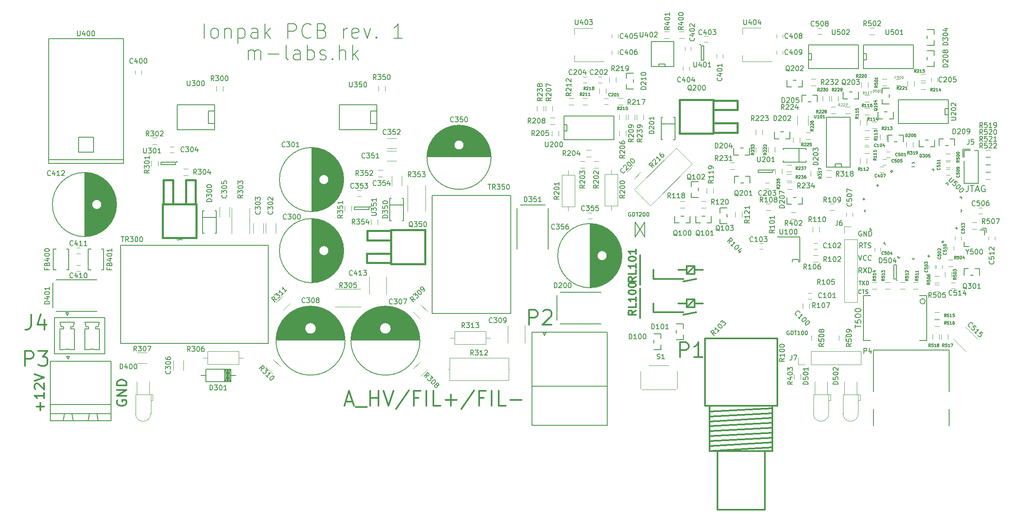
<source format=gbr>
G04 #@! TF.FileFunction,Legend,Top*
%FSLAX46Y46*%
G04 Gerber Fmt 4.6, Leading zero omitted, Abs format (unit mm)*
G04 Created by KiCad (PCBNEW 4.0.2-stable) date 4/26/2017 12:46:49 AM*
%MOMM*%
G01*
G04 APERTURE LIST*
%ADD10C,0.100000*%
%ADD11C,0.150000*%
%ADD12C,0.200000*%
%ADD13C,0.300000*%
%ADD14C,0.120000*%
%ADD15C,0.152400*%
%ADD16C,0.381000*%
%ADD17C,0.304800*%
%ADD18C,0.074930*%
%ADD19C,0.076200*%
G04 APERTURE END LIST*
D10*
D11*
X314205333Y-188137095D02*
X314205333Y-189065667D01*
X314143429Y-189251381D01*
X314019619Y-189375190D01*
X313833905Y-189437095D01*
X313710095Y-189437095D01*
X314638667Y-188137095D02*
X315381524Y-188137095D01*
X315010095Y-189437095D02*
X315010095Y-188137095D01*
X315752952Y-189065667D02*
X316372000Y-189065667D01*
X315629143Y-189437095D02*
X316062476Y-188137095D01*
X316495809Y-189437095D01*
X317610095Y-188199000D02*
X317486286Y-188137095D01*
X317300571Y-188137095D01*
X317114857Y-188199000D01*
X316991048Y-188322810D01*
X316929143Y-188446619D01*
X316867238Y-188694238D01*
X316867238Y-188879952D01*
X316929143Y-189127571D01*
X316991048Y-189251381D01*
X317114857Y-189375190D01*
X317300571Y-189437095D01*
X317424381Y-189437095D01*
X317610095Y-189375190D01*
X317672000Y-189313286D01*
X317672000Y-188879952D01*
X317424381Y-188879952D01*
X291979476Y-207587905D02*
X292436619Y-207587905D01*
X292208048Y-208387905D02*
X292208048Y-207587905D01*
X292627096Y-207587905D02*
X293160429Y-208387905D01*
X293160429Y-207587905D02*
X292627096Y-208387905D01*
X293465191Y-208387905D02*
X293465191Y-207587905D01*
X293655667Y-207587905D01*
X293769953Y-207626000D01*
X293846144Y-207702190D01*
X293884239Y-207778381D01*
X293922334Y-207930762D01*
X293922334Y-208045048D01*
X293884239Y-208197429D01*
X293846144Y-208273619D01*
X293769953Y-208349810D01*
X293655667Y-208387905D01*
X293465191Y-208387905D01*
X292423905Y-210089714D02*
X292385810Y-210127810D01*
X292271524Y-210165905D01*
X292195334Y-210165905D01*
X292081048Y-210127810D01*
X292004857Y-210051619D01*
X291966762Y-209975429D01*
X291928667Y-209823048D01*
X291928667Y-209708762D01*
X291966762Y-209556381D01*
X292004857Y-209480190D01*
X292081048Y-209404000D01*
X292195334Y-209365905D01*
X292271524Y-209365905D01*
X292385810Y-209404000D01*
X292423905Y-209442095D01*
X292652476Y-209365905D02*
X293109619Y-209365905D01*
X292881048Y-210165905D02*
X292881048Y-209365905D01*
X293338191Y-210127810D02*
X293452477Y-210165905D01*
X293642953Y-210165905D01*
X293719143Y-210127810D01*
X293757239Y-210089714D01*
X293795334Y-210013524D01*
X293795334Y-209937333D01*
X293757239Y-209861143D01*
X293719143Y-209823048D01*
X293642953Y-209784952D01*
X293490572Y-209746857D01*
X293414381Y-209708762D01*
X293376286Y-209670667D01*
X293338191Y-209594476D01*
X293338191Y-209518286D01*
X293376286Y-209442095D01*
X293414381Y-209404000D01*
X293490572Y-209365905D01*
X293681048Y-209365905D01*
X293795334Y-209404000D01*
X292576334Y-205938381D02*
X292243000Y-205462190D01*
X292004905Y-205938381D02*
X292004905Y-204938381D01*
X292385858Y-204938381D01*
X292481096Y-204986000D01*
X292528715Y-205033619D01*
X292576334Y-205128857D01*
X292576334Y-205271714D01*
X292528715Y-205366952D01*
X292481096Y-205414571D01*
X292385858Y-205462190D01*
X292004905Y-205462190D01*
X292909667Y-204938381D02*
X293576334Y-205938381D01*
X293576334Y-204938381D02*
X292909667Y-205938381D01*
X293957286Y-205938381D02*
X293957286Y-204938381D01*
X294195381Y-204938381D01*
X294338239Y-204986000D01*
X294433477Y-205081238D01*
X294481096Y-205176476D01*
X294528715Y-205366952D01*
X294528715Y-205509810D01*
X294481096Y-205700286D01*
X294433477Y-205795524D01*
X294338239Y-205890762D01*
X294195381Y-205938381D01*
X293957286Y-205938381D01*
X291909667Y-202398381D02*
X292243000Y-203398381D01*
X292576334Y-202398381D01*
X293481096Y-203303143D02*
X293433477Y-203350762D01*
X293290620Y-203398381D01*
X293195382Y-203398381D01*
X293052524Y-203350762D01*
X292957286Y-203255524D01*
X292909667Y-203160286D01*
X292862048Y-202969810D01*
X292862048Y-202826952D01*
X292909667Y-202636476D01*
X292957286Y-202541238D01*
X293052524Y-202446000D01*
X293195382Y-202398381D01*
X293290620Y-202398381D01*
X293433477Y-202446000D01*
X293481096Y-202493619D01*
X294481096Y-203303143D02*
X294433477Y-203350762D01*
X294290620Y-203398381D01*
X294195382Y-203398381D01*
X294052524Y-203350762D01*
X293957286Y-203255524D01*
X293909667Y-203160286D01*
X293862048Y-202969810D01*
X293862048Y-202826952D01*
X293909667Y-202636476D01*
X293957286Y-202541238D01*
X294052524Y-202446000D01*
X294195382Y-202398381D01*
X294290620Y-202398381D01*
X294433477Y-202446000D01*
X294481096Y-202493619D01*
X292695381Y-200858381D02*
X292362047Y-200382190D01*
X292123952Y-200858381D02*
X292123952Y-199858381D01*
X292504905Y-199858381D01*
X292600143Y-199906000D01*
X292647762Y-199953619D01*
X292695381Y-200048857D01*
X292695381Y-200191714D01*
X292647762Y-200286952D01*
X292600143Y-200334571D01*
X292504905Y-200382190D01*
X292123952Y-200382190D01*
X292981095Y-199858381D02*
X293552524Y-199858381D01*
X293266809Y-200858381D02*
X293266809Y-199858381D01*
X293838238Y-200810762D02*
X293981095Y-200858381D01*
X294219191Y-200858381D01*
X294314429Y-200810762D01*
X294362048Y-200763143D01*
X294409667Y-200667905D01*
X294409667Y-200572667D01*
X294362048Y-200477429D01*
X294314429Y-200429810D01*
X294219191Y-200382190D01*
X294028714Y-200334571D01*
X293933476Y-200286952D01*
X293885857Y-200239333D01*
X293838238Y-200144095D01*
X293838238Y-200048857D01*
X293885857Y-199953619D01*
X293933476Y-199906000D01*
X294028714Y-199858381D01*
X294266810Y-199858381D01*
X294409667Y-199906000D01*
X292481096Y-197493000D02*
X292385858Y-197445381D01*
X292243001Y-197445381D01*
X292100143Y-197493000D01*
X292004905Y-197588238D01*
X291957286Y-197683476D01*
X291909667Y-197873952D01*
X291909667Y-198016810D01*
X291957286Y-198207286D01*
X292004905Y-198302524D01*
X292100143Y-198397762D01*
X292243001Y-198445381D01*
X292338239Y-198445381D01*
X292481096Y-198397762D01*
X292528715Y-198350143D01*
X292528715Y-198016810D01*
X292338239Y-198016810D01*
X292957286Y-198445381D02*
X292957286Y-197445381D01*
X293528715Y-198445381D01*
X293528715Y-197445381D01*
X294004905Y-198445381D02*
X294004905Y-197445381D01*
X294243000Y-197445381D01*
X294385858Y-197493000D01*
X294481096Y-197588238D01*
X294528715Y-197683476D01*
X294576334Y-197873952D01*
X294576334Y-198016810D01*
X294528715Y-198207286D01*
X294481096Y-198302524D01*
X294385858Y-198397762D01*
X294243000Y-198445381D01*
X294004905Y-198445381D01*
D12*
X158744572Y-158161143D02*
X158744572Y-155161143D01*
X160601714Y-158161143D02*
X160316000Y-158018286D01*
X160173143Y-157875429D01*
X160030286Y-157589714D01*
X160030286Y-156732571D01*
X160173143Y-156446857D01*
X160316000Y-156304000D01*
X160601714Y-156161143D01*
X161030286Y-156161143D01*
X161316000Y-156304000D01*
X161458857Y-156446857D01*
X161601714Y-156732571D01*
X161601714Y-157589714D01*
X161458857Y-157875429D01*
X161316000Y-158018286D01*
X161030286Y-158161143D01*
X160601714Y-158161143D01*
X162887429Y-156161143D02*
X162887429Y-158161143D01*
X162887429Y-156446857D02*
X163030286Y-156304000D01*
X163316000Y-156161143D01*
X163744572Y-156161143D01*
X164030286Y-156304000D01*
X164173143Y-156589714D01*
X164173143Y-158161143D01*
X165601715Y-156161143D02*
X165601715Y-159161143D01*
X165601715Y-156304000D02*
X165887429Y-156161143D01*
X166458858Y-156161143D01*
X166744572Y-156304000D01*
X166887429Y-156446857D01*
X167030286Y-156732571D01*
X167030286Y-157589714D01*
X166887429Y-157875429D01*
X166744572Y-158018286D01*
X166458858Y-158161143D01*
X165887429Y-158161143D01*
X165601715Y-158018286D01*
X169601715Y-158161143D02*
X169601715Y-156589714D01*
X169458858Y-156304000D01*
X169173144Y-156161143D01*
X168601715Y-156161143D01*
X168316001Y-156304000D01*
X169601715Y-158018286D02*
X169316001Y-158161143D01*
X168601715Y-158161143D01*
X168316001Y-158018286D01*
X168173144Y-157732571D01*
X168173144Y-157446857D01*
X168316001Y-157161143D01*
X168601715Y-157018286D01*
X169316001Y-157018286D01*
X169601715Y-156875429D01*
X171030287Y-158161143D02*
X171030287Y-155161143D01*
X171316001Y-157018286D02*
X172173144Y-158161143D01*
X172173144Y-156161143D02*
X171030287Y-157304000D01*
X175744572Y-158161143D02*
X175744572Y-155161143D01*
X176887429Y-155161143D01*
X177173143Y-155304000D01*
X177316000Y-155446857D01*
X177458857Y-155732571D01*
X177458857Y-156161143D01*
X177316000Y-156446857D01*
X177173143Y-156589714D01*
X176887429Y-156732571D01*
X175744572Y-156732571D01*
X180458857Y-157875429D02*
X180316000Y-158018286D01*
X179887429Y-158161143D01*
X179601715Y-158161143D01*
X179173143Y-158018286D01*
X178887429Y-157732571D01*
X178744572Y-157446857D01*
X178601715Y-156875429D01*
X178601715Y-156446857D01*
X178744572Y-155875429D01*
X178887429Y-155589714D01*
X179173143Y-155304000D01*
X179601715Y-155161143D01*
X179887429Y-155161143D01*
X180316000Y-155304000D01*
X180458857Y-155446857D01*
X182744572Y-156589714D02*
X183173143Y-156732571D01*
X183316000Y-156875429D01*
X183458857Y-157161143D01*
X183458857Y-157589714D01*
X183316000Y-157875429D01*
X183173143Y-158018286D01*
X182887429Y-158161143D01*
X181744572Y-158161143D01*
X181744572Y-155161143D01*
X182744572Y-155161143D01*
X183030286Y-155304000D01*
X183173143Y-155446857D01*
X183316000Y-155732571D01*
X183316000Y-156018286D01*
X183173143Y-156304000D01*
X183030286Y-156446857D01*
X182744572Y-156589714D01*
X181744572Y-156589714D01*
X187030286Y-158161143D02*
X187030286Y-156161143D01*
X187030286Y-156732571D02*
X187173143Y-156446857D01*
X187316000Y-156304000D01*
X187601714Y-156161143D01*
X187887429Y-156161143D01*
X190030286Y-158018286D02*
X189744572Y-158161143D01*
X189173143Y-158161143D01*
X188887429Y-158018286D01*
X188744572Y-157732571D01*
X188744572Y-156589714D01*
X188887429Y-156304000D01*
X189173143Y-156161143D01*
X189744572Y-156161143D01*
X190030286Y-156304000D01*
X190173143Y-156589714D01*
X190173143Y-156875429D01*
X188744572Y-157161143D01*
X191173143Y-156161143D02*
X191887429Y-158161143D01*
X192601715Y-156161143D01*
X193744572Y-157875429D02*
X193887429Y-158018286D01*
X193744572Y-158161143D01*
X193601715Y-158018286D01*
X193744572Y-157875429D01*
X193744572Y-158161143D01*
X199030285Y-158161143D02*
X197316000Y-158161143D01*
X198173142Y-158161143D02*
X198173142Y-155161143D01*
X197887428Y-155589714D01*
X197601714Y-155875429D01*
X197316000Y-156018286D01*
X167673143Y-162561143D02*
X167673143Y-160561143D01*
X167673143Y-160846857D02*
X167816000Y-160704000D01*
X168101714Y-160561143D01*
X168530286Y-160561143D01*
X168816000Y-160704000D01*
X168958857Y-160989714D01*
X168958857Y-162561143D01*
X168958857Y-160989714D02*
X169101714Y-160704000D01*
X169387428Y-160561143D01*
X169816000Y-160561143D01*
X170101714Y-160704000D01*
X170244571Y-160989714D01*
X170244571Y-162561143D01*
X171673143Y-161418286D02*
X173958857Y-161418286D01*
X175816000Y-162561143D02*
X175530286Y-162418286D01*
X175387429Y-162132571D01*
X175387429Y-159561143D01*
X178244572Y-162561143D02*
X178244572Y-160989714D01*
X178101715Y-160704000D01*
X177816001Y-160561143D01*
X177244572Y-160561143D01*
X176958858Y-160704000D01*
X178244572Y-162418286D02*
X177958858Y-162561143D01*
X177244572Y-162561143D01*
X176958858Y-162418286D01*
X176816001Y-162132571D01*
X176816001Y-161846857D01*
X176958858Y-161561143D01*
X177244572Y-161418286D01*
X177958858Y-161418286D01*
X178244572Y-161275429D01*
X179673144Y-162561143D02*
X179673144Y-159561143D01*
X179673144Y-160704000D02*
X179958858Y-160561143D01*
X180530287Y-160561143D01*
X180816001Y-160704000D01*
X180958858Y-160846857D01*
X181101715Y-161132571D01*
X181101715Y-161989714D01*
X180958858Y-162275429D01*
X180816001Y-162418286D01*
X180530287Y-162561143D01*
X179958858Y-162561143D01*
X179673144Y-162418286D01*
X182244573Y-162418286D02*
X182530287Y-162561143D01*
X183101715Y-162561143D01*
X183387430Y-162418286D01*
X183530287Y-162132571D01*
X183530287Y-161989714D01*
X183387430Y-161704000D01*
X183101715Y-161561143D01*
X182673144Y-161561143D01*
X182387430Y-161418286D01*
X182244573Y-161132571D01*
X182244573Y-160989714D01*
X182387430Y-160704000D01*
X182673144Y-160561143D01*
X183101715Y-160561143D01*
X183387430Y-160704000D01*
X184816001Y-162275429D02*
X184958858Y-162418286D01*
X184816001Y-162561143D01*
X184673144Y-162418286D01*
X184816001Y-162275429D01*
X184816001Y-162561143D01*
X186244572Y-162561143D02*
X186244572Y-159561143D01*
X187530286Y-162561143D02*
X187530286Y-160989714D01*
X187387429Y-160704000D01*
X187101715Y-160561143D01*
X186673143Y-160561143D01*
X186387429Y-160704000D01*
X186244572Y-160846857D01*
X188958858Y-162561143D02*
X188958858Y-159561143D01*
X189244572Y-161418286D02*
X190101715Y-162561143D01*
X190101715Y-160561143D02*
X188958858Y-161704000D01*
D13*
X140986000Y-231901809D02*
X140890762Y-232092286D01*
X140890762Y-232378000D01*
X140986000Y-232663714D01*
X141176476Y-232854190D01*
X141366952Y-232949429D01*
X141747905Y-233044667D01*
X142033619Y-233044667D01*
X142414571Y-232949429D01*
X142605048Y-232854190D01*
X142795524Y-232663714D01*
X142890762Y-232378000D01*
X142890762Y-232187524D01*
X142795524Y-231901809D01*
X142700286Y-231806571D01*
X142033619Y-231806571D01*
X142033619Y-232187524D01*
X142890762Y-230949429D02*
X140890762Y-230949429D01*
X142890762Y-229806571D01*
X140890762Y-229806571D01*
X142890762Y-228854191D02*
X140890762Y-228854191D01*
X140890762Y-228378000D01*
X140986000Y-228092286D01*
X141176476Y-227901810D01*
X141366952Y-227806571D01*
X141747905Y-227711333D01*
X142033619Y-227711333D01*
X142414571Y-227806571D01*
X142605048Y-227901810D01*
X142795524Y-228092286D01*
X142890762Y-228378000D01*
X142890762Y-228854191D01*
X187486001Y-232148000D02*
X188914572Y-232148000D01*
X187200286Y-233005143D02*
X188200286Y-230005143D01*
X189200286Y-233005143D01*
X189486001Y-233290857D02*
X191771715Y-233290857D01*
X192486001Y-233005143D02*
X192486001Y-230005143D01*
X192486001Y-231433714D02*
X194200286Y-231433714D01*
X194200286Y-233005143D02*
X194200286Y-230005143D01*
X195200286Y-230005143D02*
X196200286Y-233005143D01*
X197200286Y-230005143D01*
X200343144Y-229862286D02*
X197771715Y-233719429D01*
X202343144Y-231433714D02*
X201343144Y-231433714D01*
X201343144Y-233005143D02*
X201343144Y-230005143D01*
X202771715Y-230005143D01*
X203914573Y-233005143D02*
X203914573Y-230005143D01*
X206771715Y-233005143D02*
X205343144Y-233005143D01*
X205343144Y-230005143D01*
X207771715Y-231862286D02*
X210057429Y-231862286D01*
X208914572Y-233005143D02*
X208914572Y-230719429D01*
X213628858Y-229862286D02*
X211057429Y-233719429D01*
X215628858Y-231433714D02*
X214628858Y-231433714D01*
X214628858Y-233005143D02*
X214628858Y-230005143D01*
X216057429Y-230005143D01*
X217200287Y-233005143D02*
X217200287Y-230005143D01*
X220057429Y-233005143D02*
X218628858Y-233005143D01*
X218628858Y-230005143D01*
X221057429Y-231862286D02*
X223343143Y-231862286D01*
X125364857Y-233901810D02*
X125364857Y-232378000D01*
X126126762Y-233139905D02*
X124602952Y-233139905D01*
X126126762Y-230378000D02*
X126126762Y-231520858D01*
X126126762Y-230949429D02*
X124126762Y-230949429D01*
X124412476Y-231139905D01*
X124602952Y-231330381D01*
X124698190Y-231520858D01*
X124317238Y-229616096D02*
X124222000Y-229520858D01*
X124126762Y-229330381D01*
X124126762Y-228854191D01*
X124222000Y-228663715D01*
X124317238Y-228568477D01*
X124507714Y-228473238D01*
X124698190Y-228473238D01*
X124983905Y-228568477D01*
X126126762Y-229711334D01*
X126126762Y-228473238D01*
X124126762Y-227901810D02*
X126126762Y-227235143D01*
X124126762Y-226568476D01*
D14*
X195786000Y-210334000D02*
X195786000Y-206734000D01*
X192326000Y-206734000D02*
X192326000Y-210334000D01*
X268142000Y-193556000D02*
X268142000Y-194556000D01*
X266782000Y-194556000D02*
X266782000Y-193556000D01*
X260850000Y-192704000D02*
X259850000Y-192704000D01*
X259850000Y-191344000D02*
X260850000Y-191344000D01*
X262300000Y-188730000D02*
X262300000Y-189730000D01*
X260940000Y-189730000D02*
X260940000Y-188730000D01*
X283646500Y-203753000D02*
X282646500Y-203753000D01*
X282646500Y-202393000D02*
X283646500Y-202393000D01*
D11*
X159004000Y-226824540D02*
X157988000Y-226824540D01*
X163830000Y-226824540D02*
X165100000Y-226824540D01*
X163576000Y-228094540D02*
X163576000Y-225554540D01*
X163322000Y-228094540D02*
X163322000Y-225554540D01*
X163068000Y-228094540D02*
X163068000Y-225554540D01*
X163830000Y-228094540D02*
X163830000Y-225554540D01*
X162814000Y-228094540D02*
X164084000Y-225554540D01*
X164084000Y-228094540D02*
X162814000Y-225554540D01*
X162814000Y-228094540D02*
X162814000Y-225554540D01*
X163449000Y-228094540D02*
X163449000Y-225554540D01*
X164084000Y-225554540D02*
X164084000Y-228094540D01*
X164084000Y-228094540D02*
X159004000Y-228094540D01*
X159004000Y-228094540D02*
X159004000Y-225554540D01*
X159004000Y-225554540D02*
X164084000Y-225554540D01*
X134401000Y-185524000D02*
X134401000Y-198524000D01*
X134541000Y-185528000D02*
X134541000Y-198520000D01*
X134681000Y-185534000D02*
X134681000Y-198514000D01*
X134821000Y-185543000D02*
X134821000Y-198505000D01*
X134961000Y-185555000D02*
X134961000Y-198493000D01*
X135101000Y-185570000D02*
X135101000Y-198478000D01*
X135241000Y-185589000D02*
X135241000Y-198459000D01*
X135381000Y-185610000D02*
X135381000Y-198438000D01*
X135521000Y-185635000D02*
X135521000Y-198413000D01*
X135661000Y-185663000D02*
X135661000Y-198385000D01*
X135801000Y-185694000D02*
X135801000Y-198354000D01*
X135941000Y-185728000D02*
X135941000Y-191558000D01*
X135941000Y-192490000D02*
X135941000Y-198320000D01*
X136081000Y-185765000D02*
X136081000Y-191357000D01*
X136081000Y-192691000D02*
X136081000Y-198283000D01*
X136221000Y-185806000D02*
X136221000Y-191228000D01*
X136221000Y-192820000D02*
X136221000Y-198242000D01*
X136361000Y-185851000D02*
X136361000Y-191139000D01*
X136361000Y-192909000D02*
X136361000Y-198197000D01*
X136501000Y-185899000D02*
X136501000Y-191078000D01*
X136501000Y-192970000D02*
X136501000Y-198149000D01*
X136641000Y-185950000D02*
X136641000Y-191041000D01*
X136641000Y-193007000D02*
X136641000Y-198098000D01*
X136781000Y-186005000D02*
X136781000Y-191025000D01*
X136781000Y-193023000D02*
X136781000Y-198043000D01*
X136921000Y-186064000D02*
X136921000Y-191029000D01*
X136921000Y-193019000D02*
X136921000Y-197984000D01*
X137061000Y-186127000D02*
X137061000Y-191052000D01*
X137061000Y-192996000D02*
X137061000Y-197921000D01*
X137201000Y-186194000D02*
X137201000Y-191097000D01*
X137201000Y-192951000D02*
X137201000Y-197854000D01*
X137341000Y-186266000D02*
X137341000Y-191167000D01*
X137341000Y-192881000D02*
X137341000Y-197782000D01*
X137481000Y-186341000D02*
X137481000Y-191268000D01*
X137481000Y-192780000D02*
X137481000Y-197707000D01*
X137621000Y-186421000D02*
X137621000Y-191417000D01*
X137621000Y-192631000D02*
X137621000Y-197627000D01*
X137761000Y-186506000D02*
X137761000Y-191669000D01*
X137761000Y-192379000D02*
X137761000Y-197542000D01*
X137901000Y-186595000D02*
X137901000Y-197453000D01*
X138041000Y-186690000D02*
X138041000Y-197358000D01*
X138181000Y-186791000D02*
X138181000Y-197257000D01*
X138321000Y-186897000D02*
X138321000Y-197151000D01*
X138461000Y-187009000D02*
X138461000Y-197039000D01*
X138601000Y-187128000D02*
X138601000Y-196920000D01*
X138741000Y-187253000D02*
X138741000Y-196795000D01*
X138881000Y-187387000D02*
X138881000Y-196661000D01*
X139021000Y-187529000D02*
X139021000Y-196519000D01*
X139161000Y-187680000D02*
X139161000Y-196368000D01*
X139301000Y-187841000D02*
X139301000Y-196207000D01*
X139441000Y-188013000D02*
X139441000Y-196035000D01*
X139581000Y-188198000D02*
X139581000Y-195850000D01*
X139721000Y-188399000D02*
X139721000Y-195649000D01*
X139861000Y-188616000D02*
X139861000Y-195432000D01*
X140001000Y-188855000D02*
X140001000Y-195193000D01*
X140141000Y-189120000D02*
X140141000Y-194928000D01*
X140281000Y-189419000D02*
X140281000Y-194629000D01*
X140421000Y-189765000D02*
X140421000Y-194283000D01*
X140561000Y-190187000D02*
X140561000Y-193861000D01*
X140701000Y-190755000D02*
X140701000Y-193293000D01*
X137826000Y-192024000D02*
G75*
G03X137826000Y-192024000I-1000000J0D01*
G01*
X140863500Y-192024000D02*
G75*
G03X140863500Y-192024000I-6537500J0D01*
G01*
X237271000Y-195938000D02*
X237271000Y-208938000D01*
X237411000Y-195942000D02*
X237411000Y-208934000D01*
X237551000Y-195948000D02*
X237551000Y-208928000D01*
X237691000Y-195957000D02*
X237691000Y-208919000D01*
X237831000Y-195969000D02*
X237831000Y-208907000D01*
X237971000Y-195984000D02*
X237971000Y-208892000D01*
X238111000Y-196003000D02*
X238111000Y-208873000D01*
X238251000Y-196024000D02*
X238251000Y-208852000D01*
X238391000Y-196049000D02*
X238391000Y-208827000D01*
X238531000Y-196077000D02*
X238531000Y-208799000D01*
X238671000Y-196108000D02*
X238671000Y-208768000D01*
X238811000Y-196142000D02*
X238811000Y-201972000D01*
X238811000Y-202904000D02*
X238811000Y-208734000D01*
X238951000Y-196179000D02*
X238951000Y-201771000D01*
X238951000Y-203105000D02*
X238951000Y-208697000D01*
X239091000Y-196220000D02*
X239091000Y-201642000D01*
X239091000Y-203234000D02*
X239091000Y-208656000D01*
X239231000Y-196265000D02*
X239231000Y-201553000D01*
X239231000Y-203323000D02*
X239231000Y-208611000D01*
X239371000Y-196313000D02*
X239371000Y-201492000D01*
X239371000Y-203384000D02*
X239371000Y-208563000D01*
X239511000Y-196364000D02*
X239511000Y-201455000D01*
X239511000Y-203421000D02*
X239511000Y-208512000D01*
X239651000Y-196419000D02*
X239651000Y-201439000D01*
X239651000Y-203437000D02*
X239651000Y-208457000D01*
X239791000Y-196478000D02*
X239791000Y-201443000D01*
X239791000Y-203433000D02*
X239791000Y-208398000D01*
X239931000Y-196541000D02*
X239931000Y-201466000D01*
X239931000Y-203410000D02*
X239931000Y-208335000D01*
X240071000Y-196608000D02*
X240071000Y-201511000D01*
X240071000Y-203365000D02*
X240071000Y-208268000D01*
X240211000Y-196680000D02*
X240211000Y-201581000D01*
X240211000Y-203295000D02*
X240211000Y-208196000D01*
X240351000Y-196755000D02*
X240351000Y-201682000D01*
X240351000Y-203194000D02*
X240351000Y-208121000D01*
X240491000Y-196835000D02*
X240491000Y-201831000D01*
X240491000Y-203045000D02*
X240491000Y-208041000D01*
X240631000Y-196920000D02*
X240631000Y-202083000D01*
X240631000Y-202793000D02*
X240631000Y-207956000D01*
X240771000Y-197009000D02*
X240771000Y-207867000D01*
X240911000Y-197104000D02*
X240911000Y-207772000D01*
X241051000Y-197205000D02*
X241051000Y-207671000D01*
X241191000Y-197311000D02*
X241191000Y-207565000D01*
X241331000Y-197423000D02*
X241331000Y-207453000D01*
X241471000Y-197542000D02*
X241471000Y-207334000D01*
X241611000Y-197667000D02*
X241611000Y-207209000D01*
X241751000Y-197801000D02*
X241751000Y-207075000D01*
X241891000Y-197943000D02*
X241891000Y-206933000D01*
X242031000Y-198094000D02*
X242031000Y-206782000D01*
X242171000Y-198255000D02*
X242171000Y-206621000D01*
X242311000Y-198427000D02*
X242311000Y-206449000D01*
X242451000Y-198612000D02*
X242451000Y-206264000D01*
X242591000Y-198813000D02*
X242591000Y-206063000D01*
X242731000Y-199030000D02*
X242731000Y-205846000D01*
X242871000Y-199269000D02*
X242871000Y-205607000D01*
X243011000Y-199534000D02*
X243011000Y-205342000D01*
X243151000Y-199833000D02*
X243151000Y-205043000D01*
X243291000Y-200179000D02*
X243291000Y-204697000D01*
X243431000Y-200601000D02*
X243431000Y-204275000D01*
X243571000Y-201169000D02*
X243571000Y-203707000D01*
X240696000Y-202438000D02*
G75*
G03X240696000Y-202438000I-1000000J0D01*
G01*
X243733500Y-202438000D02*
G75*
G03X243733500Y-202438000I-6537500J0D01*
G01*
D14*
X236886000Y-193710000D02*
X237586000Y-193710000D01*
X237586000Y-194910000D02*
X236886000Y-194910000D01*
X198886000Y-188198000D02*
X198886000Y-186198000D01*
X196846000Y-186198000D02*
X196846000Y-188198000D01*
X195850000Y-183138000D02*
X197850000Y-183138000D01*
X197850000Y-181098000D02*
X195850000Y-181098000D01*
D11*
X204066000Y-182337000D02*
X217066000Y-182337000D01*
X204070000Y-182197000D02*
X217062000Y-182197000D01*
X204076000Y-182057000D02*
X217056000Y-182057000D01*
X204085000Y-181917000D02*
X217047000Y-181917000D01*
X204097000Y-181777000D02*
X217035000Y-181777000D01*
X204112000Y-181637000D02*
X217020000Y-181637000D01*
X204131000Y-181497000D02*
X217001000Y-181497000D01*
X204152000Y-181357000D02*
X216980000Y-181357000D01*
X204177000Y-181217000D02*
X216955000Y-181217000D01*
X204205000Y-181077000D02*
X216927000Y-181077000D01*
X204236000Y-180937000D02*
X216896000Y-180937000D01*
X204270000Y-180797000D02*
X210100000Y-180797000D01*
X211032000Y-180797000D02*
X216862000Y-180797000D01*
X204307000Y-180657000D02*
X209899000Y-180657000D01*
X211233000Y-180657000D02*
X216825000Y-180657000D01*
X204348000Y-180517000D02*
X209770000Y-180517000D01*
X211362000Y-180517000D02*
X216784000Y-180517000D01*
X204393000Y-180377000D02*
X209681000Y-180377000D01*
X211451000Y-180377000D02*
X216739000Y-180377000D01*
X204441000Y-180237000D02*
X209620000Y-180237000D01*
X211512000Y-180237000D02*
X216691000Y-180237000D01*
X204492000Y-180097000D02*
X209583000Y-180097000D01*
X211549000Y-180097000D02*
X216640000Y-180097000D01*
X204547000Y-179957000D02*
X209567000Y-179957000D01*
X211565000Y-179957000D02*
X216585000Y-179957000D01*
X204606000Y-179817000D02*
X209571000Y-179817000D01*
X211561000Y-179817000D02*
X216526000Y-179817000D01*
X204669000Y-179677000D02*
X209594000Y-179677000D01*
X211538000Y-179677000D02*
X216463000Y-179677000D01*
X204736000Y-179537000D02*
X209639000Y-179537000D01*
X211493000Y-179537000D02*
X216396000Y-179537000D01*
X204808000Y-179397000D02*
X209709000Y-179397000D01*
X211423000Y-179397000D02*
X216324000Y-179397000D01*
X204883000Y-179257000D02*
X209810000Y-179257000D01*
X211322000Y-179257000D02*
X216249000Y-179257000D01*
X204963000Y-179117000D02*
X209959000Y-179117000D01*
X211173000Y-179117000D02*
X216169000Y-179117000D01*
X205048000Y-178977000D02*
X210211000Y-178977000D01*
X210921000Y-178977000D02*
X216084000Y-178977000D01*
X205137000Y-178837000D02*
X215995000Y-178837000D01*
X205232000Y-178697000D02*
X215900000Y-178697000D01*
X205333000Y-178557000D02*
X215799000Y-178557000D01*
X205439000Y-178417000D02*
X215693000Y-178417000D01*
X205551000Y-178277000D02*
X215581000Y-178277000D01*
X205670000Y-178137000D02*
X215462000Y-178137000D01*
X205795000Y-177997000D02*
X215337000Y-177997000D01*
X205929000Y-177857000D02*
X215203000Y-177857000D01*
X206071000Y-177717000D02*
X215061000Y-177717000D01*
X206222000Y-177577000D02*
X214910000Y-177577000D01*
X206383000Y-177437000D02*
X214749000Y-177437000D01*
X206555000Y-177297000D02*
X214577000Y-177297000D01*
X206740000Y-177157000D02*
X214392000Y-177157000D01*
X206941000Y-177017000D02*
X214191000Y-177017000D01*
X207158000Y-176877000D02*
X213974000Y-176877000D01*
X207397000Y-176737000D02*
X213735000Y-176737000D01*
X207662000Y-176597000D02*
X213470000Y-176597000D01*
X207961000Y-176457000D02*
X213171000Y-176457000D01*
X208307000Y-176317000D02*
X212825000Y-176317000D01*
X208729000Y-176177000D02*
X212403000Y-176177000D01*
X209297000Y-176037000D02*
X211835000Y-176037000D01*
X211566000Y-179912000D02*
G75*
G03X211566000Y-179912000I-1000000J0D01*
G01*
X217103500Y-182412000D02*
G75*
G03X217103500Y-182412000I-6537500J0D01*
G01*
D14*
X220520000Y-216640000D02*
X220520000Y-220240000D01*
X223980000Y-220240000D02*
X223980000Y-216640000D01*
D11*
X173340000Y-219675000D02*
X187340000Y-219675000D01*
X173343000Y-219535000D02*
X187337000Y-219535000D01*
X173349000Y-219395000D02*
X187331000Y-219395000D01*
X173358000Y-219255000D02*
X187322000Y-219255000D01*
X173369000Y-219115000D02*
X187311000Y-219115000D01*
X173383000Y-218975000D02*
X187297000Y-218975000D01*
X173400000Y-218835000D02*
X187280000Y-218835000D01*
X173420000Y-218695000D02*
X187260000Y-218695000D01*
X173443000Y-218555000D02*
X187237000Y-218555000D01*
X173468000Y-218415000D02*
X187212000Y-218415000D01*
X173497000Y-218275000D02*
X179819000Y-218275000D01*
X180861000Y-218275000D02*
X187183000Y-218275000D01*
X173529000Y-218135000D02*
X179606000Y-218135000D01*
X181074000Y-218135000D02*
X187151000Y-218135000D01*
X173564000Y-217995000D02*
X179464000Y-217995000D01*
X181216000Y-217995000D02*
X187116000Y-217995000D01*
X173601000Y-217855000D02*
X179362000Y-217855000D01*
X181318000Y-217855000D02*
X187079000Y-217855000D01*
X173642000Y-217715000D02*
X179288000Y-217715000D01*
X181392000Y-217715000D02*
X187038000Y-217715000D01*
X173686000Y-217575000D02*
X179237000Y-217575000D01*
X181443000Y-217575000D02*
X186994000Y-217575000D01*
X173734000Y-217435000D02*
X179205000Y-217435000D01*
X181475000Y-217435000D02*
X186946000Y-217435000D01*
X173785000Y-217295000D02*
X179191000Y-217295000D01*
X181489000Y-217295000D02*
X186895000Y-217295000D01*
X173839000Y-217155000D02*
X179194000Y-217155000D01*
X181486000Y-217155000D02*
X186841000Y-217155000D01*
X173896000Y-217015000D02*
X179214000Y-217015000D01*
X181466000Y-217015000D02*
X186784000Y-217015000D01*
X173958000Y-216875000D02*
X179253000Y-216875000D01*
X181427000Y-216875000D02*
X186722000Y-216875000D01*
X174023000Y-216735000D02*
X179312000Y-216735000D01*
X181368000Y-216735000D02*
X186657000Y-216735000D01*
X174091000Y-216595000D02*
X179395000Y-216595000D01*
X181285000Y-216595000D02*
X186589000Y-216595000D01*
X174164000Y-216455000D02*
X179509000Y-216455000D01*
X181171000Y-216455000D02*
X186516000Y-216455000D01*
X174241000Y-216315000D02*
X179670000Y-216315000D01*
X181010000Y-216315000D02*
X186439000Y-216315000D01*
X174322000Y-216175000D02*
X179931000Y-216175000D01*
X180749000Y-216175000D02*
X186358000Y-216175000D01*
X174407000Y-216035000D02*
X186273000Y-216035000D01*
X174497000Y-215895000D02*
X186183000Y-215895000D01*
X174592000Y-215755000D02*
X186088000Y-215755000D01*
X174692000Y-215615000D02*
X185988000Y-215615000D01*
X174797000Y-215475000D02*
X185883000Y-215475000D01*
X174908000Y-215335000D02*
X185772000Y-215335000D01*
X175025000Y-215195000D02*
X185655000Y-215195000D01*
X175148000Y-215055000D02*
X185532000Y-215055000D01*
X175278000Y-214915000D02*
X185402000Y-214915000D01*
X175416000Y-214775000D02*
X185264000Y-214775000D01*
X175561000Y-214635000D02*
X185119000Y-214635000D01*
X175716000Y-214495000D02*
X184964000Y-214495000D01*
X175880000Y-214355000D02*
X184800000Y-214355000D01*
X176055000Y-214215000D02*
X184625000Y-214215000D01*
X176242000Y-214075000D02*
X184438000Y-214075000D01*
X176443000Y-213935000D02*
X184237000Y-213935000D01*
X176661000Y-213795000D02*
X184019000Y-213795000D01*
X176897000Y-213655000D02*
X183783000Y-213655000D01*
X177158000Y-213515000D02*
X183522000Y-213515000D01*
X177449000Y-213375000D02*
X183231000Y-213375000D01*
X177780000Y-213235000D02*
X182900000Y-213235000D01*
X178170000Y-213095000D02*
X182510000Y-213095000D01*
X178658000Y-212955000D02*
X182022000Y-212955000D01*
X179388000Y-212815000D02*
X181292000Y-212815000D01*
X181490000Y-217250000D02*
G75*
G03X181490000Y-217250000I-1150000J0D01*
G01*
X187377500Y-219750000D02*
G75*
G03X187377500Y-219750000I-7037500J0D01*
G01*
X188580000Y-219675000D02*
X202580000Y-219675000D01*
X188583000Y-219535000D02*
X202577000Y-219535000D01*
X188589000Y-219395000D02*
X202571000Y-219395000D01*
X188598000Y-219255000D02*
X202562000Y-219255000D01*
X188609000Y-219115000D02*
X202551000Y-219115000D01*
X188623000Y-218975000D02*
X202537000Y-218975000D01*
X188640000Y-218835000D02*
X202520000Y-218835000D01*
X188660000Y-218695000D02*
X202500000Y-218695000D01*
X188683000Y-218555000D02*
X202477000Y-218555000D01*
X188708000Y-218415000D02*
X202452000Y-218415000D01*
X188737000Y-218275000D02*
X195059000Y-218275000D01*
X196101000Y-218275000D02*
X202423000Y-218275000D01*
X188769000Y-218135000D02*
X194846000Y-218135000D01*
X196314000Y-218135000D02*
X202391000Y-218135000D01*
X188804000Y-217995000D02*
X194704000Y-217995000D01*
X196456000Y-217995000D02*
X202356000Y-217995000D01*
X188841000Y-217855000D02*
X194602000Y-217855000D01*
X196558000Y-217855000D02*
X202319000Y-217855000D01*
X188882000Y-217715000D02*
X194528000Y-217715000D01*
X196632000Y-217715000D02*
X202278000Y-217715000D01*
X188926000Y-217575000D02*
X194477000Y-217575000D01*
X196683000Y-217575000D02*
X202234000Y-217575000D01*
X188974000Y-217435000D02*
X194445000Y-217435000D01*
X196715000Y-217435000D02*
X202186000Y-217435000D01*
X189025000Y-217295000D02*
X194431000Y-217295000D01*
X196729000Y-217295000D02*
X202135000Y-217295000D01*
X189079000Y-217155000D02*
X194434000Y-217155000D01*
X196726000Y-217155000D02*
X202081000Y-217155000D01*
X189136000Y-217015000D02*
X194454000Y-217015000D01*
X196706000Y-217015000D02*
X202024000Y-217015000D01*
X189198000Y-216875000D02*
X194493000Y-216875000D01*
X196667000Y-216875000D02*
X201962000Y-216875000D01*
X189263000Y-216735000D02*
X194552000Y-216735000D01*
X196608000Y-216735000D02*
X201897000Y-216735000D01*
X189331000Y-216595000D02*
X194635000Y-216595000D01*
X196525000Y-216595000D02*
X201829000Y-216595000D01*
X189404000Y-216455000D02*
X194749000Y-216455000D01*
X196411000Y-216455000D02*
X201756000Y-216455000D01*
X189481000Y-216315000D02*
X194910000Y-216315000D01*
X196250000Y-216315000D02*
X201679000Y-216315000D01*
X189562000Y-216175000D02*
X195171000Y-216175000D01*
X195989000Y-216175000D02*
X201598000Y-216175000D01*
X189647000Y-216035000D02*
X201513000Y-216035000D01*
X189737000Y-215895000D02*
X201423000Y-215895000D01*
X189832000Y-215755000D02*
X201328000Y-215755000D01*
X189932000Y-215615000D02*
X201228000Y-215615000D01*
X190037000Y-215475000D02*
X201123000Y-215475000D01*
X190148000Y-215335000D02*
X201012000Y-215335000D01*
X190265000Y-215195000D02*
X200895000Y-215195000D01*
X190388000Y-215055000D02*
X200772000Y-215055000D01*
X190518000Y-214915000D02*
X200642000Y-214915000D01*
X190656000Y-214775000D02*
X200504000Y-214775000D01*
X190801000Y-214635000D02*
X200359000Y-214635000D01*
X190956000Y-214495000D02*
X200204000Y-214495000D01*
X191120000Y-214355000D02*
X200040000Y-214355000D01*
X191295000Y-214215000D02*
X199865000Y-214215000D01*
X191482000Y-214075000D02*
X199678000Y-214075000D01*
X191683000Y-213935000D02*
X199477000Y-213935000D01*
X191901000Y-213795000D02*
X199259000Y-213795000D01*
X192137000Y-213655000D02*
X199023000Y-213655000D01*
X192398000Y-213515000D02*
X198762000Y-213515000D01*
X192689000Y-213375000D02*
X198471000Y-213375000D01*
X193020000Y-213235000D02*
X198140000Y-213235000D01*
X193410000Y-213095000D02*
X197750000Y-213095000D01*
X193898000Y-212955000D02*
X197262000Y-212955000D01*
X194628000Y-212815000D02*
X196532000Y-212815000D01*
X196730000Y-217250000D02*
G75*
G03X196730000Y-217250000I-1150000J0D01*
G01*
X202617500Y-219750000D02*
G75*
G03X202617500Y-219750000I-7037500J0D01*
G01*
D14*
X152396000Y-223790000D02*
X152396000Y-225790000D01*
X154436000Y-225790000D02*
X154436000Y-223790000D01*
X161794000Y-192548000D02*
X161794000Y-194548000D01*
X163834000Y-194548000D02*
X163834000Y-192548000D01*
X152496000Y-181448000D02*
X151796000Y-181448000D01*
X151796000Y-180248000D02*
X152496000Y-180248000D01*
D11*
X180629000Y-194922000D02*
X180629000Y-207922000D01*
X180769000Y-194926000D02*
X180769000Y-207918000D01*
X180909000Y-194932000D02*
X180909000Y-207912000D01*
X181049000Y-194941000D02*
X181049000Y-207903000D01*
X181189000Y-194953000D02*
X181189000Y-207891000D01*
X181329000Y-194968000D02*
X181329000Y-207876000D01*
X181469000Y-194987000D02*
X181469000Y-207857000D01*
X181609000Y-195008000D02*
X181609000Y-207836000D01*
X181749000Y-195033000D02*
X181749000Y-207811000D01*
X181889000Y-195061000D02*
X181889000Y-207783000D01*
X182029000Y-195092000D02*
X182029000Y-207752000D01*
X182169000Y-195126000D02*
X182169000Y-200956000D01*
X182169000Y-201888000D02*
X182169000Y-207718000D01*
X182309000Y-195163000D02*
X182309000Y-200755000D01*
X182309000Y-202089000D02*
X182309000Y-207681000D01*
X182449000Y-195204000D02*
X182449000Y-200626000D01*
X182449000Y-202218000D02*
X182449000Y-207640000D01*
X182589000Y-195249000D02*
X182589000Y-200537000D01*
X182589000Y-202307000D02*
X182589000Y-207595000D01*
X182729000Y-195297000D02*
X182729000Y-200476000D01*
X182729000Y-202368000D02*
X182729000Y-207547000D01*
X182869000Y-195348000D02*
X182869000Y-200439000D01*
X182869000Y-202405000D02*
X182869000Y-207496000D01*
X183009000Y-195403000D02*
X183009000Y-200423000D01*
X183009000Y-202421000D02*
X183009000Y-207441000D01*
X183149000Y-195462000D02*
X183149000Y-200427000D01*
X183149000Y-202417000D02*
X183149000Y-207382000D01*
X183289000Y-195525000D02*
X183289000Y-200450000D01*
X183289000Y-202394000D02*
X183289000Y-207319000D01*
X183429000Y-195592000D02*
X183429000Y-200495000D01*
X183429000Y-202349000D02*
X183429000Y-207252000D01*
X183569000Y-195664000D02*
X183569000Y-200565000D01*
X183569000Y-202279000D02*
X183569000Y-207180000D01*
X183709000Y-195739000D02*
X183709000Y-200666000D01*
X183709000Y-202178000D02*
X183709000Y-207105000D01*
X183849000Y-195819000D02*
X183849000Y-200815000D01*
X183849000Y-202029000D02*
X183849000Y-207025000D01*
X183989000Y-195904000D02*
X183989000Y-201067000D01*
X183989000Y-201777000D02*
X183989000Y-206940000D01*
X184129000Y-195993000D02*
X184129000Y-206851000D01*
X184269000Y-196088000D02*
X184269000Y-206756000D01*
X184409000Y-196189000D02*
X184409000Y-206655000D01*
X184549000Y-196295000D02*
X184549000Y-206549000D01*
X184689000Y-196407000D02*
X184689000Y-206437000D01*
X184829000Y-196526000D02*
X184829000Y-206318000D01*
X184969000Y-196651000D02*
X184969000Y-206193000D01*
X185109000Y-196785000D02*
X185109000Y-206059000D01*
X185249000Y-196927000D02*
X185249000Y-205917000D01*
X185389000Y-197078000D02*
X185389000Y-205766000D01*
X185529000Y-197239000D02*
X185529000Y-205605000D01*
X185669000Y-197411000D02*
X185669000Y-205433000D01*
X185809000Y-197596000D02*
X185809000Y-205248000D01*
X185949000Y-197797000D02*
X185949000Y-205047000D01*
X186089000Y-198014000D02*
X186089000Y-204830000D01*
X186229000Y-198253000D02*
X186229000Y-204591000D01*
X186369000Y-198518000D02*
X186369000Y-204326000D01*
X186509000Y-198817000D02*
X186509000Y-204027000D01*
X186649000Y-199163000D02*
X186649000Y-203681000D01*
X186789000Y-199585000D02*
X186789000Y-203259000D01*
X186929000Y-200153000D02*
X186929000Y-202691000D01*
X184054000Y-201422000D02*
G75*
G03X184054000Y-201422000I-1000000J0D01*
G01*
X187091500Y-201422000D02*
G75*
G03X187091500Y-201422000I-6537500J0D01*
G01*
D14*
X293147000Y-178724000D02*
X293847000Y-178724000D01*
X293847000Y-179924000D02*
X293147000Y-179924000D01*
X281653500Y-210029500D02*
X282353500Y-210029500D01*
X282353500Y-211229500D02*
X281653500Y-211229500D01*
D11*
X317868000Y-197682000D02*
X317868000Y-196882000D01*
X317868000Y-196882000D02*
X317068000Y-196882000D01*
X314368000Y-200582000D02*
X313368000Y-200582000D01*
X313368000Y-200582000D02*
X313368000Y-199682000D01*
X317568000Y-198182000D02*
X317568000Y-197182000D01*
X317568000Y-197182000D02*
X316568000Y-197182000D01*
X291846000Y-159512000D02*
X291846000Y-164338000D01*
X291846000Y-164338000D02*
X281686000Y-164338000D01*
X281686000Y-164338000D02*
X281686000Y-159512000D01*
X281686000Y-159512000D02*
X291846000Y-159512000D01*
X281686000Y-161290000D02*
X282321000Y-161290000D01*
X282321000Y-161290000D02*
X282321000Y-162560000D01*
X282321000Y-162560000D02*
X281686000Y-162560000D01*
X303022000Y-159512000D02*
X303022000Y-164338000D01*
X303022000Y-164338000D02*
X292862000Y-164338000D01*
X292862000Y-164338000D02*
X292862000Y-159512000D01*
X292862000Y-159512000D02*
X303022000Y-159512000D01*
X292862000Y-161290000D02*
X293497000Y-161290000D01*
X293497000Y-161290000D02*
X293497000Y-162560000D01*
X293497000Y-162560000D02*
X292862000Y-162560000D01*
D15*
X303273447Y-183631244D02*
X303022000Y-183379797D01*
X312684756Y-193545447D02*
X312936203Y-193294000D01*
X302770553Y-202956756D02*
X303022000Y-203208203D01*
X302716671Y-184295783D02*
X303327329Y-184295783D01*
X293107797Y-193294000D02*
X293359244Y-193545447D01*
X303022000Y-203208203D02*
X303273447Y-202956756D01*
X312936203Y-193294000D02*
X312684756Y-193042553D01*
X303022000Y-183379797D02*
X302770553Y-183631244D01*
X293359244Y-193042553D02*
X293107797Y-193294000D01*
X298711477Y-185032164D02*
X298442069Y-185301572D01*
X298442069Y-185301572D02*
X298621675Y-185481177D01*
X298621675Y-185481177D02*
X298891082Y-185211769D01*
X295873716Y-187869925D02*
X295604308Y-188139333D01*
X295604308Y-188139333D02*
X295783914Y-188318938D01*
X295783914Y-188318938D02*
X296053321Y-188049530D01*
X293053916Y-190689726D02*
X292784508Y-190959133D01*
X292784508Y-190959133D02*
X292964113Y-191138739D01*
X292964113Y-191138739D02*
X293233521Y-190869331D01*
X294382994Y-196868142D02*
X294203388Y-197047747D01*
X294203388Y-197047747D02*
X294472796Y-197317155D01*
X294472796Y-197317155D02*
X294652401Y-197137550D01*
X297202794Y-199687942D02*
X297023189Y-199867547D01*
X297023189Y-199867547D02*
X297292597Y-200136955D01*
X297292597Y-200136955D02*
X297472202Y-199957350D01*
X300040555Y-202525703D02*
X299860950Y-202705308D01*
X299860950Y-202705308D02*
X300130358Y-202974716D01*
X300130358Y-202974716D02*
X300309963Y-202795111D01*
X306470418Y-202417940D02*
X306201011Y-202687348D01*
X306201011Y-202687348D02*
X306021406Y-202507743D01*
X306021406Y-202507743D02*
X306290813Y-202238335D01*
X309308179Y-199580179D02*
X309038772Y-199849587D01*
X309038772Y-199849587D02*
X308859166Y-199669982D01*
X308859166Y-199669982D02*
X309128574Y-199400574D01*
X312127980Y-196760379D02*
X311858572Y-197029787D01*
X311858572Y-197029787D02*
X311678967Y-196850181D01*
X311678967Y-196850181D02*
X311948375Y-196580774D01*
X312523111Y-190581963D02*
X312702716Y-190402358D01*
X312702716Y-190402358D02*
X312972124Y-190671765D01*
X312972124Y-190671765D02*
X312792519Y-190851370D01*
X309703311Y-187762162D02*
X309882916Y-187582557D01*
X309882916Y-187582557D02*
X310152323Y-187851965D01*
X310152323Y-187851965D02*
X309972718Y-188031570D01*
X306865550Y-184924401D02*
X307045155Y-184744796D01*
X307045155Y-184744796D02*
X307314562Y-185014204D01*
X307314562Y-185014204D02*
X307134957Y-185193809D01*
D14*
X268244400Y-156051200D02*
X268244400Y-157311200D01*
X268244400Y-162871200D02*
X268244400Y-161611200D01*
X272004400Y-156051200D02*
X268244400Y-156051200D01*
X274254400Y-162871200D02*
X268244400Y-162871200D01*
X234056000Y-156102000D02*
X234056000Y-157362000D01*
X234056000Y-162922000D02*
X234056000Y-161662000D01*
X237816000Y-156102000D02*
X234056000Y-156102000D01*
X240066000Y-162922000D02*
X234056000Y-162922000D01*
D11*
X249682000Y-163957000D02*
X249682000Y-158877000D01*
X249682000Y-158877000D02*
X254254000Y-158877000D01*
X254254000Y-158877000D02*
X254254000Y-163957000D01*
X254254000Y-163957000D02*
X249682000Y-163957000D01*
X251206000Y-163957000D02*
X251206000Y-163449000D01*
X251206000Y-163449000D02*
X252476000Y-163449000D01*
X252476000Y-163449000D02*
X252476000Y-163957000D01*
X259796000Y-159463000D02*
G75*
G03X259796000Y-159463000I-100000J0D01*
G01*
X260346000Y-159713000D02*
X259846000Y-159713000D01*
X260346000Y-162613000D02*
X260346000Y-159713000D01*
X259846000Y-162613000D02*
X260346000Y-162613000D01*
X259846000Y-159713000D02*
X259846000Y-162613000D01*
X142240000Y-182880000D02*
X127000000Y-182880000D01*
X136144000Y-181356000D02*
X136144000Y-178308000D01*
X136144000Y-178308000D02*
X133096000Y-178308000D01*
X133096000Y-178308000D02*
X133096000Y-181356000D01*
X133096000Y-181356000D02*
X136144000Y-181356000D01*
X134620000Y-158242000D02*
X127000000Y-158242000D01*
X127000000Y-158242000D02*
X127000000Y-183642000D01*
X127000000Y-183642000D02*
X142240000Y-183642000D01*
X142240000Y-159512000D02*
X142240000Y-158242000D01*
X142240000Y-183642000D02*
X142240000Y-159512000D01*
X142240000Y-158242000D02*
X134620000Y-158242000D01*
X192554000Y-192486000D02*
G75*
G03X192554000Y-192486000I-100000J0D01*
G01*
X192204000Y-193036000D02*
X192204000Y-192536000D01*
X189304000Y-193036000D02*
X192204000Y-193036000D01*
X189304000Y-192536000D02*
X189304000Y-193036000D01*
X192204000Y-192536000D02*
X189304000Y-192536000D01*
X193802000Y-176784000D02*
X193802000Y-171704000D01*
X193802000Y-171704000D02*
X186182000Y-171704000D01*
X186182000Y-171704000D02*
X186182000Y-176784000D01*
X186182000Y-176784000D02*
X193802000Y-176784000D01*
X193802000Y-175514000D02*
X192532000Y-175514000D01*
X192532000Y-175514000D02*
X192532000Y-172974000D01*
X192532000Y-172974000D02*
X193802000Y-172974000D01*
X153184000Y-183342000D02*
G75*
G03X153184000Y-183342000I-100000J0D01*
G01*
X152834000Y-183892000D02*
X152834000Y-183392000D01*
X149934000Y-183892000D02*
X152834000Y-183892000D01*
X149934000Y-183392000D02*
X149934000Y-183892000D01*
X152834000Y-183392000D02*
X149934000Y-183392000D01*
X299974000Y-175514000D02*
X299974000Y-170688000D01*
X299974000Y-170688000D02*
X310134000Y-170688000D01*
X310134000Y-170688000D02*
X310134000Y-175514000D01*
X310134000Y-175514000D02*
X299974000Y-175514000D01*
X310134000Y-173736000D02*
X309499000Y-173736000D01*
X309499000Y-173736000D02*
X309499000Y-172466000D01*
X309499000Y-172466000D02*
X310134000Y-172466000D01*
X274723000Y-184993000D02*
G75*
G03X274723000Y-184993000I-100000J0D01*
G01*
X274373000Y-185543000D02*
X274373000Y-185043000D01*
X271473000Y-185543000D02*
X274373000Y-185543000D01*
X271473000Y-185043000D02*
X271473000Y-185543000D01*
X274373000Y-185043000D02*
X271473000Y-185043000D01*
X242062000Y-173990000D02*
X242062000Y-178816000D01*
X242062000Y-178816000D02*
X231902000Y-178816000D01*
X231902000Y-178816000D02*
X231902000Y-173990000D01*
X231902000Y-173990000D02*
X242062000Y-173990000D01*
X231902000Y-175768000D02*
X232537000Y-175768000D01*
X232537000Y-175768000D02*
X232537000Y-177038000D01*
X232537000Y-177038000D02*
X231902000Y-177038000D01*
X285369000Y-174244000D02*
X290195000Y-174244000D01*
X290195000Y-174244000D02*
X290195000Y-184404000D01*
X290195000Y-184404000D02*
X285369000Y-184404000D01*
X285369000Y-184404000D02*
X285369000Y-174244000D01*
X287147000Y-184404000D02*
X287147000Y-183769000D01*
X287147000Y-183769000D02*
X288417000Y-183769000D01*
X288417000Y-183769000D02*
X288417000Y-184404000D01*
X221106000Y-190184000D02*
X205106000Y-190184000D01*
X205106000Y-190184000D02*
X205106000Y-214184000D01*
X205106000Y-214184000D02*
X221106000Y-214184000D01*
X221106000Y-190184000D02*
X221106000Y-214184000D01*
X171718000Y-220312000D02*
X171718000Y-200312000D01*
X171718000Y-200312000D02*
X141718000Y-200312000D01*
X141718000Y-200312000D02*
X141718000Y-220312000D01*
X171718000Y-220312000D02*
X141718000Y-220312000D01*
X305477516Y-211738000D02*
G75*
G03X305477516Y-211738000I-538516J0D01*
G01*
X294339000Y-210538000D02*
X292939000Y-210538000D01*
X292939000Y-210538000D02*
X292939000Y-219738000D01*
X292939000Y-219738000D02*
X294339000Y-219738000D01*
X304339000Y-219738000D02*
X305739000Y-219738000D01*
X305739000Y-219738000D02*
X305739000Y-210538000D01*
X305739000Y-210538000D02*
X304339000Y-210538000D01*
D14*
X317762000Y-185502000D02*
X318762000Y-185502000D01*
X318762000Y-186862000D02*
X317762000Y-186862000D01*
X317762000Y-183978000D02*
X318762000Y-183978000D01*
X318762000Y-185338000D02*
X317762000Y-185338000D01*
X317762000Y-182454000D02*
X318762000Y-182454000D01*
X318762000Y-183814000D02*
X317762000Y-183814000D01*
X317762000Y-180930000D02*
X318762000Y-180930000D01*
X318762000Y-182290000D02*
X317762000Y-182290000D01*
X308274000Y-218448000D02*
X308274000Y-219448000D01*
X306914000Y-219448000D02*
X306914000Y-218448000D01*
X310052000Y-218448000D02*
X310052000Y-219448000D01*
X308692000Y-219448000D02*
X308692000Y-218448000D01*
X308348000Y-216834000D02*
X307348000Y-216834000D01*
X307348000Y-215474000D02*
X308348000Y-215474000D01*
X308348000Y-215310000D02*
X307348000Y-215310000D01*
X307348000Y-213950000D02*
X308348000Y-213950000D01*
X294648000Y-207854000D02*
X295648000Y-207854000D01*
X295648000Y-209214000D02*
X294648000Y-209214000D01*
X298315000Y-209214000D02*
X297315000Y-209214000D01*
X297315000Y-207854000D02*
X298315000Y-207854000D01*
X300363000Y-207854000D02*
X301363000Y-207854000D01*
X301363000Y-209214000D02*
X300363000Y-209214000D01*
X304030000Y-209214000D02*
X303030000Y-209214000D01*
X303030000Y-207854000D02*
X304030000Y-207854000D01*
X287864000Y-219702000D02*
X287864000Y-218702000D01*
X289224000Y-218702000D02*
X289224000Y-219702000D01*
X282276000Y-219702000D02*
X282276000Y-218702000D01*
X283636000Y-218702000D02*
X283636000Y-219702000D01*
X315968000Y-197022000D02*
X314968000Y-197022000D01*
X314968000Y-195662000D02*
X315968000Y-195662000D01*
X308348000Y-207944000D02*
X307348000Y-207944000D01*
X307348000Y-206584000D02*
X308348000Y-206584000D01*
X307348000Y-208362000D02*
X308348000Y-208362000D01*
X308348000Y-209722000D02*
X307348000Y-209722000D01*
X310142000Y-203282000D02*
X311142000Y-203282000D01*
X311142000Y-204642000D02*
X310142000Y-204642000D01*
X310814000Y-205748000D02*
X310814000Y-206748000D01*
X309454000Y-206748000D02*
X309454000Y-205748000D01*
X294140000Y-156038000D02*
X295140000Y-156038000D01*
X295140000Y-157398000D02*
X294140000Y-157398000D01*
X297680000Y-167812000D02*
X296680000Y-167812000D01*
X296680000Y-166452000D02*
X297680000Y-166452000D01*
X309634000Y-181692000D02*
X310634000Y-181692000D01*
X310634000Y-183052000D02*
X309634000Y-183052000D01*
X278720000Y-227576000D02*
X278720000Y-226576000D01*
X280080000Y-226576000D02*
X280080000Y-227576000D01*
X279138000Y-194990000D02*
X278138000Y-194990000D01*
X278138000Y-193630000D02*
X279138000Y-193630000D01*
X253357000Y-158160000D02*
X252357000Y-158160000D01*
X252357000Y-156800000D02*
X253357000Y-156800000D01*
X256405000Y-158160000D02*
X255405000Y-158160000D01*
X255405000Y-156800000D02*
X256405000Y-156800000D01*
X192614000Y-196080000D02*
X192614000Y-195080000D01*
X193974000Y-195080000D02*
X193974000Y-196080000D01*
X200110000Y-193354000D02*
X200110000Y-188154000D01*
X203750000Y-188154000D02*
X203750000Y-193354000D01*
X194064000Y-184994000D02*
X195064000Y-184994000D01*
X195064000Y-186354000D02*
X194064000Y-186354000D01*
X187280000Y-193286000D02*
X187280000Y-192286000D01*
X188640000Y-192286000D02*
X188640000Y-193286000D01*
X194138000Y-168902000D02*
X194138000Y-167902000D01*
X195498000Y-167902000D02*
X195498000Y-168902000D01*
X301580000Y-180332000D02*
X301580000Y-179332000D01*
X302940000Y-179332000D02*
X302940000Y-180332000D01*
X285377000Y-185121000D02*
X286377000Y-185121000D01*
X286377000Y-186481000D02*
X285377000Y-186481000D01*
X282149000Y-186174000D02*
X282149000Y-185174000D01*
X283509000Y-185174000D02*
X283509000Y-186174000D01*
X216062000Y-220512000D02*
X216062000Y-217892000D01*
X216062000Y-217892000D02*
X209642000Y-217892000D01*
X209642000Y-217892000D02*
X209642000Y-220512000D01*
X209642000Y-220512000D02*
X216062000Y-220512000D01*
X216952000Y-219202000D02*
X216062000Y-219202000D01*
X208752000Y-219202000D02*
X209642000Y-219202000D01*
X208620000Y-223242000D02*
X208620000Y-227862000D01*
X208620000Y-227862000D02*
X220640000Y-227862000D01*
X220640000Y-227862000D02*
X220640000Y-223242000D01*
X220640000Y-223242000D02*
X208620000Y-223242000D01*
X208390000Y-225552000D02*
X208620000Y-225552000D01*
X220870000Y-225552000D02*
X220640000Y-225552000D01*
X176215711Y-212139497D02*
X174801497Y-213553711D01*
X173288289Y-212040503D02*
X174702503Y-210626289D01*
X172769497Y-223580289D02*
X174183711Y-224994503D01*
X172670503Y-226507711D02*
X171256289Y-225093497D01*
X202741497Y-212404289D02*
X204155711Y-213818503D01*
X202642503Y-215331711D02*
X201228289Y-213917497D01*
X204155711Y-225601497D02*
X202741497Y-227015711D01*
X201228289Y-225502503D02*
X202642503Y-224088289D01*
X147050000Y-224336000D02*
X145050000Y-224336000D01*
X145050000Y-222196000D02*
X147050000Y-222196000D01*
X159350000Y-221956000D02*
X159350000Y-224576000D01*
X159350000Y-224576000D02*
X165770000Y-224576000D01*
X165770000Y-224576000D02*
X165770000Y-221956000D01*
X165770000Y-221956000D02*
X159350000Y-221956000D01*
X158460000Y-223266000D02*
X159350000Y-223266000D01*
X166660000Y-223266000D02*
X165770000Y-223266000D01*
X190560000Y-212894000D02*
X185360000Y-212894000D01*
X185360000Y-209254000D02*
X190560000Y-209254000D01*
X155440000Y-186100000D02*
X154440000Y-186100000D01*
X154440000Y-184740000D02*
X155440000Y-184740000D01*
X167936000Y-192726000D02*
X167936000Y-197926000D01*
X164296000Y-197926000D02*
X164296000Y-192726000D01*
X149090000Y-179750000D02*
X148090000Y-179750000D01*
X148090000Y-178390000D02*
X149090000Y-178390000D01*
X147910000Y-184142000D02*
X147910000Y-183142000D01*
X149270000Y-183142000D02*
X149270000Y-184142000D01*
X161118000Y-168902000D02*
X161118000Y-167902000D01*
X162478000Y-167902000D02*
X162478000Y-168902000D01*
X248076000Y-173744000D02*
X248076000Y-174744000D01*
X246716000Y-174744000D02*
X246716000Y-173744000D01*
X227756000Y-171966000D02*
X227756000Y-172966000D01*
X226396000Y-172966000D02*
X226396000Y-171966000D01*
X277249000Y-183978000D02*
X278249000Y-183978000D01*
X278249000Y-185338000D02*
X277249000Y-185338000D01*
X278376000Y-188894000D02*
X277376000Y-188894000D01*
X277376000Y-187534000D02*
X278376000Y-187534000D01*
X276270000Y-184793000D02*
X276270000Y-185793000D01*
X274910000Y-185793000D02*
X274910000Y-184793000D01*
X277249000Y-185883000D02*
X278249000Y-185883000D01*
X278249000Y-187243000D02*
X277249000Y-187243000D01*
X270973000Y-181348000D02*
X270973000Y-180348000D01*
X272333000Y-180348000D02*
X272333000Y-181348000D01*
X282202000Y-166452000D02*
X283202000Y-166452000D01*
X283202000Y-167812000D02*
X282202000Y-167812000D01*
X266692000Y-184830000D02*
X265692000Y-184830000D01*
X265692000Y-183470000D02*
X266692000Y-183470000D01*
X284562000Y-170934000D02*
X284562000Y-169934000D01*
X285922000Y-169934000D02*
X285922000Y-170934000D01*
X287700000Y-169934000D02*
X287700000Y-170934000D01*
X286340000Y-170934000D02*
X286340000Y-169934000D01*
X286266000Y-172167000D02*
X287266000Y-172167000D01*
X287266000Y-173527000D02*
X286266000Y-173527000D01*
X290187000Y-173527000D02*
X289187000Y-173527000D01*
X289187000Y-172167000D02*
X290187000Y-172167000D01*
X282186000Y-178734000D02*
X281186000Y-178734000D01*
X281186000Y-177374000D02*
X282186000Y-177374000D01*
X278593000Y-179443000D02*
X278593000Y-178443000D01*
X279953000Y-178443000D02*
X279953000Y-179443000D01*
X281613000Y-173879000D02*
X281613000Y-175879000D01*
X279473000Y-175879000D02*
X279473000Y-173879000D01*
X270973000Y-177792000D02*
X270973000Y-176792000D01*
X272333000Y-176792000D02*
X272333000Y-177792000D01*
X274873000Y-180348000D02*
X274873000Y-181348000D01*
X273513000Y-181348000D02*
X273513000Y-180348000D01*
X303194000Y-166886000D02*
X303194000Y-167886000D01*
X301834000Y-167886000D02*
X301834000Y-166886000D01*
X293796000Y-167140000D02*
X293796000Y-168140000D01*
X292436000Y-168140000D02*
X292436000Y-167140000D01*
X241128000Y-167124000D02*
X241128000Y-166124000D01*
X242488000Y-166124000D02*
X242488000Y-167124000D01*
X240456000Y-168410000D02*
X240456000Y-169410000D01*
X239096000Y-169410000D02*
X239096000Y-168410000D01*
X242959000Y-170389000D02*
X243959000Y-170389000D01*
X243959000Y-171749000D02*
X242959000Y-171749000D01*
X246266025Y-188998141D02*
X249532859Y-192264975D01*
X249532859Y-192264975D02*
X258032282Y-183765551D01*
X258032282Y-183765551D02*
X254765449Y-180498718D01*
X254765449Y-180498718D02*
X246266025Y-188998141D01*
X247736807Y-190794193D02*
X247899442Y-190631558D01*
X256561500Y-181969500D02*
X256398865Y-182132135D01*
X305554000Y-166796000D02*
X304554000Y-166796000D01*
X304554000Y-165436000D02*
X305554000Y-165436000D01*
X304554000Y-167214000D02*
X305554000Y-167214000D01*
X305554000Y-168574000D02*
X304554000Y-168574000D01*
X296246000Y-178808000D02*
X296246000Y-177808000D01*
X297606000Y-177808000D02*
X297606000Y-178808000D01*
X232926000Y-170389000D02*
X233926000Y-170389000D01*
X233926000Y-171749000D02*
X232926000Y-171749000D01*
X236720000Y-171749000D02*
X235720000Y-171749000D01*
X235720000Y-170389000D02*
X236720000Y-170389000D01*
X244520000Y-173744000D02*
X244520000Y-174744000D01*
X243160000Y-174744000D02*
X243160000Y-173744000D01*
X246298000Y-173744000D02*
X246298000Y-174744000D01*
X244938000Y-174744000D02*
X244938000Y-173744000D01*
X230116000Y-175686000D02*
X229116000Y-175686000D01*
X229116000Y-174326000D02*
X230116000Y-174326000D01*
X229534000Y-171966000D02*
X229534000Y-172966000D01*
X228174000Y-172966000D02*
X228174000Y-171966000D01*
X243160000Y-178046000D02*
X243160000Y-177046000D01*
X244520000Y-177046000D02*
X244520000Y-178046000D01*
X229444000Y-178046000D02*
X229444000Y-177046000D01*
X230804000Y-177046000D02*
X230804000Y-178046000D01*
X237482000Y-182290000D02*
X236482000Y-182290000D01*
X236482000Y-180930000D02*
X237482000Y-180930000D01*
X236212000Y-184576000D02*
X235212000Y-184576000D01*
X235212000Y-183216000D02*
X236212000Y-183216000D01*
X238006000Y-183216000D02*
X239006000Y-183216000D01*
X239006000Y-184576000D02*
X238006000Y-184576000D01*
X231481000Y-192440000D02*
X234101000Y-192440000D01*
X234101000Y-192440000D02*
X234101000Y-186020000D01*
X234101000Y-186020000D02*
X231481000Y-186020000D01*
X231481000Y-186020000D02*
X231481000Y-192440000D01*
X232791000Y-193330000D02*
X232791000Y-192440000D01*
X232791000Y-185130000D02*
X232791000Y-186020000D01*
X240244000Y-192313000D02*
X242864000Y-192313000D01*
X242864000Y-192313000D02*
X242864000Y-185893000D01*
X242864000Y-185893000D02*
X240244000Y-185893000D01*
X240244000Y-185893000D02*
X240244000Y-192313000D01*
X241554000Y-193203000D02*
X241554000Y-192313000D01*
X241554000Y-185003000D02*
X241554000Y-185893000D01*
X256532000Y-192704000D02*
X255532000Y-192704000D01*
X255532000Y-191344000D02*
X256532000Y-191344000D01*
X294124000Y-171114000D02*
X293124000Y-171114000D01*
X293124000Y-169754000D02*
X294124000Y-169754000D01*
X294124000Y-173781000D02*
X293124000Y-173781000D01*
X293124000Y-172421000D02*
X294124000Y-172421000D01*
X293542000Y-174887000D02*
X293542000Y-175887000D01*
X292182000Y-175887000D02*
X292182000Y-174887000D01*
X295648000Y-176575000D02*
X294648000Y-176575000D01*
X294648000Y-175215000D02*
X295648000Y-175215000D01*
X293124000Y-176993000D02*
X294124000Y-176993000D01*
X294124000Y-178353000D02*
X293124000Y-178353000D01*
X292182000Y-183634000D02*
X292182000Y-182634000D01*
X293542000Y-182634000D02*
X293542000Y-183634000D01*
X294124000Y-181655000D02*
X293124000Y-181655000D01*
X293124000Y-180295000D02*
X294124000Y-180295000D01*
X283953500Y-196604000D02*
X283953500Y-197604000D01*
X282593500Y-197604000D02*
X282593500Y-196604000D01*
X287012000Y-193212000D02*
X286012000Y-193212000D01*
X286012000Y-191852000D02*
X287012000Y-191852000D01*
X274058000Y-193212000D02*
X273058000Y-193212000D01*
X273058000Y-191852000D02*
X274058000Y-191852000D01*
X280561500Y-213161500D02*
X280561500Y-212161500D01*
X281921500Y-212161500D02*
X281921500Y-213161500D01*
D16*
X191848740Y-202008740D02*
X196748400Y-202008740D01*
X191848740Y-202008740D02*
X191848740Y-203911200D01*
X191848740Y-203911200D02*
X196748400Y-203911200D01*
X191897000Y-197408800D02*
X196748400Y-197408800D01*
X191897000Y-197408800D02*
X191897000Y-199311260D01*
X191897000Y-199311260D02*
X196748400Y-199311260D01*
X203647040Y-197210680D02*
X203647040Y-204109320D01*
X203647040Y-204109320D02*
X196748400Y-204109320D01*
X196748400Y-204109320D02*
X196748400Y-197210680D01*
X196748400Y-197210680D02*
X203647040Y-197210680D01*
D11*
X314660000Y-206440000D02*
X315260000Y-206440000D01*
X316560000Y-206440000D02*
X316560000Y-205040000D01*
X316560000Y-205040000D02*
X315560000Y-205040000D01*
X314260000Y-205040000D02*
X313360000Y-205040000D01*
X313360000Y-205040000D02*
X313360000Y-206440000D01*
D16*
X152321260Y-187022740D02*
X152321260Y-191922400D01*
X152321260Y-187022740D02*
X150418800Y-187022740D01*
X150418800Y-187022740D02*
X150418800Y-191922400D01*
X156921200Y-187071000D02*
X156921200Y-191922400D01*
X156921200Y-187071000D02*
X155018740Y-187071000D01*
X155018740Y-187071000D02*
X155018740Y-191922400D01*
X157119320Y-198821040D02*
X150220680Y-198821040D01*
X150220680Y-198821040D02*
X150220680Y-191922400D01*
X150220680Y-191922400D02*
X157119320Y-191922400D01*
X157119320Y-191922400D02*
X157119320Y-198821040D01*
D11*
X290622000Y-169099000D02*
X290022000Y-169099000D01*
X288722000Y-169099000D02*
X288722000Y-170499000D01*
X288722000Y-170499000D02*
X289722000Y-170499000D01*
X291022000Y-170499000D02*
X291922000Y-170499000D01*
X291922000Y-170499000D02*
X291922000Y-169099000D01*
X279192000Y-166686000D02*
X278592000Y-166686000D01*
X277292000Y-166686000D02*
X277292000Y-168086000D01*
X277292000Y-168086000D02*
X278292000Y-168086000D01*
X279592000Y-168086000D02*
X280492000Y-168086000D01*
X280492000Y-168086000D02*
X280492000Y-166686000D01*
X267924000Y-187644000D02*
X268524000Y-187644000D01*
X269824000Y-187644000D02*
X269824000Y-186244000D01*
X269824000Y-186244000D02*
X268824000Y-186244000D01*
X267524000Y-186244000D02*
X266624000Y-186244000D01*
X266624000Y-186244000D02*
X266624000Y-187644000D01*
D16*
X267256260Y-172768260D02*
X262356600Y-172768260D01*
X267256260Y-172768260D02*
X267256260Y-170865800D01*
X267256260Y-170865800D02*
X262356600Y-170865800D01*
X267208000Y-177368200D02*
X262356600Y-177368200D01*
X267208000Y-177368200D02*
X267208000Y-175465740D01*
X267208000Y-175465740D02*
X262356600Y-175465740D01*
X255457960Y-177566320D02*
X255457960Y-170667680D01*
X255457960Y-170667680D02*
X262356600Y-170667680D01*
X262356600Y-170667680D02*
X262356600Y-177566320D01*
X262356600Y-177566320D02*
X255457960Y-177566320D01*
D11*
X297734000Y-173163000D02*
X297134000Y-173163000D01*
X295834000Y-173163000D02*
X295834000Y-174563000D01*
X295834000Y-174563000D02*
X296834000Y-174563000D01*
X298134000Y-174563000D02*
X299034000Y-174563000D01*
X299034000Y-174563000D02*
X299034000Y-173163000D01*
X265114000Y-194610000D02*
X265114000Y-194010000D01*
X265114000Y-192710000D02*
X263714000Y-192710000D01*
X263714000Y-192710000D02*
X263714000Y-193710000D01*
X263714000Y-195010000D02*
X263714000Y-195910000D01*
X263714000Y-195910000D02*
X265114000Y-195910000D01*
X259272000Y-189276000D02*
X259272000Y-188676000D01*
X259272000Y-187376000D02*
X257872000Y-187376000D01*
X257872000Y-187376000D02*
X257872000Y-188376000D01*
X257872000Y-189676000D02*
X257872000Y-190576000D01*
X257872000Y-190576000D02*
X259272000Y-190576000D01*
X260650000Y-194372000D02*
X260050000Y-194372000D01*
X258750000Y-194372000D02*
X258750000Y-195772000D01*
X258750000Y-195772000D02*
X259750000Y-195772000D01*
X261050000Y-195772000D02*
X261950000Y-195772000D01*
X261950000Y-195772000D02*
X261950000Y-194372000D01*
X256332000Y-194372000D02*
X255732000Y-194372000D01*
X254432000Y-194372000D02*
X254432000Y-195772000D01*
X254432000Y-195772000D02*
X255432000Y-195772000D01*
X256732000Y-195772000D02*
X257632000Y-195772000D01*
X257632000Y-195772000D02*
X257632000Y-194372000D01*
X294956000Y-233702000D02*
X294956000Y-237102000D01*
X310356000Y-233702000D02*
X310356000Y-237102000D01*
X310356000Y-221702000D02*
X310356000Y-230102000D01*
X294956000Y-221702000D02*
X294956000Y-230102000D01*
X294940000Y-221702000D02*
X310340000Y-221702000D01*
X127380000Y-223920000D02*
X127380000Y-236080000D01*
X127380000Y-236080000D02*
X139700000Y-236080000D01*
X139700000Y-236080000D02*
X139700000Y-223920000D01*
X139700000Y-223920000D02*
X127380000Y-223920000D01*
X127380000Y-234580000D02*
X127380000Y-232780000D01*
X127380000Y-232780000D02*
X139700000Y-232780000D01*
X139700000Y-232780000D02*
X139700000Y-234580000D01*
X139700000Y-234580000D02*
X127380000Y-234580000D01*
X130000000Y-236080000D02*
X132000000Y-236080000D01*
X132000000Y-236080000D02*
X131750000Y-234580000D01*
X131750000Y-234580000D02*
X130250000Y-234580000D01*
X130250000Y-234580000D02*
X130000000Y-236080000D01*
X135080000Y-236080000D02*
X137080000Y-236080000D01*
X137080000Y-236080000D02*
X136830000Y-234580000D01*
X136830000Y-234580000D02*
X135330000Y-234580000D01*
X135330000Y-234580000D02*
X135080000Y-236080000D01*
X131000000Y-223500000D02*
X131300000Y-222900000D01*
X131300000Y-222900000D02*
X130700000Y-222900000D01*
X130700000Y-222900000D02*
X131000000Y-223500000D01*
X225380000Y-218000000D02*
X225380000Y-237000000D01*
X225380000Y-237000000D02*
X240780000Y-237000000D01*
X240780000Y-237000000D02*
X240780000Y-218000000D01*
X225380000Y-218000000D02*
X240780000Y-218000000D01*
X225380000Y-229000000D02*
X240780000Y-229000000D01*
X228000000Y-218700000D02*
X228300000Y-218100000D01*
X228300000Y-218100000D02*
X227700000Y-218100000D01*
X227700000Y-218100000D02*
X228000000Y-218700000D01*
D13*
X261600000Y-234200000D02*
X274400000Y-233500000D01*
X261600000Y-238200000D02*
X274400000Y-237500000D01*
X261600000Y-237200000D02*
X274400000Y-236500000D01*
X261600000Y-235200000D02*
X274400000Y-234500000D01*
X261600000Y-236200000D02*
X274400000Y-235500000D01*
X261600000Y-240200000D02*
X274400000Y-239500000D01*
X261600000Y-239200000D02*
X274400000Y-238500000D01*
X261600000Y-241200000D02*
X274400000Y-240500000D01*
X261600000Y-242200000D02*
X274400000Y-241500000D01*
X274400000Y-242200000D02*
X274400000Y-233000000D01*
X261600000Y-242200000D02*
X261600000Y-233000000D01*
X272800000Y-254200000D02*
X272800000Y-242200000D01*
X263200000Y-254200000D02*
X263200000Y-242200000D01*
X263200000Y-254200000D02*
X272800000Y-254200000D01*
X261600000Y-242200000D02*
X274400000Y-242200000D01*
X275400000Y-233000000D02*
X275400000Y-219300000D01*
X260600000Y-219300000D02*
X260600000Y-233000000D01*
X260600000Y-219300000D02*
X275400000Y-219300000D01*
X260600000Y-233000000D02*
X275400000Y-233000000D01*
D14*
X282194000Y-224596000D02*
X292414000Y-224596000D01*
X292414000Y-224596000D02*
X292414000Y-221936000D01*
X292414000Y-221936000D02*
X282194000Y-221936000D01*
X282194000Y-221936000D02*
X282194000Y-224596000D01*
X280924000Y-224596000D02*
X279594000Y-224596000D01*
X279594000Y-224596000D02*
X279594000Y-223266000D01*
X288992000Y-199136000D02*
X288992000Y-211896000D01*
X288992000Y-211896000D02*
X291652000Y-211896000D01*
X291652000Y-211896000D02*
X291652000Y-199136000D01*
X291652000Y-199136000D02*
X288992000Y-199136000D01*
X288992000Y-197866000D02*
X288992000Y-196536000D01*
X288992000Y-196536000D02*
X290322000Y-196536000D01*
D11*
X313098000Y-182364000D02*
X313098000Y-180764000D01*
X313098000Y-180764000D02*
X314698000Y-180764000D01*
X316298000Y-181064000D02*
X315498000Y-181064000D01*
X316298000Y-187714000D02*
X316298000Y-181064000D01*
X316298000Y-187714000D02*
X313348000Y-187714000D01*
X313348000Y-187714000D02*
X313348000Y-183164000D01*
X314698000Y-181064000D02*
X313348000Y-181064000D01*
X313348000Y-181064000D02*
X313348000Y-182364000D01*
D12*
X248396000Y-195604000D02*
X248396000Y-198604000D01*
X248396000Y-198604000D02*
X247396000Y-197104000D01*
X247396000Y-197104000D02*
X248396000Y-195604000D01*
X246396000Y-195604000D02*
X246396000Y-198604000D01*
X246396000Y-198604000D02*
X247396000Y-197104000D01*
X247396000Y-197104000D02*
X246396000Y-195604000D01*
D11*
X135652000Y-205300000D02*
X135052000Y-205300000D01*
X135052000Y-205300000D02*
X135052000Y-201100000D01*
X135052000Y-201100000D02*
X135652000Y-201100000D01*
X138252000Y-205300000D02*
X137752000Y-205300000D01*
X138252000Y-205300000D02*
X138252000Y-201100000D01*
X138252000Y-201100000D02*
X137752000Y-201100000D01*
X128540000Y-205300000D02*
X127940000Y-205300000D01*
X127940000Y-205300000D02*
X127940000Y-201100000D01*
X127940000Y-201100000D02*
X128540000Y-201100000D01*
X131140000Y-205300000D02*
X130640000Y-205300000D01*
X131140000Y-205300000D02*
X131140000Y-201100000D01*
X131140000Y-201100000D02*
X130640000Y-201100000D01*
X299839000Y-207440000D02*
G75*
G03X299839000Y-207440000I-100000J0D01*
G01*
X299089000Y-207190000D02*
X299589000Y-207190000D01*
X299089000Y-204290000D02*
X299089000Y-207190000D01*
X299589000Y-204290000D02*
X299089000Y-204290000D01*
X299589000Y-207190000D02*
X299589000Y-204290000D01*
D14*
X291830000Y-234610000D02*
G75*
G02X288710000Y-234610000I-1560000J0D01*
G01*
X288710000Y-230750000D02*
X288710000Y-234610000D01*
X291830000Y-230750000D02*
X291830000Y-234610000D01*
X288710000Y-230750000D02*
X291830000Y-230750000D01*
X292230000Y-230750000D02*
X292230000Y-231870000D01*
X292230000Y-231870000D02*
X291830000Y-231870000D01*
X291830000Y-231870000D02*
X291830000Y-230750000D01*
X291830000Y-230750000D02*
X292230000Y-230750000D01*
X289000000Y-228080000D02*
X289000000Y-230750000D01*
X289000000Y-230750000D02*
X289000000Y-230750000D01*
X289000000Y-230750000D02*
X289000000Y-228080000D01*
X289000000Y-228080000D02*
X289000000Y-228080000D01*
X291540000Y-228080000D02*
X291540000Y-230750000D01*
X291540000Y-230750000D02*
X291540000Y-230750000D01*
X291540000Y-230750000D02*
X291540000Y-228080000D01*
X291540000Y-228080000D02*
X291540000Y-228080000D01*
X285830000Y-234610000D02*
G75*
G02X282710000Y-234610000I-1560000J0D01*
G01*
X282710000Y-230750000D02*
X282710000Y-234610000D01*
X285830000Y-230750000D02*
X285830000Y-234610000D01*
X282710000Y-230750000D02*
X285830000Y-230750000D01*
X286230000Y-230750000D02*
X286230000Y-231870000D01*
X286230000Y-231870000D02*
X285830000Y-231870000D01*
X285830000Y-231870000D02*
X285830000Y-230750000D01*
X285830000Y-230750000D02*
X286230000Y-230750000D01*
X283000000Y-228080000D02*
X283000000Y-230750000D01*
X283000000Y-230750000D02*
X283000000Y-230750000D01*
X283000000Y-230750000D02*
X283000000Y-228080000D01*
X283000000Y-228080000D02*
X283000000Y-228080000D01*
X285540000Y-228080000D02*
X285540000Y-230750000D01*
X285540000Y-230750000D02*
X285540000Y-230750000D01*
X285540000Y-230750000D02*
X285540000Y-228080000D01*
X285540000Y-228080000D02*
X285540000Y-228080000D01*
D11*
X298134000Y-170226000D02*
X298134000Y-169626000D01*
X298134000Y-168326000D02*
X296734000Y-168326000D01*
X296734000Y-168326000D02*
X296734000Y-169326000D01*
X296734000Y-170626000D02*
X296734000Y-171526000D01*
X296734000Y-171526000D02*
X298134000Y-171526000D01*
D14*
X147830000Y-234610000D02*
G75*
G02X144710000Y-234610000I-1560000J0D01*
G01*
X144710000Y-230750000D02*
X144710000Y-234610000D01*
X147830000Y-230750000D02*
X147830000Y-234610000D01*
X144710000Y-230750000D02*
X147830000Y-230750000D01*
X148230000Y-230750000D02*
X148230000Y-231870000D01*
X148230000Y-231870000D02*
X147830000Y-231870000D01*
X147830000Y-231870000D02*
X147830000Y-230750000D01*
X147830000Y-230750000D02*
X148230000Y-230750000D01*
X145000000Y-228080000D02*
X145000000Y-230750000D01*
X145000000Y-230750000D02*
X145000000Y-230750000D01*
X145000000Y-230750000D02*
X145000000Y-228080000D01*
X145000000Y-228080000D02*
X145000000Y-228080000D01*
X147540000Y-228080000D02*
X147540000Y-230750000D01*
X147540000Y-230750000D02*
X147540000Y-230750000D01*
X147540000Y-230750000D02*
X147540000Y-228080000D01*
X147540000Y-228080000D02*
X147540000Y-228080000D01*
D11*
X306116000Y-178878000D02*
X305516000Y-178878000D01*
X304216000Y-178878000D02*
X304216000Y-180278000D01*
X304216000Y-180278000D02*
X305216000Y-180278000D01*
X306516000Y-180278000D02*
X307416000Y-180278000D01*
X307416000Y-180278000D02*
X307416000Y-178878000D01*
X305878000Y-157688000D02*
X305878000Y-158288000D01*
X305878000Y-159588000D02*
X307278000Y-159588000D01*
X307278000Y-159588000D02*
X307278000Y-158588000D01*
X307278000Y-157288000D02*
X307278000Y-156388000D01*
X307278000Y-156388000D02*
X305878000Y-156388000D01*
X228152000Y-192112000D02*
X223052000Y-192112000D01*
X222352000Y-201112000D02*
X222352000Y-192812000D01*
X228752000Y-192812000D02*
X228752000Y-201112000D01*
X199266000Y-192140000D02*
X196466000Y-192140000D01*
X199266000Y-190740000D02*
X198966000Y-190740000D01*
X196766000Y-195340000D02*
X196466000Y-195340000D01*
X196466000Y-195340000D02*
X196466000Y-190740000D01*
X196466000Y-190740000D02*
X196766000Y-190740000D01*
X199266000Y-190740000D02*
X199266000Y-195340000D01*
X199266000Y-195340000D02*
X198966000Y-195340000D01*
X161166000Y-194680000D02*
X158366000Y-194680000D01*
X161166000Y-193280000D02*
X160866000Y-193280000D01*
X158666000Y-197880000D02*
X158366000Y-197880000D01*
X158366000Y-197880000D02*
X158366000Y-193280000D01*
X158366000Y-193280000D02*
X158666000Y-193280000D01*
X161166000Y-193280000D02*
X161166000Y-197880000D01*
X161166000Y-197880000D02*
X160866000Y-197880000D01*
X246064000Y-167178000D02*
X246064000Y-166578000D01*
X246064000Y-165278000D02*
X244664000Y-165278000D01*
X244664000Y-165278000D02*
X244664000Y-166278000D01*
X244664000Y-167578000D02*
X244664000Y-168478000D01*
X244664000Y-168478000D02*
X246064000Y-168478000D01*
X309580000Y-180024000D02*
X310180000Y-180024000D01*
X311480000Y-180024000D02*
X311480000Y-178624000D01*
X311480000Y-178624000D02*
X310480000Y-178624000D01*
X309180000Y-178624000D02*
X308280000Y-178624000D01*
X308280000Y-178624000D02*
X308280000Y-180024000D01*
X305878000Y-162006000D02*
X305878000Y-162606000D01*
X305878000Y-163906000D02*
X307278000Y-163906000D01*
X307278000Y-163906000D02*
X307278000Y-162906000D01*
X307278000Y-161606000D02*
X307278000Y-160706000D01*
X307278000Y-160706000D02*
X305878000Y-160706000D01*
X279192000Y-190562000D02*
X278592000Y-190562000D01*
X277292000Y-190562000D02*
X277292000Y-191962000D01*
X277292000Y-191962000D02*
X278292000Y-191962000D01*
X279592000Y-191962000D02*
X280492000Y-191962000D01*
X280492000Y-191962000D02*
X280492000Y-190562000D01*
X299166000Y-179262000D02*
X299766000Y-179262000D01*
X301066000Y-179262000D02*
X301066000Y-177862000D01*
X301066000Y-177862000D02*
X300066000Y-177862000D01*
X298766000Y-177862000D02*
X297866000Y-177862000D01*
X297866000Y-177862000D02*
X297866000Y-179262000D01*
X281640000Y-171134000D02*
X282240000Y-171134000D01*
X283540000Y-171134000D02*
X283540000Y-169734000D01*
X283540000Y-169734000D02*
X282540000Y-169734000D01*
X281240000Y-169734000D02*
X280340000Y-169734000D01*
X280340000Y-169734000D02*
X280340000Y-171134000D01*
X268397000Y-180529000D02*
X267797000Y-180529000D01*
X266497000Y-180529000D02*
X266497000Y-181929000D01*
X266497000Y-181929000D02*
X267497000Y-181929000D01*
X268797000Y-181929000D02*
X269697000Y-181929000D01*
X269697000Y-181929000D02*
X269697000Y-180529000D01*
X279792000Y-183391000D02*
X279792000Y-180591000D01*
X281192000Y-183391000D02*
X281192000Y-183091000D01*
X276592000Y-180891000D02*
X276592000Y-180591000D01*
X276592000Y-180591000D02*
X281192000Y-180591000D01*
X281192000Y-180591000D02*
X281192000Y-180891000D01*
X281192000Y-183391000D02*
X276592000Y-183391000D01*
X276592000Y-183391000D02*
X276592000Y-183091000D01*
X276652000Y-177227000D02*
X276052000Y-177227000D01*
X274752000Y-177227000D02*
X274752000Y-178627000D01*
X274752000Y-178627000D02*
X275752000Y-178627000D01*
X277052000Y-178627000D02*
X277952000Y-178627000D01*
X277952000Y-178627000D02*
X277952000Y-177227000D01*
X254511000Y-175630000D02*
X251711000Y-175630000D01*
X254511000Y-174230000D02*
X254211000Y-174230000D01*
X252011000Y-178830000D02*
X251711000Y-178830000D01*
X251711000Y-178830000D02*
X251711000Y-174230000D01*
X251711000Y-174230000D02*
X252011000Y-174230000D01*
X254511000Y-174230000D02*
X254511000Y-178830000D01*
X254511000Y-178830000D02*
X254211000Y-178830000D01*
X230500000Y-210506000D02*
X230500000Y-215606000D01*
X239500000Y-216306000D02*
X231200000Y-216306000D01*
X231200000Y-209906000D02*
X239500000Y-209906000D01*
X254824000Y-217632000D02*
X254824000Y-218232000D01*
X254824000Y-219532000D02*
X256224000Y-219532000D01*
X256224000Y-219532000D02*
X256224000Y-218532000D01*
X256224000Y-217232000D02*
X256224000Y-216332000D01*
X256224000Y-216332000D02*
X254824000Y-216332000D01*
X250252000Y-219664000D02*
X250252000Y-220264000D01*
X250252000Y-221564000D02*
X251652000Y-221564000D01*
X251652000Y-221564000D02*
X251652000Y-220564000D01*
X251652000Y-219264000D02*
X251652000Y-218364000D01*
X251652000Y-218364000D02*
X250252000Y-218364000D01*
D14*
X316186087Y-219505497D02*
X313640503Y-216959913D01*
X311193913Y-219406503D02*
X313739497Y-221952087D01*
X310800000Y-207934000D02*
X311500000Y-207934000D01*
X311500000Y-209134000D02*
X310800000Y-209134000D01*
X311566000Y-199232000D02*
X311566000Y-198532000D01*
X312766000Y-198532000D02*
X312766000Y-199232000D01*
X319624000Y-198532000D02*
X319624000Y-199232000D01*
X318424000Y-199232000D02*
X318424000Y-198532000D01*
X309784000Y-183296000D02*
X310484000Y-183296000D01*
X310484000Y-184496000D02*
X309784000Y-184496000D01*
X311242000Y-200564000D02*
X311242000Y-201264000D01*
X310042000Y-201264000D02*
X310042000Y-200564000D01*
X309784000Y-184820000D02*
X310484000Y-184820000D01*
X310484000Y-186020000D02*
X309784000Y-186020000D01*
X283622000Y-156118000D02*
X284322000Y-156118000D01*
X284322000Y-157318000D02*
X283622000Y-157318000D01*
X290668000Y-193706000D02*
X290668000Y-194406000D01*
X289468000Y-194406000D02*
X289468000Y-193706000D01*
X316388000Y-192694000D02*
X317088000Y-192694000D01*
X317088000Y-193894000D02*
X316388000Y-193894000D01*
X297530000Y-183988000D02*
X296830000Y-183988000D01*
X296830000Y-182788000D02*
X297530000Y-182788000D01*
X295183000Y-201518000D02*
X295183000Y-200818000D01*
X296383000Y-200818000D02*
X296383000Y-201518000D01*
X307432000Y-204374000D02*
X307432000Y-205074000D01*
X306232000Y-205074000D02*
X306232000Y-204374000D01*
X308956000Y-204374000D02*
X308956000Y-205074000D01*
X307756000Y-205074000D02*
X307756000Y-204374000D01*
X298292000Y-182464000D02*
X297592000Y-182464000D01*
X297592000Y-181264000D02*
X298292000Y-181264000D01*
X299624000Y-166532000D02*
X300324000Y-166532000D01*
X300324000Y-167732000D02*
X299624000Y-167732000D01*
X132746000Y-200822000D02*
X133446000Y-200822000D01*
X133446000Y-202022000D02*
X132746000Y-202022000D01*
X132746000Y-204378000D02*
X133446000Y-204378000D01*
X133446000Y-205578000D02*
X132746000Y-205578000D01*
X276444000Y-160686000D02*
X276444000Y-161386000D01*
X275244000Y-161386000D02*
X275244000Y-160686000D01*
X276444000Y-157384000D02*
X276444000Y-158084000D01*
X275244000Y-158084000D02*
X275244000Y-157384000D01*
X297022000Y-185512000D02*
X296322000Y-185512000D01*
X296322000Y-184312000D02*
X297022000Y-184312000D01*
X242916000Y-160686000D02*
X242916000Y-161386000D01*
X241716000Y-161386000D02*
X241716000Y-160686000D01*
X242916000Y-157384000D02*
X242916000Y-158084000D01*
X241716000Y-158084000D02*
X241716000Y-157384000D01*
X257394000Y-163988000D02*
X257394000Y-164688000D01*
X256194000Y-164688000D02*
X256194000Y-163988000D01*
X261208000Y-158969000D02*
X260508000Y-158969000D01*
X260508000Y-157769000D02*
X261208000Y-157769000D01*
X256575000Y-160624000D02*
X256575000Y-159924000D01*
X257775000Y-159924000D02*
X257775000Y-160624000D01*
X264252000Y-161448000D02*
X264252000Y-162148000D01*
X263052000Y-162148000D02*
X263052000Y-161448000D01*
X144688000Y-165450000D02*
X144688000Y-164750000D01*
X145888000Y-164750000D02*
X145888000Y-165450000D01*
X189896000Y-189138000D02*
X190596000Y-189138000D01*
X190596000Y-190338000D02*
X189896000Y-190338000D01*
X195850000Y-180598000D02*
X197850000Y-180598000D01*
X197850000Y-178558000D02*
X195850000Y-178558000D01*
X168652000Y-195850000D02*
X168652000Y-197850000D01*
X170692000Y-197850000D02*
X170692000Y-195850000D01*
X171192000Y-195850000D02*
X171192000Y-197850000D01*
X173232000Y-197850000D02*
X173232000Y-195850000D01*
X306740000Y-166974000D02*
X306740000Y-166274000D01*
X307940000Y-166274000D02*
X307940000Y-166974000D01*
X235870000Y-166024000D02*
X236570000Y-166024000D01*
X236570000Y-167224000D02*
X235870000Y-167224000D01*
X273654000Y-188814000D02*
X272954000Y-188814000D01*
X272954000Y-187614000D02*
X273654000Y-187614000D01*
X239618000Y-167224000D02*
X238918000Y-167224000D01*
X238918000Y-166024000D02*
X239618000Y-166024000D01*
X240888000Y-171669000D02*
X240188000Y-171669000D01*
X240188000Y-170469000D02*
X240888000Y-170469000D01*
X246111858Y-183991644D02*
X244697644Y-185405858D01*
X246140142Y-186848356D02*
X247554356Y-185434142D01*
X272447500Y-201133000D02*
X271747500Y-201133000D01*
X271747500Y-199933000D02*
X272447500Y-199933000D01*
X282796500Y-199933000D02*
X283496500Y-199933000D01*
X283496500Y-201133000D02*
X282796500Y-201133000D01*
D11*
X160782000Y-176784000D02*
X160782000Y-171704000D01*
X160782000Y-171704000D02*
X153162000Y-171704000D01*
X153162000Y-171704000D02*
X153162000Y-176784000D01*
X153162000Y-176784000D02*
X160782000Y-176784000D01*
X160782000Y-175514000D02*
X159512000Y-175514000D01*
X159512000Y-175514000D02*
X159512000Y-172974000D01*
X159512000Y-172974000D02*
X160782000Y-172974000D01*
X180629000Y-180444000D02*
X180629000Y-193444000D01*
X180769000Y-180448000D02*
X180769000Y-193440000D01*
X180909000Y-180454000D02*
X180909000Y-193434000D01*
X181049000Y-180463000D02*
X181049000Y-193425000D01*
X181189000Y-180475000D02*
X181189000Y-193413000D01*
X181329000Y-180490000D02*
X181329000Y-193398000D01*
X181469000Y-180509000D02*
X181469000Y-193379000D01*
X181609000Y-180530000D02*
X181609000Y-193358000D01*
X181749000Y-180555000D02*
X181749000Y-193333000D01*
X181889000Y-180583000D02*
X181889000Y-193305000D01*
X182029000Y-180614000D02*
X182029000Y-193274000D01*
X182169000Y-180648000D02*
X182169000Y-186478000D01*
X182169000Y-187410000D02*
X182169000Y-193240000D01*
X182309000Y-180685000D02*
X182309000Y-186277000D01*
X182309000Y-187611000D02*
X182309000Y-193203000D01*
X182449000Y-180726000D02*
X182449000Y-186148000D01*
X182449000Y-187740000D02*
X182449000Y-193162000D01*
X182589000Y-180771000D02*
X182589000Y-186059000D01*
X182589000Y-187829000D02*
X182589000Y-193117000D01*
X182729000Y-180819000D02*
X182729000Y-185998000D01*
X182729000Y-187890000D02*
X182729000Y-193069000D01*
X182869000Y-180870000D02*
X182869000Y-185961000D01*
X182869000Y-187927000D02*
X182869000Y-193018000D01*
X183009000Y-180925000D02*
X183009000Y-185945000D01*
X183009000Y-187943000D02*
X183009000Y-192963000D01*
X183149000Y-180984000D02*
X183149000Y-185949000D01*
X183149000Y-187939000D02*
X183149000Y-192904000D01*
X183289000Y-181047000D02*
X183289000Y-185972000D01*
X183289000Y-187916000D02*
X183289000Y-192841000D01*
X183429000Y-181114000D02*
X183429000Y-186017000D01*
X183429000Y-187871000D02*
X183429000Y-192774000D01*
X183569000Y-181186000D02*
X183569000Y-186087000D01*
X183569000Y-187801000D02*
X183569000Y-192702000D01*
X183709000Y-181261000D02*
X183709000Y-186188000D01*
X183709000Y-187700000D02*
X183709000Y-192627000D01*
X183849000Y-181341000D02*
X183849000Y-186337000D01*
X183849000Y-187551000D02*
X183849000Y-192547000D01*
X183989000Y-181426000D02*
X183989000Y-186589000D01*
X183989000Y-187299000D02*
X183989000Y-192462000D01*
X184129000Y-181515000D02*
X184129000Y-192373000D01*
X184269000Y-181610000D02*
X184269000Y-192278000D01*
X184409000Y-181711000D02*
X184409000Y-192177000D01*
X184549000Y-181817000D02*
X184549000Y-192071000D01*
X184689000Y-181929000D02*
X184689000Y-191959000D01*
X184829000Y-182048000D02*
X184829000Y-191840000D01*
X184969000Y-182173000D02*
X184969000Y-191715000D01*
X185109000Y-182307000D02*
X185109000Y-191581000D01*
X185249000Y-182449000D02*
X185249000Y-191439000D01*
X185389000Y-182600000D02*
X185389000Y-191288000D01*
X185529000Y-182761000D02*
X185529000Y-191127000D01*
X185669000Y-182933000D02*
X185669000Y-190955000D01*
X185809000Y-183118000D02*
X185809000Y-190770000D01*
X185949000Y-183319000D02*
X185949000Y-190569000D01*
X186089000Y-183536000D02*
X186089000Y-190352000D01*
X186229000Y-183775000D02*
X186229000Y-190113000D01*
X186369000Y-184040000D02*
X186369000Y-189848000D01*
X186509000Y-184339000D02*
X186509000Y-189549000D01*
X186649000Y-184685000D02*
X186649000Y-189203000D01*
X186789000Y-185107000D02*
X186789000Y-188781000D01*
X186929000Y-185675000D02*
X186929000Y-188213000D01*
X184054000Y-186944000D02*
G75*
G03X184054000Y-186944000I-1000000J0D01*
G01*
X187091500Y-186944000D02*
G75*
G03X187091500Y-186944000I-6537500J0D01*
G01*
X127850000Y-207966000D02*
X127850000Y-213066000D01*
X136850000Y-213766000D02*
X128550000Y-213766000D01*
X128550000Y-207366000D02*
X136850000Y-207366000D01*
X131559647Y-221605845D02*
G75*
G03X130060000Y-221606000I-749647J-1700155D01*
G01*
X136639647Y-221605845D02*
G75*
G03X135140000Y-221606000I-749647J-1700155D01*
G01*
X128190000Y-215026000D02*
X128190000Y-222436000D01*
X128190000Y-222436000D02*
X138510000Y-222436000D01*
X138510000Y-222436000D02*
X138510000Y-215026000D01*
X138510000Y-215026000D02*
X128190000Y-215026000D01*
X130060000Y-221606000D02*
X129310000Y-221606000D01*
X129310000Y-221606000D02*
X129310000Y-217306000D01*
X129310000Y-217306000D02*
X130060000Y-217306000D01*
X130060000Y-217306000D02*
X130060000Y-216956000D01*
X130060000Y-216956000D02*
X129560000Y-216956000D01*
X129560000Y-216956000D02*
X129310000Y-215956000D01*
X129310000Y-215956000D02*
X132310000Y-215956000D01*
X132310000Y-215956000D02*
X132060000Y-216956000D01*
X132060000Y-216956000D02*
X131560000Y-216956000D01*
X131560000Y-216956000D02*
X131560000Y-217306000D01*
X131560000Y-217306000D02*
X131560000Y-217306000D01*
X131560000Y-217306000D02*
X132310000Y-217306000D01*
X132310000Y-217306000D02*
X132310000Y-221606000D01*
X132310000Y-221606000D02*
X131560000Y-221606000D01*
X135140000Y-221606000D02*
X134390000Y-221606000D01*
X134390000Y-221606000D02*
X134390000Y-217306000D01*
X134390000Y-217306000D02*
X135140000Y-217306000D01*
X135140000Y-217306000D02*
X135140000Y-216956000D01*
X135140000Y-216956000D02*
X134640000Y-216956000D01*
X134640000Y-216956000D02*
X134390000Y-215956000D01*
X134390000Y-215956000D02*
X137390000Y-215956000D01*
X137390000Y-215956000D02*
X137140000Y-216956000D01*
X137140000Y-216956000D02*
X136640000Y-216956000D01*
X136640000Y-216956000D02*
X136640000Y-217306000D01*
X136640000Y-217306000D02*
X136640000Y-217306000D01*
X136640000Y-217306000D02*
X137390000Y-217306000D01*
X137390000Y-217306000D02*
X137390000Y-221606000D01*
X137390000Y-221606000D02*
X136640000Y-221606000D01*
X130810000Y-214606000D02*
X131110000Y-214006000D01*
X131110000Y-214006000D02*
X130510000Y-214006000D01*
X130510000Y-214006000D02*
X130810000Y-214606000D01*
D14*
X247550000Y-226000000D02*
X247550000Y-229550000D01*
X247750000Y-229750000D02*
X254750000Y-229750000D01*
X254950000Y-229550000D02*
X254950000Y-226000000D01*
X253250000Y-224800000D02*
X249250000Y-224800000D01*
D17*
X256946500Y-212153500D02*
X255246500Y-212153500D01*
X260246500Y-212153500D02*
X258546500Y-212153500D01*
X258546500Y-211353500D02*
X256946500Y-212953500D01*
X258546500Y-212953500D02*
X256946500Y-212953500D01*
X256946500Y-212953500D02*
X256946500Y-211353500D01*
X258546500Y-211353500D02*
X256946500Y-211353500D01*
X258546500Y-211353500D02*
X258546500Y-212953500D01*
X256246500Y-213953500D02*
X250146500Y-213953500D01*
X250146500Y-213953500D02*
X250146500Y-212153500D01*
X258846500Y-213953500D02*
X256246500Y-214453500D01*
X247446500Y-215153500D02*
X247446500Y-209153500D01*
X256946500Y-205359000D02*
X255246500Y-205359000D01*
X260246500Y-205359000D02*
X258546500Y-205359000D01*
X258546500Y-204559000D02*
X256946500Y-206159000D01*
X258546500Y-206159000D02*
X256946500Y-206159000D01*
X256946500Y-206159000D02*
X256946500Y-204559000D01*
X258546500Y-204559000D02*
X256946500Y-204559000D01*
X258546500Y-204559000D02*
X258546500Y-206159000D01*
X256246500Y-207159000D02*
X250146500Y-207159000D01*
X250146500Y-207159000D02*
X250146500Y-205359000D01*
X258846500Y-207159000D02*
X256246500Y-207659000D01*
X247446500Y-208359000D02*
X247446500Y-202359000D01*
D11*
X275336000Y-198628000D02*
X279908000Y-198628000D01*
X279908000Y-198628000D02*
X279908000Y-203708000D01*
X278384000Y-203708000D02*
X278384000Y-203200000D01*
X278384000Y-203200000D02*
X279654000Y-203200000D01*
X279654000Y-203200000D02*
X279654000Y-203708000D01*
X188872953Y-206351143D02*
X188825334Y-206398762D01*
X188682477Y-206446381D01*
X188587239Y-206446381D01*
X188444381Y-206398762D01*
X188349143Y-206303524D01*
X188301524Y-206208286D01*
X188253905Y-206017810D01*
X188253905Y-205874952D01*
X188301524Y-205684476D01*
X188349143Y-205589238D01*
X188444381Y-205494000D01*
X188587239Y-205446381D01*
X188682477Y-205446381D01*
X188825334Y-205494000D01*
X188872953Y-205541619D01*
X189730096Y-205779714D02*
X189730096Y-206446381D01*
X189492000Y-205398762D02*
X189253905Y-206113048D01*
X189872953Y-206113048D01*
X190777715Y-206446381D02*
X190206286Y-206446381D01*
X190492000Y-206446381D02*
X190492000Y-205446381D01*
X190396762Y-205589238D01*
X190301524Y-205684476D01*
X190206286Y-205732095D01*
X191111048Y-205446381D02*
X191730096Y-205446381D01*
X191396762Y-205827333D01*
X191539620Y-205827333D01*
X191634858Y-205874952D01*
X191682477Y-205922571D01*
X191730096Y-206017810D01*
X191730096Y-206255905D01*
X191682477Y-206351143D01*
X191634858Y-206398762D01*
X191539620Y-206446381D01*
X191253905Y-206446381D01*
X191158667Y-206398762D01*
X191111048Y-206351143D01*
X269692381Y-195175047D02*
X269216190Y-195508381D01*
X269692381Y-195746476D02*
X268692381Y-195746476D01*
X268692381Y-195365523D01*
X268740000Y-195270285D01*
X268787619Y-195222666D01*
X268882857Y-195175047D01*
X269025714Y-195175047D01*
X269120952Y-195222666D01*
X269168571Y-195270285D01*
X269216190Y-195365523D01*
X269216190Y-195746476D01*
X269692381Y-194222666D02*
X269692381Y-194794095D01*
X269692381Y-194508381D02*
X268692381Y-194508381D01*
X268835238Y-194603619D01*
X268930476Y-194698857D01*
X268978095Y-194794095D01*
X268787619Y-193841714D02*
X268740000Y-193794095D01*
X268692381Y-193698857D01*
X268692381Y-193460761D01*
X268740000Y-193365523D01*
X268787619Y-193317904D01*
X268882857Y-193270285D01*
X268978095Y-193270285D01*
X269120952Y-193317904D01*
X269692381Y-193889333D01*
X269692381Y-193270285D01*
X269692381Y-192317904D02*
X269692381Y-192889333D01*
X269692381Y-192603619D02*
X268692381Y-192603619D01*
X268835238Y-192698857D01*
X268930476Y-192794095D01*
X268978095Y-192889333D01*
X262532953Y-191968381D02*
X262199619Y-191492190D01*
X261961524Y-191968381D02*
X261961524Y-190968381D01*
X262342477Y-190968381D01*
X262437715Y-191016000D01*
X262485334Y-191063619D01*
X262532953Y-191158857D01*
X262532953Y-191301714D01*
X262485334Y-191396952D01*
X262437715Y-191444571D01*
X262342477Y-191492190D01*
X261961524Y-191492190D01*
X263485334Y-191968381D02*
X262913905Y-191968381D01*
X263199619Y-191968381D02*
X263199619Y-190968381D01*
X263104381Y-191111238D01*
X263009143Y-191206476D01*
X262913905Y-191254095D01*
X263866286Y-191063619D02*
X263913905Y-191016000D01*
X264009143Y-190968381D01*
X264247239Y-190968381D01*
X264342477Y-191016000D01*
X264390096Y-191063619D01*
X264437715Y-191158857D01*
X264437715Y-191254095D01*
X264390096Y-191396952D01*
X263818667Y-191968381D01*
X264437715Y-191968381D01*
X265056762Y-190968381D02*
X265152001Y-190968381D01*
X265247239Y-191016000D01*
X265294858Y-191063619D01*
X265342477Y-191158857D01*
X265390096Y-191349333D01*
X265390096Y-191587429D01*
X265342477Y-191777905D01*
X265294858Y-191873143D01*
X265247239Y-191920762D01*
X265152001Y-191968381D01*
X265056762Y-191968381D01*
X264961524Y-191920762D01*
X264913905Y-191873143D01*
X264866286Y-191777905D01*
X264818667Y-191587429D01*
X264818667Y-191349333D01*
X264866286Y-191158857D01*
X264913905Y-191063619D01*
X264961524Y-191016000D01*
X265056762Y-190968381D01*
X262326381Y-187047047D02*
X261850190Y-187380381D01*
X262326381Y-187618476D02*
X261326381Y-187618476D01*
X261326381Y-187237523D01*
X261374000Y-187142285D01*
X261421619Y-187094666D01*
X261516857Y-187047047D01*
X261659714Y-187047047D01*
X261754952Y-187094666D01*
X261802571Y-187142285D01*
X261850190Y-187237523D01*
X261850190Y-187618476D01*
X262326381Y-186094666D02*
X262326381Y-186666095D01*
X262326381Y-186380381D02*
X261326381Y-186380381D01*
X261469238Y-186475619D01*
X261564476Y-186570857D01*
X261612095Y-186666095D01*
X262326381Y-185142285D02*
X262326381Y-185713714D01*
X262326381Y-185428000D02*
X261326381Y-185428000D01*
X261469238Y-185523238D01*
X261564476Y-185618476D01*
X261612095Y-185713714D01*
X262326381Y-184666095D02*
X262326381Y-184475619D01*
X262278762Y-184380380D01*
X262231143Y-184332761D01*
X262088286Y-184237523D01*
X261897810Y-184189904D01*
X261516857Y-184189904D01*
X261421619Y-184237523D01*
X261374000Y-184285142D01*
X261326381Y-184380380D01*
X261326381Y-184570857D01*
X261374000Y-184666095D01*
X261421619Y-184713714D01*
X261516857Y-184761333D01*
X261754952Y-184761333D01*
X261850190Y-184713714D01*
X261897810Y-184666095D01*
X261945429Y-184570857D01*
X261945429Y-184380380D01*
X261897810Y-184285142D01*
X261850190Y-184237523D01*
X261754952Y-184189904D01*
X285392953Y-203652381D02*
X285059619Y-203176190D01*
X284821524Y-203652381D02*
X284821524Y-202652381D01*
X285202477Y-202652381D01*
X285297715Y-202700000D01*
X285345334Y-202747619D01*
X285392953Y-202842857D01*
X285392953Y-202985714D01*
X285345334Y-203080952D01*
X285297715Y-203128571D01*
X285202477Y-203176190D01*
X284821524Y-203176190D01*
X286345334Y-203652381D02*
X285773905Y-203652381D01*
X286059619Y-203652381D02*
X286059619Y-202652381D01*
X285964381Y-202795238D01*
X285869143Y-202890476D01*
X285773905Y-202938095D01*
X286964381Y-202652381D02*
X287059620Y-202652381D01*
X287154858Y-202700000D01*
X287202477Y-202747619D01*
X287250096Y-202842857D01*
X287297715Y-203033333D01*
X287297715Y-203271429D01*
X287250096Y-203461905D01*
X287202477Y-203557143D01*
X287154858Y-203604762D01*
X287059620Y-203652381D01*
X286964381Y-203652381D01*
X286869143Y-203604762D01*
X286821524Y-203557143D01*
X286773905Y-203461905D01*
X286726286Y-203271429D01*
X286726286Y-203033333D01*
X286773905Y-202842857D01*
X286821524Y-202747619D01*
X286869143Y-202700000D01*
X286964381Y-202652381D01*
X287678667Y-202747619D02*
X287726286Y-202700000D01*
X287821524Y-202652381D01*
X288059620Y-202652381D01*
X288154858Y-202700000D01*
X288202477Y-202747619D01*
X288250096Y-202842857D01*
X288250096Y-202938095D01*
X288202477Y-203080952D01*
X287631048Y-203652381D01*
X288250096Y-203652381D01*
X159853524Y-229814381D02*
X159853524Y-228814381D01*
X160091619Y-228814381D01*
X160234477Y-228862000D01*
X160329715Y-228957238D01*
X160377334Y-229052476D01*
X160424953Y-229242952D01*
X160424953Y-229385810D01*
X160377334Y-229576286D01*
X160329715Y-229671524D01*
X160234477Y-229766762D01*
X160091619Y-229814381D01*
X159853524Y-229814381D01*
X160758286Y-228814381D02*
X161377334Y-228814381D01*
X161044000Y-229195333D01*
X161186858Y-229195333D01*
X161282096Y-229242952D01*
X161329715Y-229290571D01*
X161377334Y-229385810D01*
X161377334Y-229623905D01*
X161329715Y-229719143D01*
X161282096Y-229766762D01*
X161186858Y-229814381D01*
X160901143Y-229814381D01*
X160805905Y-229766762D01*
X160758286Y-229719143D01*
X161996381Y-228814381D02*
X162091620Y-228814381D01*
X162186858Y-228862000D01*
X162234477Y-228909619D01*
X162282096Y-229004857D01*
X162329715Y-229195333D01*
X162329715Y-229433429D01*
X162282096Y-229623905D01*
X162234477Y-229719143D01*
X162186858Y-229766762D01*
X162091620Y-229814381D01*
X161996381Y-229814381D01*
X161901143Y-229766762D01*
X161853524Y-229719143D01*
X161805905Y-229623905D01*
X161758286Y-229433429D01*
X161758286Y-229195333D01*
X161805905Y-229004857D01*
X161853524Y-228909619D01*
X161901143Y-228862000D01*
X161996381Y-228814381D01*
X163282096Y-229814381D02*
X162710667Y-229814381D01*
X162996381Y-229814381D02*
X162996381Y-228814381D01*
X162901143Y-228957238D01*
X162805905Y-229052476D01*
X162710667Y-229100095D01*
X127404953Y-186031143D02*
X127357334Y-186078762D01*
X127214477Y-186126381D01*
X127119239Y-186126381D01*
X126976381Y-186078762D01*
X126881143Y-185983524D01*
X126833524Y-185888286D01*
X126785905Y-185697810D01*
X126785905Y-185554952D01*
X126833524Y-185364476D01*
X126881143Y-185269238D01*
X126976381Y-185174000D01*
X127119239Y-185126381D01*
X127214477Y-185126381D01*
X127357334Y-185174000D01*
X127404953Y-185221619D01*
X128262096Y-185459714D02*
X128262096Y-186126381D01*
X128024000Y-185078762D02*
X127785905Y-185793048D01*
X128404953Y-185793048D01*
X129309715Y-186126381D02*
X128738286Y-186126381D01*
X129024000Y-186126381D02*
X129024000Y-185126381D01*
X128928762Y-185269238D01*
X128833524Y-185364476D01*
X128738286Y-185412095D01*
X129690667Y-185221619D02*
X129738286Y-185174000D01*
X129833524Y-185126381D01*
X130071620Y-185126381D01*
X130166858Y-185174000D01*
X130214477Y-185221619D01*
X130262096Y-185316857D01*
X130262096Y-185412095D01*
X130214477Y-185554952D01*
X129643048Y-186126381D01*
X130262096Y-186126381D01*
X230020953Y-196953143D02*
X229973334Y-197000762D01*
X229830477Y-197048381D01*
X229735239Y-197048381D01*
X229592381Y-197000762D01*
X229497143Y-196905524D01*
X229449524Y-196810286D01*
X229401905Y-196619810D01*
X229401905Y-196476952D01*
X229449524Y-196286476D01*
X229497143Y-196191238D01*
X229592381Y-196096000D01*
X229735239Y-196048381D01*
X229830477Y-196048381D01*
X229973334Y-196096000D01*
X230020953Y-196143619D01*
X230354286Y-196048381D02*
X230973334Y-196048381D01*
X230640000Y-196429333D01*
X230782858Y-196429333D01*
X230878096Y-196476952D01*
X230925715Y-196524571D01*
X230973334Y-196619810D01*
X230973334Y-196857905D01*
X230925715Y-196953143D01*
X230878096Y-197000762D01*
X230782858Y-197048381D01*
X230497143Y-197048381D01*
X230401905Y-197000762D01*
X230354286Y-196953143D01*
X231878096Y-196048381D02*
X231401905Y-196048381D01*
X231354286Y-196524571D01*
X231401905Y-196476952D01*
X231497143Y-196429333D01*
X231735239Y-196429333D01*
X231830477Y-196476952D01*
X231878096Y-196524571D01*
X231925715Y-196619810D01*
X231925715Y-196857905D01*
X231878096Y-196953143D01*
X231830477Y-197000762D01*
X231735239Y-197048381D01*
X231497143Y-197048381D01*
X231401905Y-197000762D01*
X231354286Y-196953143D01*
X232782858Y-196048381D02*
X232592381Y-196048381D01*
X232497143Y-196096000D01*
X232449524Y-196143619D01*
X232354286Y-196286476D01*
X232306667Y-196476952D01*
X232306667Y-196857905D01*
X232354286Y-196953143D01*
X232401905Y-197000762D01*
X232497143Y-197048381D01*
X232687620Y-197048381D01*
X232782858Y-197000762D01*
X232830477Y-196953143D01*
X232878096Y-196857905D01*
X232878096Y-196619810D01*
X232830477Y-196524571D01*
X232782858Y-196476952D01*
X232687620Y-196429333D01*
X232497143Y-196429333D01*
X232401905Y-196476952D01*
X232354286Y-196524571D01*
X232306667Y-196619810D01*
X236116953Y-193167143D02*
X236069334Y-193214762D01*
X235926477Y-193262381D01*
X235831239Y-193262381D01*
X235688381Y-193214762D01*
X235593143Y-193119524D01*
X235545524Y-193024286D01*
X235497905Y-192833810D01*
X235497905Y-192690952D01*
X235545524Y-192500476D01*
X235593143Y-192405238D01*
X235688381Y-192310000D01*
X235831239Y-192262381D01*
X235926477Y-192262381D01*
X236069334Y-192310000D01*
X236116953Y-192357619D01*
X236450286Y-192262381D02*
X237069334Y-192262381D01*
X236736000Y-192643333D01*
X236878858Y-192643333D01*
X236974096Y-192690952D01*
X237021715Y-192738571D01*
X237069334Y-192833810D01*
X237069334Y-193071905D01*
X237021715Y-193167143D01*
X236974096Y-193214762D01*
X236878858Y-193262381D01*
X236593143Y-193262381D01*
X236497905Y-193214762D01*
X236450286Y-193167143D01*
X237974096Y-192262381D02*
X237497905Y-192262381D01*
X237450286Y-192738571D01*
X237497905Y-192690952D01*
X237593143Y-192643333D01*
X237831239Y-192643333D01*
X237926477Y-192690952D01*
X237974096Y-192738571D01*
X238021715Y-192833810D01*
X238021715Y-193071905D01*
X237974096Y-193167143D01*
X237926477Y-193214762D01*
X237831239Y-193262381D01*
X237593143Y-193262381D01*
X237497905Y-193214762D01*
X237450286Y-193167143D01*
X238926477Y-192262381D02*
X238450286Y-192262381D01*
X238402667Y-192738571D01*
X238450286Y-192690952D01*
X238545524Y-192643333D01*
X238783620Y-192643333D01*
X238878858Y-192690952D01*
X238926477Y-192738571D01*
X238974096Y-192833810D01*
X238974096Y-193071905D01*
X238926477Y-193167143D01*
X238878858Y-193214762D01*
X238783620Y-193262381D01*
X238545524Y-193262381D01*
X238450286Y-193214762D01*
X238402667Y-193167143D01*
X193698953Y-188063143D02*
X193651334Y-188110762D01*
X193508477Y-188158381D01*
X193413239Y-188158381D01*
X193270381Y-188110762D01*
X193175143Y-188015524D01*
X193127524Y-187920286D01*
X193079905Y-187729810D01*
X193079905Y-187586952D01*
X193127524Y-187396476D01*
X193175143Y-187301238D01*
X193270381Y-187206000D01*
X193413239Y-187158381D01*
X193508477Y-187158381D01*
X193651334Y-187206000D01*
X193698953Y-187253619D01*
X194032286Y-187158381D02*
X194651334Y-187158381D01*
X194318000Y-187539333D01*
X194460858Y-187539333D01*
X194556096Y-187586952D01*
X194603715Y-187634571D01*
X194651334Y-187729810D01*
X194651334Y-187967905D01*
X194603715Y-188063143D01*
X194556096Y-188110762D01*
X194460858Y-188158381D01*
X194175143Y-188158381D01*
X194079905Y-188110762D01*
X194032286Y-188063143D01*
X195556096Y-187158381D02*
X195079905Y-187158381D01*
X195032286Y-187634571D01*
X195079905Y-187586952D01*
X195175143Y-187539333D01*
X195413239Y-187539333D01*
X195508477Y-187586952D01*
X195556096Y-187634571D01*
X195603715Y-187729810D01*
X195603715Y-187967905D01*
X195556096Y-188063143D01*
X195508477Y-188110762D01*
X195413239Y-188158381D01*
X195175143Y-188158381D01*
X195079905Y-188110762D01*
X195032286Y-188063143D01*
X196460858Y-187491714D02*
X196460858Y-188158381D01*
X196222762Y-187110762D02*
X195984667Y-187825048D01*
X196603715Y-187825048D01*
X191412953Y-182475143D02*
X191365334Y-182522762D01*
X191222477Y-182570381D01*
X191127239Y-182570381D01*
X190984381Y-182522762D01*
X190889143Y-182427524D01*
X190841524Y-182332286D01*
X190793905Y-182141810D01*
X190793905Y-181998952D01*
X190841524Y-181808476D01*
X190889143Y-181713238D01*
X190984381Y-181618000D01*
X191127239Y-181570381D01*
X191222477Y-181570381D01*
X191365334Y-181618000D01*
X191412953Y-181665619D01*
X191746286Y-181570381D02*
X192365334Y-181570381D01*
X192032000Y-181951333D01*
X192174858Y-181951333D01*
X192270096Y-181998952D01*
X192317715Y-182046571D01*
X192365334Y-182141810D01*
X192365334Y-182379905D01*
X192317715Y-182475143D01*
X192270096Y-182522762D01*
X192174858Y-182570381D01*
X191889143Y-182570381D01*
X191793905Y-182522762D01*
X191746286Y-182475143D01*
X193270096Y-181570381D02*
X192793905Y-181570381D01*
X192746286Y-182046571D01*
X192793905Y-181998952D01*
X192889143Y-181951333D01*
X193127239Y-181951333D01*
X193222477Y-181998952D01*
X193270096Y-182046571D01*
X193317715Y-182141810D01*
X193317715Y-182379905D01*
X193270096Y-182475143D01*
X193222477Y-182522762D01*
X193127239Y-182570381D01*
X192889143Y-182570381D01*
X192793905Y-182522762D01*
X192746286Y-182475143D01*
X194270096Y-182570381D02*
X193698667Y-182570381D01*
X193984381Y-182570381D02*
X193984381Y-181570381D01*
X193889143Y-181713238D01*
X193793905Y-181808476D01*
X193698667Y-181856095D01*
X209446953Y-175109143D02*
X209399334Y-175156762D01*
X209256477Y-175204381D01*
X209161239Y-175204381D01*
X209018381Y-175156762D01*
X208923143Y-175061524D01*
X208875524Y-174966286D01*
X208827905Y-174775810D01*
X208827905Y-174632952D01*
X208875524Y-174442476D01*
X208923143Y-174347238D01*
X209018381Y-174252000D01*
X209161239Y-174204381D01*
X209256477Y-174204381D01*
X209399334Y-174252000D01*
X209446953Y-174299619D01*
X209780286Y-174204381D02*
X210399334Y-174204381D01*
X210066000Y-174585333D01*
X210208858Y-174585333D01*
X210304096Y-174632952D01*
X210351715Y-174680571D01*
X210399334Y-174775810D01*
X210399334Y-175013905D01*
X210351715Y-175109143D01*
X210304096Y-175156762D01*
X210208858Y-175204381D01*
X209923143Y-175204381D01*
X209827905Y-175156762D01*
X209780286Y-175109143D01*
X211304096Y-174204381D02*
X210827905Y-174204381D01*
X210780286Y-174680571D01*
X210827905Y-174632952D01*
X210923143Y-174585333D01*
X211161239Y-174585333D01*
X211256477Y-174632952D01*
X211304096Y-174680571D01*
X211351715Y-174775810D01*
X211351715Y-175013905D01*
X211304096Y-175109143D01*
X211256477Y-175156762D01*
X211161239Y-175204381D01*
X210923143Y-175204381D01*
X210827905Y-175156762D01*
X210780286Y-175109143D01*
X211970762Y-174204381D02*
X212066001Y-174204381D01*
X212161239Y-174252000D01*
X212208858Y-174299619D01*
X212256477Y-174394857D01*
X212304096Y-174585333D01*
X212304096Y-174823429D01*
X212256477Y-175013905D01*
X212208858Y-175109143D01*
X212161239Y-175156762D01*
X212066001Y-175204381D01*
X211970762Y-175204381D01*
X211875524Y-175156762D01*
X211827905Y-175109143D01*
X211780286Y-175013905D01*
X211732667Y-174823429D01*
X211732667Y-174585333D01*
X211780286Y-174394857D01*
X211827905Y-174299619D01*
X211875524Y-174252000D01*
X211970762Y-174204381D01*
X217320953Y-216003143D02*
X217273334Y-216050762D01*
X217130477Y-216098381D01*
X217035239Y-216098381D01*
X216892381Y-216050762D01*
X216797143Y-215955524D01*
X216749524Y-215860286D01*
X216701905Y-215669810D01*
X216701905Y-215526952D01*
X216749524Y-215336476D01*
X216797143Y-215241238D01*
X216892381Y-215146000D01*
X217035239Y-215098381D01*
X217130477Y-215098381D01*
X217273334Y-215146000D01*
X217320953Y-215193619D01*
X217654286Y-215098381D02*
X218273334Y-215098381D01*
X217940000Y-215479333D01*
X218082858Y-215479333D01*
X218178096Y-215526952D01*
X218225715Y-215574571D01*
X218273334Y-215669810D01*
X218273334Y-215907905D01*
X218225715Y-216003143D01*
X218178096Y-216050762D01*
X218082858Y-216098381D01*
X217797143Y-216098381D01*
X217701905Y-216050762D01*
X217654286Y-216003143D01*
X218892381Y-215098381D02*
X218987620Y-215098381D01*
X219082858Y-215146000D01*
X219130477Y-215193619D01*
X219178096Y-215288857D01*
X219225715Y-215479333D01*
X219225715Y-215717429D01*
X219178096Y-215907905D01*
X219130477Y-216003143D01*
X219082858Y-216050762D01*
X218987620Y-216098381D01*
X218892381Y-216098381D01*
X218797143Y-216050762D01*
X218749524Y-216003143D01*
X218701905Y-215907905D01*
X218654286Y-215717429D01*
X218654286Y-215479333D01*
X218701905Y-215288857D01*
X218749524Y-215193619D01*
X218797143Y-215146000D01*
X218892381Y-215098381D01*
X219701905Y-216098381D02*
X219892381Y-216098381D01*
X219987620Y-216050762D01*
X220035239Y-216003143D01*
X220130477Y-215860286D01*
X220178096Y-215669810D01*
X220178096Y-215288857D01*
X220130477Y-215193619D01*
X220082858Y-215146000D01*
X219987620Y-215098381D01*
X219797143Y-215098381D01*
X219701905Y-215146000D01*
X219654286Y-215193619D01*
X219606667Y-215288857D01*
X219606667Y-215526952D01*
X219654286Y-215622190D01*
X219701905Y-215669810D01*
X219797143Y-215717429D01*
X219987620Y-215717429D01*
X220082858Y-215669810D01*
X220130477Y-215622190D01*
X220178096Y-215526952D01*
X179220953Y-211939143D02*
X179173334Y-211986762D01*
X179030477Y-212034381D01*
X178935239Y-212034381D01*
X178792381Y-211986762D01*
X178697143Y-211891524D01*
X178649524Y-211796286D01*
X178601905Y-211605810D01*
X178601905Y-211462952D01*
X178649524Y-211272476D01*
X178697143Y-211177238D01*
X178792381Y-211082000D01*
X178935239Y-211034381D01*
X179030477Y-211034381D01*
X179173334Y-211082000D01*
X179220953Y-211129619D01*
X179554286Y-211034381D02*
X180173334Y-211034381D01*
X179840000Y-211415333D01*
X179982858Y-211415333D01*
X180078096Y-211462952D01*
X180125715Y-211510571D01*
X180173334Y-211605810D01*
X180173334Y-211843905D01*
X180125715Y-211939143D01*
X180078096Y-211986762D01*
X179982858Y-212034381D01*
X179697143Y-212034381D01*
X179601905Y-211986762D01*
X179554286Y-211939143D01*
X180792381Y-211034381D02*
X180887620Y-211034381D01*
X180982858Y-211082000D01*
X181030477Y-211129619D01*
X181078096Y-211224857D01*
X181125715Y-211415333D01*
X181125715Y-211653429D01*
X181078096Y-211843905D01*
X181030477Y-211939143D01*
X180982858Y-211986762D01*
X180887620Y-212034381D01*
X180792381Y-212034381D01*
X180697143Y-211986762D01*
X180649524Y-211939143D01*
X180601905Y-211843905D01*
X180554286Y-211653429D01*
X180554286Y-211415333D01*
X180601905Y-211224857D01*
X180649524Y-211129619D01*
X180697143Y-211082000D01*
X180792381Y-211034381D01*
X181697143Y-211462952D02*
X181601905Y-211415333D01*
X181554286Y-211367714D01*
X181506667Y-211272476D01*
X181506667Y-211224857D01*
X181554286Y-211129619D01*
X181601905Y-211082000D01*
X181697143Y-211034381D01*
X181887620Y-211034381D01*
X181982858Y-211082000D01*
X182030477Y-211129619D01*
X182078096Y-211224857D01*
X182078096Y-211272476D01*
X182030477Y-211367714D01*
X181982858Y-211415333D01*
X181887620Y-211462952D01*
X181697143Y-211462952D01*
X181601905Y-211510571D01*
X181554286Y-211558190D01*
X181506667Y-211653429D01*
X181506667Y-211843905D01*
X181554286Y-211939143D01*
X181601905Y-211986762D01*
X181697143Y-212034381D01*
X181887620Y-212034381D01*
X181982858Y-211986762D01*
X182030477Y-211939143D01*
X182078096Y-211843905D01*
X182078096Y-211653429D01*
X182030477Y-211558190D01*
X181982858Y-211510571D01*
X181887620Y-211462952D01*
X197000953Y-212193143D02*
X196953334Y-212240762D01*
X196810477Y-212288381D01*
X196715239Y-212288381D01*
X196572381Y-212240762D01*
X196477143Y-212145524D01*
X196429524Y-212050286D01*
X196381905Y-211859810D01*
X196381905Y-211716952D01*
X196429524Y-211526476D01*
X196477143Y-211431238D01*
X196572381Y-211336000D01*
X196715239Y-211288381D01*
X196810477Y-211288381D01*
X196953334Y-211336000D01*
X197000953Y-211383619D01*
X197334286Y-211288381D02*
X197953334Y-211288381D01*
X197620000Y-211669333D01*
X197762858Y-211669333D01*
X197858096Y-211716952D01*
X197905715Y-211764571D01*
X197953334Y-211859810D01*
X197953334Y-212097905D01*
X197905715Y-212193143D01*
X197858096Y-212240762D01*
X197762858Y-212288381D01*
X197477143Y-212288381D01*
X197381905Y-212240762D01*
X197334286Y-212193143D01*
X198572381Y-211288381D02*
X198667620Y-211288381D01*
X198762858Y-211336000D01*
X198810477Y-211383619D01*
X198858096Y-211478857D01*
X198905715Y-211669333D01*
X198905715Y-211907429D01*
X198858096Y-212097905D01*
X198810477Y-212193143D01*
X198762858Y-212240762D01*
X198667620Y-212288381D01*
X198572381Y-212288381D01*
X198477143Y-212240762D01*
X198429524Y-212193143D01*
X198381905Y-212097905D01*
X198334286Y-211907429D01*
X198334286Y-211669333D01*
X198381905Y-211478857D01*
X198429524Y-211383619D01*
X198477143Y-211336000D01*
X198572381Y-211288381D01*
X199239048Y-211288381D02*
X199905715Y-211288381D01*
X199477143Y-212288381D01*
X151741143Y-225909047D02*
X151788762Y-225956666D01*
X151836381Y-226099523D01*
X151836381Y-226194761D01*
X151788762Y-226337619D01*
X151693524Y-226432857D01*
X151598286Y-226480476D01*
X151407810Y-226528095D01*
X151264952Y-226528095D01*
X151074476Y-226480476D01*
X150979238Y-226432857D01*
X150884000Y-226337619D01*
X150836381Y-226194761D01*
X150836381Y-226099523D01*
X150884000Y-225956666D01*
X150931619Y-225909047D01*
X150836381Y-225575714D02*
X150836381Y-224956666D01*
X151217333Y-225290000D01*
X151217333Y-225147142D01*
X151264952Y-225051904D01*
X151312571Y-225004285D01*
X151407810Y-224956666D01*
X151645905Y-224956666D01*
X151741143Y-225004285D01*
X151788762Y-225051904D01*
X151836381Y-225147142D01*
X151836381Y-225432857D01*
X151788762Y-225528095D01*
X151741143Y-225575714D01*
X150836381Y-224337619D02*
X150836381Y-224242380D01*
X150884000Y-224147142D01*
X150931619Y-224099523D01*
X151026857Y-224051904D01*
X151217333Y-224004285D01*
X151455429Y-224004285D01*
X151645905Y-224051904D01*
X151741143Y-224099523D01*
X151788762Y-224147142D01*
X151836381Y-224242380D01*
X151836381Y-224337619D01*
X151788762Y-224432857D01*
X151741143Y-224480476D01*
X151645905Y-224528095D01*
X151455429Y-224575714D01*
X151217333Y-224575714D01*
X151026857Y-224528095D01*
X150931619Y-224480476D01*
X150884000Y-224432857D01*
X150836381Y-224337619D01*
X150836381Y-223147142D02*
X150836381Y-223337619D01*
X150884000Y-223432857D01*
X150931619Y-223480476D01*
X151074476Y-223575714D01*
X151264952Y-223623333D01*
X151645905Y-223623333D01*
X151741143Y-223575714D01*
X151788762Y-223528095D01*
X151836381Y-223432857D01*
X151836381Y-223242380D01*
X151788762Y-223147142D01*
X151741143Y-223099523D01*
X151645905Y-223051904D01*
X151407810Y-223051904D01*
X151312571Y-223099523D01*
X151264952Y-223147142D01*
X151217333Y-223242380D01*
X151217333Y-223432857D01*
X151264952Y-223528095D01*
X151312571Y-223575714D01*
X151407810Y-223623333D01*
X163171143Y-190095047D02*
X163218762Y-190142666D01*
X163266381Y-190285523D01*
X163266381Y-190380761D01*
X163218762Y-190523619D01*
X163123524Y-190618857D01*
X163028286Y-190666476D01*
X162837810Y-190714095D01*
X162694952Y-190714095D01*
X162504476Y-190666476D01*
X162409238Y-190618857D01*
X162314000Y-190523619D01*
X162266381Y-190380761D01*
X162266381Y-190285523D01*
X162314000Y-190142666D01*
X162361619Y-190095047D01*
X162266381Y-189761714D02*
X162266381Y-189142666D01*
X162647333Y-189476000D01*
X162647333Y-189333142D01*
X162694952Y-189237904D01*
X162742571Y-189190285D01*
X162837810Y-189142666D01*
X163075905Y-189142666D01*
X163171143Y-189190285D01*
X163218762Y-189237904D01*
X163266381Y-189333142D01*
X163266381Y-189618857D01*
X163218762Y-189714095D01*
X163171143Y-189761714D01*
X162266381Y-188523619D02*
X162266381Y-188428380D01*
X162314000Y-188333142D01*
X162361619Y-188285523D01*
X162456857Y-188237904D01*
X162647333Y-188190285D01*
X162885429Y-188190285D01*
X163075905Y-188237904D01*
X163171143Y-188285523D01*
X163218762Y-188333142D01*
X163266381Y-188428380D01*
X163266381Y-188523619D01*
X163218762Y-188618857D01*
X163171143Y-188666476D01*
X163075905Y-188714095D01*
X162885429Y-188761714D01*
X162647333Y-188761714D01*
X162456857Y-188714095D01*
X162361619Y-188666476D01*
X162314000Y-188618857D01*
X162266381Y-188523619D01*
X162266381Y-187285523D02*
X162266381Y-187761714D01*
X162742571Y-187809333D01*
X162694952Y-187761714D01*
X162647333Y-187666476D01*
X162647333Y-187428380D01*
X162694952Y-187333142D01*
X162742571Y-187285523D01*
X162837810Y-187237904D01*
X163075905Y-187237904D01*
X163171143Y-187285523D01*
X163218762Y-187333142D01*
X163266381Y-187428380D01*
X163266381Y-187666476D01*
X163218762Y-187761714D01*
X163171143Y-187809333D01*
X154582953Y-181205143D02*
X154535334Y-181252762D01*
X154392477Y-181300381D01*
X154297239Y-181300381D01*
X154154381Y-181252762D01*
X154059143Y-181157524D01*
X154011524Y-181062286D01*
X153963905Y-180871810D01*
X153963905Y-180728952D01*
X154011524Y-180538476D01*
X154059143Y-180443238D01*
X154154381Y-180348000D01*
X154297239Y-180300381D01*
X154392477Y-180300381D01*
X154535334Y-180348000D01*
X154582953Y-180395619D01*
X154916286Y-180300381D02*
X155535334Y-180300381D01*
X155202000Y-180681333D01*
X155344858Y-180681333D01*
X155440096Y-180728952D01*
X155487715Y-180776571D01*
X155535334Y-180871810D01*
X155535334Y-181109905D01*
X155487715Y-181205143D01*
X155440096Y-181252762D01*
X155344858Y-181300381D01*
X155059143Y-181300381D01*
X154963905Y-181252762D01*
X154916286Y-181205143D01*
X156154381Y-180300381D02*
X156249620Y-180300381D01*
X156344858Y-180348000D01*
X156392477Y-180395619D01*
X156440096Y-180490857D01*
X156487715Y-180681333D01*
X156487715Y-180919429D01*
X156440096Y-181109905D01*
X156392477Y-181205143D01*
X156344858Y-181252762D01*
X156249620Y-181300381D01*
X156154381Y-181300381D01*
X156059143Y-181252762D01*
X156011524Y-181205143D01*
X155963905Y-181109905D01*
X155916286Y-180919429D01*
X155916286Y-180681333D01*
X155963905Y-180490857D01*
X156011524Y-180395619D01*
X156059143Y-180348000D01*
X156154381Y-180300381D01*
X157344858Y-180633714D02*
X157344858Y-181300381D01*
X157106762Y-180252762D02*
X156868667Y-180967048D01*
X157487715Y-180967048D01*
X175410953Y-194921143D02*
X175363334Y-194968762D01*
X175220477Y-195016381D01*
X175125239Y-195016381D01*
X174982381Y-194968762D01*
X174887143Y-194873524D01*
X174839524Y-194778286D01*
X174791905Y-194587810D01*
X174791905Y-194444952D01*
X174839524Y-194254476D01*
X174887143Y-194159238D01*
X174982381Y-194064000D01*
X175125239Y-194016381D01*
X175220477Y-194016381D01*
X175363334Y-194064000D01*
X175410953Y-194111619D01*
X175744286Y-194016381D02*
X176363334Y-194016381D01*
X176030000Y-194397333D01*
X176172858Y-194397333D01*
X176268096Y-194444952D01*
X176315715Y-194492571D01*
X176363334Y-194587810D01*
X176363334Y-194825905D01*
X176315715Y-194921143D01*
X176268096Y-194968762D01*
X176172858Y-195016381D01*
X175887143Y-195016381D01*
X175791905Y-194968762D01*
X175744286Y-194921143D01*
X176982381Y-194016381D02*
X177077620Y-194016381D01*
X177172858Y-194064000D01*
X177220477Y-194111619D01*
X177268096Y-194206857D01*
X177315715Y-194397333D01*
X177315715Y-194635429D01*
X177268096Y-194825905D01*
X177220477Y-194921143D01*
X177172858Y-194968762D01*
X177077620Y-195016381D01*
X176982381Y-195016381D01*
X176887143Y-194968762D01*
X176839524Y-194921143D01*
X176791905Y-194825905D01*
X176744286Y-194635429D01*
X176744286Y-194397333D01*
X176791905Y-194206857D01*
X176839524Y-194111619D01*
X176887143Y-194064000D01*
X176982381Y-194016381D01*
X177934762Y-194016381D02*
X178030001Y-194016381D01*
X178125239Y-194064000D01*
X178172858Y-194111619D01*
X178220477Y-194206857D01*
X178268096Y-194397333D01*
X178268096Y-194635429D01*
X178220477Y-194825905D01*
X178172858Y-194921143D01*
X178125239Y-194968762D01*
X178030001Y-195016381D01*
X177934762Y-195016381D01*
X177839524Y-194968762D01*
X177791905Y-194921143D01*
X177744286Y-194825905D01*
X177696667Y-194635429D01*
X177696667Y-194397333D01*
X177744286Y-194206857D01*
X177791905Y-194111619D01*
X177839524Y-194064000D01*
X177934762Y-194016381D01*
X295492571Y-180173286D02*
X295464000Y-180201857D01*
X295378286Y-180230429D01*
X295321143Y-180230429D01*
X295235428Y-180201857D01*
X295178286Y-180144714D01*
X295149714Y-180087571D01*
X295121143Y-179973286D01*
X295121143Y-179887571D01*
X295149714Y-179773286D01*
X295178286Y-179716143D01*
X295235428Y-179659000D01*
X295321143Y-179630429D01*
X295378286Y-179630429D01*
X295464000Y-179659000D01*
X295492571Y-179687571D01*
X296064000Y-180230429D02*
X295721143Y-180230429D01*
X295892571Y-180230429D02*
X295892571Y-179630429D01*
X295835428Y-179716143D01*
X295778286Y-179773286D01*
X295721143Y-179801857D01*
X296435429Y-179630429D02*
X296492572Y-179630429D01*
X296549715Y-179659000D01*
X296578286Y-179687571D01*
X296606857Y-179744714D01*
X296635429Y-179859000D01*
X296635429Y-180001857D01*
X296606857Y-180116143D01*
X296578286Y-180173286D01*
X296549715Y-180201857D01*
X296492572Y-180230429D01*
X296435429Y-180230429D01*
X296378286Y-180201857D01*
X296349715Y-180173286D01*
X296321143Y-180116143D01*
X296292572Y-180001857D01*
X296292572Y-179859000D01*
X296321143Y-179744714D01*
X296349715Y-179687571D01*
X296378286Y-179659000D01*
X296435429Y-179630429D01*
X297149715Y-179830429D02*
X297149715Y-180230429D01*
X297006858Y-179601857D02*
X296864001Y-180030429D01*
X297235429Y-180030429D01*
X284376953Y-210923143D02*
X284329334Y-210970762D01*
X284186477Y-211018381D01*
X284091239Y-211018381D01*
X283948381Y-210970762D01*
X283853143Y-210875524D01*
X283805524Y-210780286D01*
X283757905Y-210589810D01*
X283757905Y-210446952D01*
X283805524Y-210256476D01*
X283853143Y-210161238D01*
X283948381Y-210066000D01*
X284091239Y-210018381D01*
X284186477Y-210018381D01*
X284329334Y-210066000D01*
X284376953Y-210113619D01*
X285329334Y-211018381D02*
X284757905Y-211018381D01*
X285043619Y-211018381D02*
X285043619Y-210018381D01*
X284948381Y-210161238D01*
X284853143Y-210256476D01*
X284757905Y-210304095D01*
X285948381Y-210018381D02*
X286043620Y-210018381D01*
X286138858Y-210066000D01*
X286186477Y-210113619D01*
X286234096Y-210208857D01*
X286281715Y-210399333D01*
X286281715Y-210637429D01*
X286234096Y-210827905D01*
X286186477Y-210923143D01*
X286138858Y-210970762D01*
X286043620Y-211018381D01*
X285948381Y-211018381D01*
X285853143Y-210970762D01*
X285805524Y-210923143D01*
X285757905Y-210827905D01*
X285710286Y-210637429D01*
X285710286Y-210399333D01*
X285757905Y-210208857D01*
X285805524Y-210113619D01*
X285853143Y-210066000D01*
X285948381Y-210018381D01*
X287234096Y-211018381D02*
X286662667Y-211018381D01*
X286948381Y-211018381D02*
X286948381Y-210018381D01*
X286853143Y-210161238D01*
X286757905Y-210256476D01*
X286662667Y-210304095D01*
X314039428Y-201652190D02*
X314039428Y-202128381D01*
X313706095Y-201128381D02*
X314039428Y-201652190D01*
X314372762Y-201128381D01*
X315182286Y-201128381D02*
X314706095Y-201128381D01*
X314658476Y-201604571D01*
X314706095Y-201556952D01*
X314801333Y-201509333D01*
X315039429Y-201509333D01*
X315134667Y-201556952D01*
X315182286Y-201604571D01*
X315229905Y-201699810D01*
X315229905Y-201937905D01*
X315182286Y-202033143D01*
X315134667Y-202080762D01*
X315039429Y-202128381D01*
X314801333Y-202128381D01*
X314706095Y-202080762D01*
X314658476Y-202033143D01*
X315848952Y-201128381D02*
X315944191Y-201128381D01*
X316039429Y-201176000D01*
X316087048Y-201223619D01*
X316134667Y-201318857D01*
X316182286Y-201509333D01*
X316182286Y-201747429D01*
X316134667Y-201937905D01*
X316087048Y-202033143D01*
X316039429Y-202080762D01*
X315944191Y-202128381D01*
X315848952Y-202128381D01*
X315753714Y-202080762D01*
X315706095Y-202033143D01*
X315658476Y-201937905D01*
X315610857Y-201747429D01*
X315610857Y-201509333D01*
X315658476Y-201318857D01*
X315706095Y-201223619D01*
X315753714Y-201176000D01*
X315848952Y-201128381D01*
X316801333Y-201128381D02*
X316896572Y-201128381D01*
X316991810Y-201176000D01*
X317039429Y-201223619D01*
X317087048Y-201318857D01*
X317134667Y-201509333D01*
X317134667Y-201747429D01*
X317087048Y-201937905D01*
X317039429Y-202033143D01*
X316991810Y-202080762D01*
X316896572Y-202128381D01*
X316801333Y-202128381D01*
X316706095Y-202080762D01*
X316658476Y-202033143D01*
X316610857Y-201937905D01*
X316563238Y-201747429D01*
X316563238Y-201509333D01*
X316610857Y-201318857D01*
X316658476Y-201223619D01*
X316706095Y-201176000D01*
X316801333Y-201128381D01*
X286575714Y-156424381D02*
X286575714Y-157233905D01*
X286623333Y-157329143D01*
X286670952Y-157376762D01*
X286766190Y-157424381D01*
X286956667Y-157424381D01*
X287051905Y-157376762D01*
X287099524Y-157329143D01*
X287147143Y-157233905D01*
X287147143Y-156424381D01*
X288099524Y-156424381D02*
X287623333Y-156424381D01*
X287575714Y-156900571D01*
X287623333Y-156852952D01*
X287718571Y-156805333D01*
X287956667Y-156805333D01*
X288051905Y-156852952D01*
X288099524Y-156900571D01*
X288147143Y-156995810D01*
X288147143Y-157233905D01*
X288099524Y-157329143D01*
X288051905Y-157376762D01*
X287956667Y-157424381D01*
X287718571Y-157424381D01*
X287623333Y-157376762D01*
X287575714Y-157329143D01*
X288766190Y-156424381D02*
X288861429Y-156424381D01*
X288956667Y-156472000D01*
X289004286Y-156519619D01*
X289051905Y-156614857D01*
X289099524Y-156805333D01*
X289099524Y-157043429D01*
X289051905Y-157233905D01*
X289004286Y-157329143D01*
X288956667Y-157376762D01*
X288861429Y-157424381D01*
X288766190Y-157424381D01*
X288670952Y-157376762D01*
X288623333Y-157329143D01*
X288575714Y-157233905D01*
X288528095Y-157043429D01*
X288528095Y-156805333D01*
X288575714Y-156614857D01*
X288623333Y-156519619D01*
X288670952Y-156472000D01*
X288766190Y-156424381D01*
X289480476Y-156519619D02*
X289528095Y-156472000D01*
X289623333Y-156424381D01*
X289861429Y-156424381D01*
X289956667Y-156472000D01*
X290004286Y-156519619D01*
X290051905Y-156614857D01*
X290051905Y-156710095D01*
X290004286Y-156852952D01*
X289432857Y-157424381D01*
X290051905Y-157424381D01*
X297497714Y-156424381D02*
X297497714Y-157233905D01*
X297545333Y-157329143D01*
X297592952Y-157376762D01*
X297688190Y-157424381D01*
X297878667Y-157424381D01*
X297973905Y-157376762D01*
X298021524Y-157329143D01*
X298069143Y-157233905D01*
X298069143Y-156424381D01*
X299021524Y-156424381D02*
X298545333Y-156424381D01*
X298497714Y-156900571D01*
X298545333Y-156852952D01*
X298640571Y-156805333D01*
X298878667Y-156805333D01*
X298973905Y-156852952D01*
X299021524Y-156900571D01*
X299069143Y-156995810D01*
X299069143Y-157233905D01*
X299021524Y-157329143D01*
X298973905Y-157376762D01*
X298878667Y-157424381D01*
X298640571Y-157424381D01*
X298545333Y-157376762D01*
X298497714Y-157329143D01*
X299688190Y-156424381D02*
X299783429Y-156424381D01*
X299878667Y-156472000D01*
X299926286Y-156519619D01*
X299973905Y-156614857D01*
X300021524Y-156805333D01*
X300021524Y-157043429D01*
X299973905Y-157233905D01*
X299926286Y-157329143D01*
X299878667Y-157376762D01*
X299783429Y-157424381D01*
X299688190Y-157424381D01*
X299592952Y-157376762D01*
X299545333Y-157329143D01*
X299497714Y-157233905D01*
X299450095Y-157043429D01*
X299450095Y-156805333D01*
X299497714Y-156614857D01*
X299545333Y-156519619D01*
X299592952Y-156472000D01*
X299688190Y-156424381D01*
X300973905Y-157424381D02*
X300402476Y-157424381D01*
X300688190Y-157424381D02*
X300688190Y-156424381D01*
X300592952Y-156567238D01*
X300497714Y-156662476D01*
X300402476Y-156710095D01*
X310960042Y-186487592D02*
X310387622Y-187060012D01*
X310353950Y-187161027D01*
X310353950Y-187228370D01*
X310387622Y-187329385D01*
X310522310Y-187464073D01*
X310623325Y-187497745D01*
X310690668Y-187497745D01*
X310791683Y-187464073D01*
X311364103Y-186891653D01*
X312037538Y-187565088D02*
X311700820Y-187228370D01*
X311330431Y-187531416D01*
X311397775Y-187531416D01*
X311498790Y-187565087D01*
X311667149Y-187733447D01*
X311700821Y-187834462D01*
X311700821Y-187901805D01*
X311667149Y-188002821D01*
X311498790Y-188171180D01*
X311397775Y-188204851D01*
X311330431Y-188204851D01*
X311229416Y-188171180D01*
X311061057Y-188002820D01*
X311027385Y-187901805D01*
X311027385Y-187834462D01*
X312508942Y-188036492D02*
X312576286Y-188103836D01*
X312609958Y-188204851D01*
X312609958Y-188272195D01*
X312576286Y-188373210D01*
X312475271Y-188541569D01*
X312306912Y-188709928D01*
X312138553Y-188810943D01*
X312037538Y-188844615D01*
X311970195Y-188844615D01*
X311869180Y-188810943D01*
X311801836Y-188743599D01*
X311768164Y-188642584D01*
X311768164Y-188575240D01*
X311801836Y-188474225D01*
X311902851Y-188305867D01*
X312071210Y-188137507D01*
X312239569Y-188036492D01*
X312340584Y-188002820D01*
X312407927Y-188002820D01*
X312508942Y-188036492D01*
X313182377Y-188709927D02*
X313249721Y-188777271D01*
X313283393Y-188878286D01*
X313283393Y-188945630D01*
X313249721Y-189046645D01*
X313148706Y-189215004D01*
X312980347Y-189383363D01*
X312811988Y-189484378D01*
X312710973Y-189518050D01*
X312643630Y-189518050D01*
X312542615Y-189484378D01*
X312475271Y-189417034D01*
X312441599Y-189316019D01*
X312441599Y-189248675D01*
X312475271Y-189147660D01*
X312576286Y-188979302D01*
X312744645Y-188810942D01*
X312913004Y-188709927D01*
X313014019Y-188676255D01*
X313081362Y-188676255D01*
X313182377Y-188709927D01*
X268541714Y-154392381D02*
X268541714Y-155201905D01*
X268589333Y-155297143D01*
X268636952Y-155344762D01*
X268732190Y-155392381D01*
X268922667Y-155392381D01*
X269017905Y-155344762D01*
X269065524Y-155297143D01*
X269113143Y-155201905D01*
X269113143Y-154392381D01*
X270017905Y-154725714D02*
X270017905Y-155392381D01*
X269779809Y-154344762D02*
X269541714Y-155059048D01*
X270160762Y-155059048D01*
X270732190Y-154392381D02*
X270827429Y-154392381D01*
X270922667Y-154440000D01*
X270970286Y-154487619D01*
X271017905Y-154582857D01*
X271065524Y-154773333D01*
X271065524Y-155011429D01*
X271017905Y-155201905D01*
X270970286Y-155297143D01*
X270922667Y-155344762D01*
X270827429Y-155392381D01*
X270732190Y-155392381D01*
X270636952Y-155344762D01*
X270589333Y-155297143D01*
X270541714Y-155201905D01*
X270494095Y-155011429D01*
X270494095Y-154773333D01*
X270541714Y-154582857D01*
X270589333Y-154487619D01*
X270636952Y-154440000D01*
X270732190Y-154392381D01*
X271922667Y-154725714D02*
X271922667Y-155392381D01*
X271684571Y-154344762D02*
X271446476Y-155059048D01*
X272065524Y-155059048D01*
X234251714Y-154392381D02*
X234251714Y-155201905D01*
X234299333Y-155297143D01*
X234346952Y-155344762D01*
X234442190Y-155392381D01*
X234632667Y-155392381D01*
X234727905Y-155344762D01*
X234775524Y-155297143D01*
X234823143Y-155201905D01*
X234823143Y-154392381D01*
X235727905Y-154725714D02*
X235727905Y-155392381D01*
X235489809Y-154344762D02*
X235251714Y-155059048D01*
X235870762Y-155059048D01*
X236442190Y-154392381D02*
X236537429Y-154392381D01*
X236632667Y-154440000D01*
X236680286Y-154487619D01*
X236727905Y-154582857D01*
X236775524Y-154773333D01*
X236775524Y-155011429D01*
X236727905Y-155201905D01*
X236680286Y-155297143D01*
X236632667Y-155344762D01*
X236537429Y-155392381D01*
X236442190Y-155392381D01*
X236346952Y-155344762D01*
X236299333Y-155297143D01*
X236251714Y-155201905D01*
X236204095Y-155011429D01*
X236204095Y-154773333D01*
X236251714Y-154582857D01*
X236299333Y-154487619D01*
X236346952Y-154440000D01*
X236442190Y-154392381D01*
X237108857Y-154392381D02*
X237727905Y-154392381D01*
X237394571Y-154773333D01*
X237537429Y-154773333D01*
X237632667Y-154820952D01*
X237680286Y-154868571D01*
X237727905Y-154963810D01*
X237727905Y-155201905D01*
X237680286Y-155297143D01*
X237632667Y-155344762D01*
X237537429Y-155392381D01*
X237251714Y-155392381D01*
X237156476Y-155344762D01*
X237108857Y-155297143D01*
X247459714Y-156932381D02*
X247459714Y-157741905D01*
X247507333Y-157837143D01*
X247554952Y-157884762D01*
X247650190Y-157932381D01*
X247840667Y-157932381D01*
X247935905Y-157884762D01*
X247983524Y-157837143D01*
X248031143Y-157741905D01*
X248031143Y-156932381D01*
X248935905Y-157265714D02*
X248935905Y-157932381D01*
X248697809Y-156884762D02*
X248459714Y-157599048D01*
X249078762Y-157599048D01*
X249650190Y-156932381D02*
X249745429Y-156932381D01*
X249840667Y-156980000D01*
X249888286Y-157027619D01*
X249935905Y-157122857D01*
X249983524Y-157313333D01*
X249983524Y-157551429D01*
X249935905Y-157741905D01*
X249888286Y-157837143D01*
X249840667Y-157884762D01*
X249745429Y-157932381D01*
X249650190Y-157932381D01*
X249554952Y-157884762D01*
X249507333Y-157837143D01*
X249459714Y-157741905D01*
X249412095Y-157551429D01*
X249412095Y-157313333D01*
X249459714Y-157122857D01*
X249507333Y-157027619D01*
X249554952Y-156980000D01*
X249650190Y-156932381D01*
X250364476Y-157027619D02*
X250412095Y-156980000D01*
X250507333Y-156932381D01*
X250745429Y-156932381D01*
X250840667Y-156980000D01*
X250888286Y-157027619D01*
X250935905Y-157122857D01*
X250935905Y-157218095D01*
X250888286Y-157360952D01*
X250316857Y-157932381D01*
X250935905Y-157932381D01*
X258381714Y-163028381D02*
X258381714Y-163837905D01*
X258429333Y-163933143D01*
X258476952Y-163980762D01*
X258572190Y-164028381D01*
X258762667Y-164028381D01*
X258857905Y-163980762D01*
X258905524Y-163933143D01*
X258953143Y-163837905D01*
X258953143Y-163028381D01*
X259857905Y-163361714D02*
X259857905Y-164028381D01*
X259619809Y-162980762D02*
X259381714Y-163695048D01*
X260000762Y-163695048D01*
X260572190Y-163028381D02*
X260667429Y-163028381D01*
X260762667Y-163076000D01*
X260810286Y-163123619D01*
X260857905Y-163218857D01*
X260905524Y-163409333D01*
X260905524Y-163647429D01*
X260857905Y-163837905D01*
X260810286Y-163933143D01*
X260762667Y-163980762D01*
X260667429Y-164028381D01*
X260572190Y-164028381D01*
X260476952Y-163980762D01*
X260429333Y-163933143D01*
X260381714Y-163837905D01*
X260334095Y-163647429D01*
X260334095Y-163409333D01*
X260381714Y-163218857D01*
X260429333Y-163123619D01*
X260476952Y-163076000D01*
X260572190Y-163028381D01*
X261857905Y-164028381D02*
X261286476Y-164028381D01*
X261572190Y-164028381D02*
X261572190Y-163028381D01*
X261476952Y-163171238D01*
X261381714Y-163266476D01*
X261286476Y-163314095D01*
X132905714Y-156678381D02*
X132905714Y-157487905D01*
X132953333Y-157583143D01*
X133000952Y-157630762D01*
X133096190Y-157678381D01*
X133286667Y-157678381D01*
X133381905Y-157630762D01*
X133429524Y-157583143D01*
X133477143Y-157487905D01*
X133477143Y-156678381D01*
X134381905Y-157011714D02*
X134381905Y-157678381D01*
X134143809Y-156630762D02*
X133905714Y-157345048D01*
X134524762Y-157345048D01*
X135096190Y-156678381D02*
X135191429Y-156678381D01*
X135286667Y-156726000D01*
X135334286Y-156773619D01*
X135381905Y-156868857D01*
X135429524Y-157059333D01*
X135429524Y-157297429D01*
X135381905Y-157487905D01*
X135334286Y-157583143D01*
X135286667Y-157630762D01*
X135191429Y-157678381D01*
X135096190Y-157678381D01*
X135000952Y-157630762D01*
X134953333Y-157583143D01*
X134905714Y-157487905D01*
X134858095Y-157297429D01*
X134858095Y-157059333D01*
X134905714Y-156868857D01*
X134953333Y-156773619D01*
X135000952Y-156726000D01*
X135096190Y-156678381D01*
X136048571Y-156678381D02*
X136143810Y-156678381D01*
X136239048Y-156726000D01*
X136286667Y-156773619D01*
X136334286Y-156868857D01*
X136381905Y-157059333D01*
X136381905Y-157297429D01*
X136334286Y-157487905D01*
X136286667Y-157583143D01*
X136239048Y-157630762D01*
X136143810Y-157678381D01*
X136048571Y-157678381D01*
X135953333Y-157630762D01*
X135905714Y-157583143D01*
X135858095Y-157487905D01*
X135810476Y-157297429D01*
X135810476Y-157059333D01*
X135858095Y-156868857D01*
X135905714Y-156773619D01*
X135953333Y-156726000D01*
X136048571Y-156678381D01*
X192746381Y-194246286D02*
X193555905Y-194246286D01*
X193651143Y-194198667D01*
X193698762Y-194151048D01*
X193746381Y-194055810D01*
X193746381Y-193865333D01*
X193698762Y-193770095D01*
X193651143Y-193722476D01*
X193555905Y-193674857D01*
X192746381Y-193674857D01*
X192746381Y-193293905D02*
X192746381Y-192674857D01*
X193127333Y-193008191D01*
X193127333Y-192865333D01*
X193174952Y-192770095D01*
X193222571Y-192722476D01*
X193317810Y-192674857D01*
X193555905Y-192674857D01*
X193651143Y-192722476D01*
X193698762Y-192770095D01*
X193746381Y-192865333D01*
X193746381Y-193151048D01*
X193698762Y-193246286D01*
X193651143Y-193293905D01*
X192746381Y-191770095D02*
X192746381Y-192246286D01*
X193222571Y-192293905D01*
X193174952Y-192246286D01*
X193127333Y-192151048D01*
X193127333Y-191912952D01*
X193174952Y-191817714D01*
X193222571Y-191770095D01*
X193317810Y-191722476D01*
X193555905Y-191722476D01*
X193651143Y-191770095D01*
X193698762Y-191817714D01*
X193746381Y-191912952D01*
X193746381Y-192151048D01*
X193698762Y-192246286D01*
X193651143Y-192293905D01*
X193746381Y-190770095D02*
X193746381Y-191341524D01*
X193746381Y-191055810D02*
X192746381Y-191055810D01*
X192889238Y-191151048D01*
X192984476Y-191246286D01*
X193032095Y-191341524D01*
X188277714Y-167092381D02*
X188277714Y-167901905D01*
X188325333Y-167997143D01*
X188372952Y-168044762D01*
X188468190Y-168092381D01*
X188658667Y-168092381D01*
X188753905Y-168044762D01*
X188801524Y-167997143D01*
X188849143Y-167901905D01*
X188849143Y-167092381D01*
X189230095Y-167092381D02*
X189849143Y-167092381D01*
X189515809Y-167473333D01*
X189658667Y-167473333D01*
X189753905Y-167520952D01*
X189801524Y-167568571D01*
X189849143Y-167663810D01*
X189849143Y-167901905D01*
X189801524Y-167997143D01*
X189753905Y-168044762D01*
X189658667Y-168092381D01*
X189372952Y-168092381D01*
X189277714Y-168044762D01*
X189230095Y-167997143D01*
X190753905Y-167092381D02*
X190277714Y-167092381D01*
X190230095Y-167568571D01*
X190277714Y-167520952D01*
X190372952Y-167473333D01*
X190611048Y-167473333D01*
X190706286Y-167520952D01*
X190753905Y-167568571D01*
X190801524Y-167663810D01*
X190801524Y-167901905D01*
X190753905Y-167997143D01*
X190706286Y-168044762D01*
X190611048Y-168092381D01*
X190372952Y-168092381D01*
X190277714Y-168044762D01*
X190230095Y-167997143D01*
X191420571Y-167092381D02*
X191515810Y-167092381D01*
X191611048Y-167140000D01*
X191658667Y-167187619D01*
X191706286Y-167282857D01*
X191753905Y-167473333D01*
X191753905Y-167711429D01*
X191706286Y-167901905D01*
X191658667Y-167997143D01*
X191611048Y-168044762D01*
X191515810Y-168092381D01*
X191420571Y-168092381D01*
X191325333Y-168044762D01*
X191277714Y-167997143D01*
X191230095Y-167901905D01*
X191182476Y-167711429D01*
X191182476Y-167473333D01*
X191230095Y-167282857D01*
X191277714Y-167187619D01*
X191325333Y-167140000D01*
X191420571Y-167092381D01*
X146367714Y-180554381D02*
X146367714Y-181363905D01*
X146415333Y-181459143D01*
X146462952Y-181506762D01*
X146558190Y-181554381D01*
X146748667Y-181554381D01*
X146843905Y-181506762D01*
X146891524Y-181459143D01*
X146939143Y-181363905D01*
X146939143Y-180554381D01*
X147320095Y-180554381D02*
X147939143Y-180554381D01*
X147605809Y-180935333D01*
X147748667Y-180935333D01*
X147843905Y-180982952D01*
X147891524Y-181030571D01*
X147939143Y-181125810D01*
X147939143Y-181363905D01*
X147891524Y-181459143D01*
X147843905Y-181506762D01*
X147748667Y-181554381D01*
X147462952Y-181554381D01*
X147367714Y-181506762D01*
X147320095Y-181459143D01*
X148558190Y-180554381D02*
X148653429Y-180554381D01*
X148748667Y-180602000D01*
X148796286Y-180649619D01*
X148843905Y-180744857D01*
X148891524Y-180935333D01*
X148891524Y-181173429D01*
X148843905Y-181363905D01*
X148796286Y-181459143D01*
X148748667Y-181506762D01*
X148653429Y-181554381D01*
X148558190Y-181554381D01*
X148462952Y-181506762D01*
X148415333Y-181459143D01*
X148367714Y-181363905D01*
X148320095Y-181173429D01*
X148320095Y-180935333D01*
X148367714Y-180744857D01*
X148415333Y-180649619D01*
X148462952Y-180602000D01*
X148558190Y-180554381D01*
X149843905Y-181554381D02*
X149272476Y-181554381D01*
X149558190Y-181554381D02*
X149558190Y-180554381D01*
X149462952Y-180697238D01*
X149367714Y-180792476D01*
X149272476Y-180840095D01*
X310729381Y-174815286D02*
X311538905Y-174815286D01*
X311634143Y-174767667D01*
X311681762Y-174720048D01*
X311729381Y-174624810D01*
X311729381Y-174434333D01*
X311681762Y-174339095D01*
X311634143Y-174291476D01*
X311538905Y-174243857D01*
X310729381Y-174243857D01*
X310824619Y-173815286D02*
X310777000Y-173767667D01*
X310729381Y-173672429D01*
X310729381Y-173434333D01*
X310777000Y-173339095D01*
X310824619Y-173291476D01*
X310919857Y-173243857D01*
X311015095Y-173243857D01*
X311157952Y-173291476D01*
X311729381Y-173862905D01*
X311729381Y-173243857D01*
X310729381Y-172624810D02*
X310729381Y-172529571D01*
X310777000Y-172434333D01*
X310824619Y-172386714D01*
X310919857Y-172339095D01*
X311110333Y-172291476D01*
X311348429Y-172291476D01*
X311538905Y-172339095D01*
X311634143Y-172386714D01*
X311681762Y-172434333D01*
X311729381Y-172529571D01*
X311729381Y-172624810D01*
X311681762Y-172720048D01*
X311634143Y-172767667D01*
X311538905Y-172815286D01*
X311348429Y-172862905D01*
X311110333Y-172862905D01*
X310919857Y-172815286D01*
X310824619Y-172767667D01*
X310777000Y-172720048D01*
X310729381Y-172624810D01*
X310824619Y-171910524D02*
X310777000Y-171862905D01*
X310729381Y-171767667D01*
X310729381Y-171529571D01*
X310777000Y-171434333D01*
X310824619Y-171386714D01*
X310919857Y-171339095D01*
X311015095Y-171339095D01*
X311157952Y-171386714D01*
X311729381Y-171958143D01*
X311729381Y-171339095D01*
X271335714Y-182332381D02*
X271335714Y-183141905D01*
X271383333Y-183237143D01*
X271430952Y-183284762D01*
X271526190Y-183332381D01*
X271716667Y-183332381D01*
X271811905Y-183284762D01*
X271859524Y-183237143D01*
X271907143Y-183141905D01*
X271907143Y-182332381D01*
X272335714Y-182427619D02*
X272383333Y-182380000D01*
X272478571Y-182332381D01*
X272716667Y-182332381D01*
X272811905Y-182380000D01*
X272859524Y-182427619D01*
X272907143Y-182522857D01*
X272907143Y-182618095D01*
X272859524Y-182760952D01*
X272288095Y-183332381D01*
X272907143Y-183332381D01*
X273526190Y-182332381D02*
X273621429Y-182332381D01*
X273716667Y-182380000D01*
X273764286Y-182427619D01*
X273811905Y-182522857D01*
X273859524Y-182713333D01*
X273859524Y-182951429D01*
X273811905Y-183141905D01*
X273764286Y-183237143D01*
X273716667Y-183284762D01*
X273621429Y-183332381D01*
X273526190Y-183332381D01*
X273430952Y-183284762D01*
X273383333Y-183237143D01*
X273335714Y-183141905D01*
X273288095Y-182951429D01*
X273288095Y-182713333D01*
X273335714Y-182522857D01*
X273383333Y-182427619D01*
X273430952Y-182380000D01*
X273526190Y-182332381D01*
X274811905Y-183332381D02*
X274240476Y-183332381D01*
X274526190Y-183332381D02*
X274526190Y-182332381D01*
X274430952Y-182475238D01*
X274335714Y-182570476D01*
X274240476Y-182618095D01*
X228155714Y-179284381D02*
X228155714Y-180093905D01*
X228203333Y-180189143D01*
X228250952Y-180236762D01*
X228346190Y-180284381D01*
X228536667Y-180284381D01*
X228631905Y-180236762D01*
X228679524Y-180189143D01*
X228727143Y-180093905D01*
X228727143Y-179284381D01*
X229155714Y-179379619D02*
X229203333Y-179332000D01*
X229298571Y-179284381D01*
X229536667Y-179284381D01*
X229631905Y-179332000D01*
X229679524Y-179379619D01*
X229727143Y-179474857D01*
X229727143Y-179570095D01*
X229679524Y-179712952D01*
X229108095Y-180284381D01*
X229727143Y-180284381D01*
X230346190Y-179284381D02*
X230441429Y-179284381D01*
X230536667Y-179332000D01*
X230584286Y-179379619D01*
X230631905Y-179474857D01*
X230679524Y-179665333D01*
X230679524Y-179903429D01*
X230631905Y-180093905D01*
X230584286Y-180189143D01*
X230536667Y-180236762D01*
X230441429Y-180284381D01*
X230346190Y-180284381D01*
X230250952Y-180236762D01*
X230203333Y-180189143D01*
X230155714Y-180093905D01*
X230108095Y-179903429D01*
X230108095Y-179665333D01*
X230155714Y-179474857D01*
X230203333Y-179379619D01*
X230250952Y-179332000D01*
X230346190Y-179284381D01*
X231298571Y-179284381D02*
X231393810Y-179284381D01*
X231489048Y-179332000D01*
X231536667Y-179379619D01*
X231584286Y-179474857D01*
X231631905Y-179665333D01*
X231631905Y-179903429D01*
X231584286Y-180093905D01*
X231536667Y-180189143D01*
X231489048Y-180236762D01*
X231393810Y-180284381D01*
X231298571Y-180284381D01*
X231203333Y-180236762D01*
X231155714Y-180189143D01*
X231108095Y-180093905D01*
X231060476Y-179903429D01*
X231060476Y-179665333D01*
X231108095Y-179474857D01*
X231155714Y-179379619D01*
X231203333Y-179332000D01*
X231298571Y-179284381D01*
X282943428Y-173788429D02*
X282943428Y-174274143D01*
X282972000Y-174331286D01*
X283000571Y-174359857D01*
X283057714Y-174388429D01*
X283172000Y-174388429D01*
X283229142Y-174359857D01*
X283257714Y-174331286D01*
X283286285Y-174274143D01*
X283286285Y-173788429D01*
X283886285Y-174388429D02*
X283543428Y-174388429D01*
X283714856Y-174388429D02*
X283714856Y-173788429D01*
X283657713Y-173874143D01*
X283600571Y-173931286D01*
X283543428Y-173959857D01*
X284257714Y-173788429D02*
X284314857Y-173788429D01*
X284372000Y-173817000D01*
X284400571Y-173845571D01*
X284429142Y-173902714D01*
X284457714Y-174017000D01*
X284457714Y-174159857D01*
X284429142Y-174274143D01*
X284400571Y-174331286D01*
X284372000Y-174359857D01*
X284314857Y-174388429D01*
X284257714Y-174388429D01*
X284200571Y-174359857D01*
X284172000Y-174331286D01*
X284143428Y-174274143D01*
X284114857Y-174159857D01*
X284114857Y-174017000D01*
X284143428Y-173902714D01*
X284172000Y-173845571D01*
X284200571Y-173817000D01*
X284257714Y-173788429D01*
X285029143Y-174388429D02*
X284686286Y-174388429D01*
X284857714Y-174388429D02*
X284857714Y-173788429D01*
X284800571Y-173874143D01*
X284743429Y-173931286D01*
X284686286Y-173959857D01*
X216479714Y-187920381D02*
X217051143Y-187920381D01*
X216765428Y-188920381D02*
X216765428Y-187920381D01*
X217955905Y-188920381D02*
X217622571Y-188444190D01*
X217384476Y-188920381D02*
X217384476Y-187920381D01*
X217765429Y-187920381D01*
X217860667Y-187968000D01*
X217908286Y-188015619D01*
X217955905Y-188110857D01*
X217955905Y-188253714D01*
X217908286Y-188348952D01*
X217860667Y-188396571D01*
X217765429Y-188444190D01*
X217384476Y-188444190D01*
X218289238Y-187920381D02*
X218908286Y-187920381D01*
X218574952Y-188301333D01*
X218717810Y-188301333D01*
X218813048Y-188348952D01*
X218860667Y-188396571D01*
X218908286Y-188491810D01*
X218908286Y-188729905D01*
X218860667Y-188825143D01*
X218813048Y-188872762D01*
X218717810Y-188920381D01*
X218432095Y-188920381D01*
X218336857Y-188872762D01*
X218289238Y-188825143D01*
X219813048Y-187920381D02*
X219336857Y-187920381D01*
X219289238Y-188396571D01*
X219336857Y-188348952D01*
X219432095Y-188301333D01*
X219670191Y-188301333D01*
X219765429Y-188348952D01*
X219813048Y-188396571D01*
X219860667Y-188491810D01*
X219860667Y-188729905D01*
X219813048Y-188825143D01*
X219765429Y-188872762D01*
X219670191Y-188920381D01*
X219432095Y-188920381D01*
X219336857Y-188872762D01*
X219289238Y-188825143D01*
X220479714Y-187920381D02*
X220574953Y-187920381D01*
X220670191Y-187968000D01*
X220717810Y-188015619D01*
X220765429Y-188110857D01*
X220813048Y-188301333D01*
X220813048Y-188539429D01*
X220765429Y-188729905D01*
X220717810Y-188825143D01*
X220670191Y-188872762D01*
X220574953Y-188920381D01*
X220479714Y-188920381D01*
X220384476Y-188872762D01*
X220336857Y-188825143D01*
X220289238Y-188729905D01*
X220241619Y-188539429D01*
X220241619Y-188301333D01*
X220289238Y-188110857D01*
X220336857Y-188015619D01*
X220384476Y-187968000D01*
X220479714Y-187920381D01*
X141803714Y-198588381D02*
X142375143Y-198588381D01*
X142089428Y-199588381D02*
X142089428Y-198588381D01*
X143279905Y-199588381D02*
X142946571Y-199112190D01*
X142708476Y-199588381D02*
X142708476Y-198588381D01*
X143089429Y-198588381D01*
X143184667Y-198636000D01*
X143232286Y-198683619D01*
X143279905Y-198778857D01*
X143279905Y-198921714D01*
X143232286Y-199016952D01*
X143184667Y-199064571D01*
X143089429Y-199112190D01*
X142708476Y-199112190D01*
X143613238Y-198588381D02*
X144232286Y-198588381D01*
X143898952Y-198969333D01*
X144041810Y-198969333D01*
X144137048Y-199016952D01*
X144184667Y-199064571D01*
X144232286Y-199159810D01*
X144232286Y-199397905D01*
X144184667Y-199493143D01*
X144137048Y-199540762D01*
X144041810Y-199588381D01*
X143756095Y-199588381D01*
X143660857Y-199540762D01*
X143613238Y-199493143D01*
X144851333Y-198588381D02*
X144946572Y-198588381D01*
X145041810Y-198636000D01*
X145089429Y-198683619D01*
X145137048Y-198778857D01*
X145184667Y-198969333D01*
X145184667Y-199207429D01*
X145137048Y-199397905D01*
X145089429Y-199493143D01*
X145041810Y-199540762D01*
X144946572Y-199588381D01*
X144851333Y-199588381D01*
X144756095Y-199540762D01*
X144708476Y-199493143D01*
X144660857Y-199397905D01*
X144613238Y-199207429D01*
X144613238Y-198969333D01*
X144660857Y-198778857D01*
X144708476Y-198683619D01*
X144756095Y-198636000D01*
X144851333Y-198588381D01*
X145803714Y-198588381D02*
X145898953Y-198588381D01*
X145994191Y-198636000D01*
X146041810Y-198683619D01*
X146089429Y-198778857D01*
X146137048Y-198969333D01*
X146137048Y-199207429D01*
X146089429Y-199397905D01*
X146041810Y-199493143D01*
X145994191Y-199540762D01*
X145898953Y-199588381D01*
X145803714Y-199588381D01*
X145708476Y-199540762D01*
X145660857Y-199493143D01*
X145613238Y-199397905D01*
X145565619Y-199207429D01*
X145565619Y-198969333D01*
X145613238Y-198778857D01*
X145660857Y-198683619D01*
X145708476Y-198636000D01*
X145803714Y-198588381D01*
X291188857Y-217195142D02*
X291188857Y-216509428D01*
X292388857Y-216852285D02*
X291188857Y-216852285D01*
X291188857Y-215537999D02*
X291188857Y-216109428D01*
X291760286Y-216166571D01*
X291703143Y-216109428D01*
X291646000Y-215995142D01*
X291646000Y-215709428D01*
X291703143Y-215595142D01*
X291760286Y-215537999D01*
X291874571Y-215480856D01*
X292160286Y-215480856D01*
X292274571Y-215537999D01*
X292331714Y-215595142D01*
X292388857Y-215709428D01*
X292388857Y-215995142D01*
X292331714Y-216109428D01*
X292274571Y-216166571D01*
X291188857Y-214737999D02*
X291188857Y-214623714D01*
X291246000Y-214509428D01*
X291303143Y-214452285D01*
X291417429Y-214395142D01*
X291646000Y-214337999D01*
X291931714Y-214337999D01*
X292160286Y-214395142D01*
X292274571Y-214452285D01*
X292331714Y-214509428D01*
X292388857Y-214623714D01*
X292388857Y-214737999D01*
X292331714Y-214852285D01*
X292274571Y-214909428D01*
X292160286Y-214966571D01*
X291931714Y-215023714D01*
X291646000Y-215023714D01*
X291417429Y-214966571D01*
X291303143Y-214909428D01*
X291246000Y-214852285D01*
X291188857Y-214737999D01*
X291188857Y-213595142D02*
X291188857Y-213480857D01*
X291246000Y-213366571D01*
X291303143Y-213309428D01*
X291417429Y-213252285D01*
X291646000Y-213195142D01*
X291931714Y-213195142D01*
X292160286Y-213252285D01*
X292274571Y-213309428D01*
X292331714Y-213366571D01*
X292388857Y-213480857D01*
X292388857Y-213595142D01*
X292331714Y-213709428D01*
X292274571Y-213766571D01*
X292160286Y-213823714D01*
X291931714Y-213880857D01*
X291646000Y-213880857D01*
X291417429Y-213823714D01*
X291303143Y-213766571D01*
X291246000Y-213709428D01*
X291188857Y-213595142D01*
X317142953Y-180538381D02*
X316809619Y-180062190D01*
X316571524Y-180538381D02*
X316571524Y-179538381D01*
X316952477Y-179538381D01*
X317047715Y-179586000D01*
X317095334Y-179633619D01*
X317142953Y-179728857D01*
X317142953Y-179871714D01*
X317095334Y-179966952D01*
X317047715Y-180014571D01*
X316952477Y-180062190D01*
X316571524Y-180062190D01*
X318047715Y-179538381D02*
X317571524Y-179538381D01*
X317523905Y-180014571D01*
X317571524Y-179966952D01*
X317666762Y-179919333D01*
X317904858Y-179919333D01*
X318000096Y-179966952D01*
X318047715Y-180014571D01*
X318095334Y-180109810D01*
X318095334Y-180347905D01*
X318047715Y-180443143D01*
X318000096Y-180490762D01*
X317904858Y-180538381D01*
X317666762Y-180538381D01*
X317571524Y-180490762D01*
X317523905Y-180443143D01*
X318476286Y-179633619D02*
X318523905Y-179586000D01*
X318619143Y-179538381D01*
X318857239Y-179538381D01*
X318952477Y-179586000D01*
X319000096Y-179633619D01*
X319047715Y-179728857D01*
X319047715Y-179824095D01*
X319000096Y-179966952D01*
X318428667Y-180538381D01*
X319047715Y-180538381D01*
X319428667Y-179633619D02*
X319476286Y-179586000D01*
X319571524Y-179538381D01*
X319809620Y-179538381D01*
X319904858Y-179586000D01*
X319952477Y-179633619D01*
X320000096Y-179728857D01*
X320000096Y-179824095D01*
X319952477Y-179966952D01*
X319381048Y-180538381D01*
X320000096Y-180538381D01*
X317142953Y-179141381D02*
X316809619Y-178665190D01*
X316571524Y-179141381D02*
X316571524Y-178141381D01*
X316952477Y-178141381D01*
X317047715Y-178189000D01*
X317095334Y-178236619D01*
X317142953Y-178331857D01*
X317142953Y-178474714D01*
X317095334Y-178569952D01*
X317047715Y-178617571D01*
X316952477Y-178665190D01*
X316571524Y-178665190D01*
X318047715Y-178141381D02*
X317571524Y-178141381D01*
X317523905Y-178617571D01*
X317571524Y-178569952D01*
X317666762Y-178522333D01*
X317904858Y-178522333D01*
X318000096Y-178569952D01*
X318047715Y-178617571D01*
X318095334Y-178712810D01*
X318095334Y-178950905D01*
X318047715Y-179046143D01*
X318000096Y-179093762D01*
X317904858Y-179141381D01*
X317666762Y-179141381D01*
X317571524Y-179093762D01*
X317523905Y-179046143D01*
X318476286Y-178236619D02*
X318523905Y-178189000D01*
X318619143Y-178141381D01*
X318857239Y-178141381D01*
X318952477Y-178189000D01*
X319000096Y-178236619D01*
X319047715Y-178331857D01*
X319047715Y-178427095D01*
X319000096Y-178569952D01*
X318428667Y-179141381D01*
X319047715Y-179141381D01*
X320000096Y-179141381D02*
X319428667Y-179141381D01*
X319714381Y-179141381D02*
X319714381Y-178141381D01*
X319619143Y-178284238D01*
X319523905Y-178379476D01*
X319428667Y-178427095D01*
X317142953Y-177744381D02*
X316809619Y-177268190D01*
X316571524Y-177744381D02*
X316571524Y-176744381D01*
X316952477Y-176744381D01*
X317047715Y-176792000D01*
X317095334Y-176839619D01*
X317142953Y-176934857D01*
X317142953Y-177077714D01*
X317095334Y-177172952D01*
X317047715Y-177220571D01*
X316952477Y-177268190D01*
X316571524Y-177268190D01*
X318047715Y-176744381D02*
X317571524Y-176744381D01*
X317523905Y-177220571D01*
X317571524Y-177172952D01*
X317666762Y-177125333D01*
X317904858Y-177125333D01*
X318000096Y-177172952D01*
X318047715Y-177220571D01*
X318095334Y-177315810D01*
X318095334Y-177553905D01*
X318047715Y-177649143D01*
X318000096Y-177696762D01*
X317904858Y-177744381D01*
X317666762Y-177744381D01*
X317571524Y-177696762D01*
X317523905Y-177649143D01*
X318476286Y-176839619D02*
X318523905Y-176792000D01*
X318619143Y-176744381D01*
X318857239Y-176744381D01*
X318952477Y-176792000D01*
X319000096Y-176839619D01*
X319047715Y-176934857D01*
X319047715Y-177030095D01*
X319000096Y-177172952D01*
X318428667Y-177744381D01*
X319047715Y-177744381D01*
X319666762Y-176744381D02*
X319762001Y-176744381D01*
X319857239Y-176792000D01*
X319904858Y-176839619D01*
X319952477Y-176934857D01*
X320000096Y-177125333D01*
X320000096Y-177363429D01*
X319952477Y-177553905D01*
X319904858Y-177649143D01*
X319857239Y-177696762D01*
X319762001Y-177744381D01*
X319666762Y-177744381D01*
X319571524Y-177696762D01*
X319523905Y-177649143D01*
X319476286Y-177553905D01*
X319428667Y-177363429D01*
X319428667Y-177125333D01*
X319476286Y-176934857D01*
X319523905Y-176839619D01*
X319571524Y-176792000D01*
X319666762Y-176744381D01*
X317142953Y-176347381D02*
X316809619Y-175871190D01*
X316571524Y-176347381D02*
X316571524Y-175347381D01*
X316952477Y-175347381D01*
X317047715Y-175395000D01*
X317095334Y-175442619D01*
X317142953Y-175537857D01*
X317142953Y-175680714D01*
X317095334Y-175775952D01*
X317047715Y-175823571D01*
X316952477Y-175871190D01*
X316571524Y-175871190D01*
X318047715Y-175347381D02*
X317571524Y-175347381D01*
X317523905Y-175823571D01*
X317571524Y-175775952D01*
X317666762Y-175728333D01*
X317904858Y-175728333D01*
X318000096Y-175775952D01*
X318047715Y-175823571D01*
X318095334Y-175918810D01*
X318095334Y-176156905D01*
X318047715Y-176252143D01*
X318000096Y-176299762D01*
X317904858Y-176347381D01*
X317666762Y-176347381D01*
X317571524Y-176299762D01*
X317523905Y-176252143D01*
X319047715Y-176347381D02*
X318476286Y-176347381D01*
X318762000Y-176347381D02*
X318762000Y-175347381D01*
X318666762Y-175490238D01*
X318571524Y-175585476D01*
X318476286Y-175633095D01*
X319523905Y-176347381D02*
X319714381Y-176347381D01*
X319809620Y-176299762D01*
X319857239Y-176252143D01*
X319952477Y-176109286D01*
X320000096Y-175918810D01*
X320000096Y-175537857D01*
X319952477Y-175442619D01*
X319904858Y-175395000D01*
X319809620Y-175347381D01*
X319619143Y-175347381D01*
X319523905Y-175395000D01*
X319476286Y-175442619D01*
X319428667Y-175537857D01*
X319428667Y-175775952D01*
X319476286Y-175871190D01*
X319523905Y-175918810D01*
X319619143Y-175966429D01*
X319809620Y-175966429D01*
X319904858Y-175918810D01*
X319952477Y-175871190D01*
X320000096Y-175775952D01*
X306541571Y-220997429D02*
X306341571Y-220711714D01*
X306198714Y-220997429D02*
X306198714Y-220397429D01*
X306427286Y-220397429D01*
X306484428Y-220426000D01*
X306513000Y-220454571D01*
X306541571Y-220511714D01*
X306541571Y-220597429D01*
X306513000Y-220654571D01*
X306484428Y-220683143D01*
X306427286Y-220711714D01*
X306198714Y-220711714D01*
X307084428Y-220397429D02*
X306798714Y-220397429D01*
X306770143Y-220683143D01*
X306798714Y-220654571D01*
X306855857Y-220626000D01*
X306998714Y-220626000D01*
X307055857Y-220654571D01*
X307084428Y-220683143D01*
X307113000Y-220740286D01*
X307113000Y-220883143D01*
X307084428Y-220940286D01*
X307055857Y-220968857D01*
X306998714Y-220997429D01*
X306855857Y-220997429D01*
X306798714Y-220968857D01*
X306770143Y-220940286D01*
X307684429Y-220997429D02*
X307341572Y-220997429D01*
X307513000Y-220997429D02*
X307513000Y-220397429D01*
X307455857Y-220483143D01*
X307398715Y-220540286D01*
X307341572Y-220568857D01*
X308027286Y-220654571D02*
X307970144Y-220626000D01*
X307941572Y-220597429D01*
X307913001Y-220540286D01*
X307913001Y-220511714D01*
X307941572Y-220454571D01*
X307970144Y-220426000D01*
X308027286Y-220397429D01*
X308141572Y-220397429D01*
X308198715Y-220426000D01*
X308227286Y-220454571D01*
X308255858Y-220511714D01*
X308255858Y-220540286D01*
X308227286Y-220597429D01*
X308198715Y-220626000D01*
X308141572Y-220654571D01*
X308027286Y-220654571D01*
X307970144Y-220683143D01*
X307941572Y-220711714D01*
X307913001Y-220768857D01*
X307913001Y-220883143D01*
X307941572Y-220940286D01*
X307970144Y-220968857D01*
X308027286Y-220997429D01*
X308141572Y-220997429D01*
X308198715Y-220968857D01*
X308227286Y-220940286D01*
X308255858Y-220883143D01*
X308255858Y-220768857D01*
X308227286Y-220711714D01*
X308198715Y-220683143D01*
X308141572Y-220654571D01*
X309335571Y-220997429D02*
X309135571Y-220711714D01*
X308992714Y-220997429D02*
X308992714Y-220397429D01*
X309221286Y-220397429D01*
X309278428Y-220426000D01*
X309307000Y-220454571D01*
X309335571Y-220511714D01*
X309335571Y-220597429D01*
X309307000Y-220654571D01*
X309278428Y-220683143D01*
X309221286Y-220711714D01*
X308992714Y-220711714D01*
X309878428Y-220397429D02*
X309592714Y-220397429D01*
X309564143Y-220683143D01*
X309592714Y-220654571D01*
X309649857Y-220626000D01*
X309792714Y-220626000D01*
X309849857Y-220654571D01*
X309878428Y-220683143D01*
X309907000Y-220740286D01*
X309907000Y-220883143D01*
X309878428Y-220940286D01*
X309849857Y-220968857D01*
X309792714Y-220997429D01*
X309649857Y-220997429D01*
X309592714Y-220968857D01*
X309564143Y-220940286D01*
X310478429Y-220997429D02*
X310135572Y-220997429D01*
X310307000Y-220997429D02*
X310307000Y-220397429D01*
X310249857Y-220483143D01*
X310192715Y-220540286D01*
X310135572Y-220568857D01*
X310678429Y-220397429D02*
X311078429Y-220397429D01*
X310821286Y-220997429D01*
X309716571Y-216425429D02*
X309516571Y-216139714D01*
X309373714Y-216425429D02*
X309373714Y-215825429D01*
X309602286Y-215825429D01*
X309659428Y-215854000D01*
X309688000Y-215882571D01*
X309716571Y-215939714D01*
X309716571Y-216025429D01*
X309688000Y-216082571D01*
X309659428Y-216111143D01*
X309602286Y-216139714D01*
X309373714Y-216139714D01*
X310259428Y-215825429D02*
X309973714Y-215825429D01*
X309945143Y-216111143D01*
X309973714Y-216082571D01*
X310030857Y-216054000D01*
X310173714Y-216054000D01*
X310230857Y-216082571D01*
X310259428Y-216111143D01*
X310288000Y-216168286D01*
X310288000Y-216311143D01*
X310259428Y-216368286D01*
X310230857Y-216396857D01*
X310173714Y-216425429D01*
X310030857Y-216425429D01*
X309973714Y-216396857D01*
X309945143Y-216368286D01*
X310859429Y-216425429D02*
X310516572Y-216425429D01*
X310688000Y-216425429D02*
X310688000Y-215825429D01*
X310630857Y-215911143D01*
X310573715Y-215968286D01*
X310516572Y-215996857D01*
X311373715Y-215825429D02*
X311259429Y-215825429D01*
X311202286Y-215854000D01*
X311173715Y-215882571D01*
X311116572Y-215968286D01*
X311088001Y-216082571D01*
X311088001Y-216311143D01*
X311116572Y-216368286D01*
X311145144Y-216396857D01*
X311202286Y-216425429D01*
X311316572Y-216425429D01*
X311373715Y-216396857D01*
X311402286Y-216368286D01*
X311430858Y-216311143D01*
X311430858Y-216168286D01*
X311402286Y-216111143D01*
X311373715Y-216082571D01*
X311316572Y-216054000D01*
X311202286Y-216054000D01*
X311145144Y-216082571D01*
X311116572Y-216111143D01*
X311088001Y-216168286D01*
X309716571Y-214901429D02*
X309516571Y-214615714D01*
X309373714Y-214901429D02*
X309373714Y-214301429D01*
X309602286Y-214301429D01*
X309659428Y-214330000D01*
X309688000Y-214358571D01*
X309716571Y-214415714D01*
X309716571Y-214501429D01*
X309688000Y-214558571D01*
X309659428Y-214587143D01*
X309602286Y-214615714D01*
X309373714Y-214615714D01*
X310259428Y-214301429D02*
X309973714Y-214301429D01*
X309945143Y-214587143D01*
X309973714Y-214558571D01*
X310030857Y-214530000D01*
X310173714Y-214530000D01*
X310230857Y-214558571D01*
X310259428Y-214587143D01*
X310288000Y-214644286D01*
X310288000Y-214787143D01*
X310259428Y-214844286D01*
X310230857Y-214872857D01*
X310173714Y-214901429D01*
X310030857Y-214901429D01*
X309973714Y-214872857D01*
X309945143Y-214844286D01*
X310859429Y-214901429D02*
X310516572Y-214901429D01*
X310688000Y-214901429D02*
X310688000Y-214301429D01*
X310630857Y-214387143D01*
X310573715Y-214444286D01*
X310516572Y-214472857D01*
X311402286Y-214301429D02*
X311116572Y-214301429D01*
X311088001Y-214587143D01*
X311116572Y-214558571D01*
X311173715Y-214530000D01*
X311316572Y-214530000D01*
X311373715Y-214558571D01*
X311402286Y-214587143D01*
X311430858Y-214644286D01*
X311430858Y-214787143D01*
X311402286Y-214844286D01*
X311373715Y-214872857D01*
X311316572Y-214901429D01*
X311173715Y-214901429D01*
X311116572Y-214872857D01*
X311088001Y-214844286D01*
X295419429Y-207173429D02*
X295133714Y-207373429D01*
X295419429Y-207516286D02*
X294819429Y-207516286D01*
X294819429Y-207287714D01*
X294848000Y-207230572D01*
X294876571Y-207202000D01*
X294933714Y-207173429D01*
X295019429Y-207173429D01*
X295076571Y-207202000D01*
X295105143Y-207230572D01*
X295133714Y-207287714D01*
X295133714Y-207516286D01*
X294819429Y-206630572D02*
X294819429Y-206916286D01*
X295105143Y-206944857D01*
X295076571Y-206916286D01*
X295048000Y-206859143D01*
X295048000Y-206716286D01*
X295076571Y-206659143D01*
X295105143Y-206630572D01*
X295162286Y-206602000D01*
X295305143Y-206602000D01*
X295362286Y-206630572D01*
X295390857Y-206659143D01*
X295419429Y-206716286D01*
X295419429Y-206859143D01*
X295390857Y-206916286D01*
X295362286Y-206944857D01*
X295419429Y-206030571D02*
X295419429Y-206373428D01*
X295419429Y-206202000D02*
X294819429Y-206202000D01*
X294905143Y-206259143D01*
X294962286Y-206316285D01*
X294990857Y-206373428D01*
X295019429Y-205516285D02*
X295419429Y-205516285D01*
X294790857Y-205659142D02*
X295219429Y-205801999D01*
X295219429Y-205430571D01*
X297197429Y-207173429D02*
X296911714Y-207373429D01*
X297197429Y-207516286D02*
X296597429Y-207516286D01*
X296597429Y-207287714D01*
X296626000Y-207230572D01*
X296654571Y-207202000D01*
X296711714Y-207173429D01*
X296797429Y-207173429D01*
X296854571Y-207202000D01*
X296883143Y-207230572D01*
X296911714Y-207287714D01*
X296911714Y-207516286D01*
X296597429Y-206630572D02*
X296597429Y-206916286D01*
X296883143Y-206944857D01*
X296854571Y-206916286D01*
X296826000Y-206859143D01*
X296826000Y-206716286D01*
X296854571Y-206659143D01*
X296883143Y-206630572D01*
X296940286Y-206602000D01*
X297083143Y-206602000D01*
X297140286Y-206630572D01*
X297168857Y-206659143D01*
X297197429Y-206716286D01*
X297197429Y-206859143D01*
X297168857Y-206916286D01*
X297140286Y-206944857D01*
X297197429Y-206030571D02*
X297197429Y-206373428D01*
X297197429Y-206202000D02*
X296597429Y-206202000D01*
X296683143Y-206259143D01*
X296740286Y-206316285D01*
X296768857Y-206373428D01*
X296597429Y-205830571D02*
X296597429Y-205459142D01*
X296826000Y-205659142D01*
X296826000Y-205573428D01*
X296854571Y-205516285D01*
X296883143Y-205487714D01*
X296940286Y-205459142D01*
X297083143Y-205459142D01*
X297140286Y-205487714D01*
X297168857Y-205516285D01*
X297197429Y-205573428D01*
X297197429Y-205744856D01*
X297168857Y-205801999D01*
X297140286Y-205830571D01*
X302023429Y-207173429D02*
X301737714Y-207373429D01*
X302023429Y-207516286D02*
X301423429Y-207516286D01*
X301423429Y-207287714D01*
X301452000Y-207230572D01*
X301480571Y-207202000D01*
X301537714Y-207173429D01*
X301623429Y-207173429D01*
X301680571Y-207202000D01*
X301709143Y-207230572D01*
X301737714Y-207287714D01*
X301737714Y-207516286D01*
X301423429Y-206630572D02*
X301423429Y-206916286D01*
X301709143Y-206944857D01*
X301680571Y-206916286D01*
X301652000Y-206859143D01*
X301652000Y-206716286D01*
X301680571Y-206659143D01*
X301709143Y-206630572D01*
X301766286Y-206602000D01*
X301909143Y-206602000D01*
X301966286Y-206630572D01*
X301994857Y-206659143D01*
X302023429Y-206716286D01*
X302023429Y-206859143D01*
X301994857Y-206916286D01*
X301966286Y-206944857D01*
X302023429Y-206030571D02*
X302023429Y-206373428D01*
X302023429Y-206202000D02*
X301423429Y-206202000D01*
X301509143Y-206259143D01*
X301566286Y-206316285D01*
X301594857Y-206373428D01*
X301480571Y-205801999D02*
X301452000Y-205773428D01*
X301423429Y-205716285D01*
X301423429Y-205573428D01*
X301452000Y-205516285D01*
X301480571Y-205487714D01*
X301537714Y-205459142D01*
X301594857Y-205459142D01*
X301680571Y-205487714D01*
X302023429Y-205830571D01*
X302023429Y-205459142D01*
X304055429Y-207173429D02*
X303769714Y-207373429D01*
X304055429Y-207516286D02*
X303455429Y-207516286D01*
X303455429Y-207287714D01*
X303484000Y-207230572D01*
X303512571Y-207202000D01*
X303569714Y-207173429D01*
X303655429Y-207173429D01*
X303712571Y-207202000D01*
X303741143Y-207230572D01*
X303769714Y-207287714D01*
X303769714Y-207516286D01*
X303455429Y-206630572D02*
X303455429Y-206916286D01*
X303741143Y-206944857D01*
X303712571Y-206916286D01*
X303684000Y-206859143D01*
X303684000Y-206716286D01*
X303712571Y-206659143D01*
X303741143Y-206630572D01*
X303798286Y-206602000D01*
X303941143Y-206602000D01*
X303998286Y-206630572D01*
X304026857Y-206659143D01*
X304055429Y-206716286D01*
X304055429Y-206859143D01*
X304026857Y-206916286D01*
X303998286Y-206944857D01*
X304055429Y-206030571D02*
X304055429Y-206373428D01*
X304055429Y-206202000D02*
X303455429Y-206202000D01*
X303541143Y-206259143D01*
X303598286Y-206316285D01*
X303626857Y-206373428D01*
X304055429Y-205459142D02*
X304055429Y-205801999D01*
X304055429Y-205630571D02*
X303455429Y-205630571D01*
X303541143Y-205687714D01*
X303598286Y-205744856D01*
X303626857Y-205801999D01*
X290446381Y-220321047D02*
X289970190Y-220654381D01*
X290446381Y-220892476D02*
X289446381Y-220892476D01*
X289446381Y-220511523D01*
X289494000Y-220416285D01*
X289541619Y-220368666D01*
X289636857Y-220321047D01*
X289779714Y-220321047D01*
X289874952Y-220368666D01*
X289922571Y-220416285D01*
X289970190Y-220511523D01*
X289970190Y-220892476D01*
X289446381Y-219416285D02*
X289446381Y-219892476D01*
X289922571Y-219940095D01*
X289874952Y-219892476D01*
X289827333Y-219797238D01*
X289827333Y-219559142D01*
X289874952Y-219463904D01*
X289922571Y-219416285D01*
X290017810Y-219368666D01*
X290255905Y-219368666D01*
X290351143Y-219416285D01*
X290398762Y-219463904D01*
X290446381Y-219559142D01*
X290446381Y-219797238D01*
X290398762Y-219892476D01*
X290351143Y-219940095D01*
X289446381Y-218749619D02*
X289446381Y-218654380D01*
X289494000Y-218559142D01*
X289541619Y-218511523D01*
X289636857Y-218463904D01*
X289827333Y-218416285D01*
X290065429Y-218416285D01*
X290255905Y-218463904D01*
X290351143Y-218511523D01*
X290398762Y-218559142D01*
X290446381Y-218654380D01*
X290446381Y-218749619D01*
X290398762Y-218844857D01*
X290351143Y-218892476D01*
X290255905Y-218940095D01*
X290065429Y-218987714D01*
X289827333Y-218987714D01*
X289636857Y-218940095D01*
X289541619Y-218892476D01*
X289494000Y-218844857D01*
X289446381Y-218749619D01*
X290446381Y-217940095D02*
X290446381Y-217749619D01*
X290398762Y-217654380D01*
X290351143Y-217606761D01*
X290208286Y-217511523D01*
X290017810Y-217463904D01*
X289636857Y-217463904D01*
X289541619Y-217511523D01*
X289494000Y-217559142D01*
X289446381Y-217654380D01*
X289446381Y-217844857D01*
X289494000Y-217940095D01*
X289541619Y-217987714D01*
X289636857Y-218035333D01*
X289874952Y-218035333D01*
X289970190Y-217987714D01*
X290017810Y-217940095D01*
X290065429Y-217844857D01*
X290065429Y-217654380D01*
X290017810Y-217559142D01*
X289970190Y-217511523D01*
X289874952Y-217463904D01*
X284858381Y-220321047D02*
X284382190Y-220654381D01*
X284858381Y-220892476D02*
X283858381Y-220892476D01*
X283858381Y-220511523D01*
X283906000Y-220416285D01*
X283953619Y-220368666D01*
X284048857Y-220321047D01*
X284191714Y-220321047D01*
X284286952Y-220368666D01*
X284334571Y-220416285D01*
X284382190Y-220511523D01*
X284382190Y-220892476D01*
X283858381Y-219416285D02*
X283858381Y-219892476D01*
X284334571Y-219940095D01*
X284286952Y-219892476D01*
X284239333Y-219797238D01*
X284239333Y-219559142D01*
X284286952Y-219463904D01*
X284334571Y-219416285D01*
X284429810Y-219368666D01*
X284667905Y-219368666D01*
X284763143Y-219416285D01*
X284810762Y-219463904D01*
X284858381Y-219559142D01*
X284858381Y-219797238D01*
X284810762Y-219892476D01*
X284763143Y-219940095D01*
X283858381Y-218749619D02*
X283858381Y-218654380D01*
X283906000Y-218559142D01*
X283953619Y-218511523D01*
X284048857Y-218463904D01*
X284239333Y-218416285D01*
X284477429Y-218416285D01*
X284667905Y-218463904D01*
X284763143Y-218511523D01*
X284810762Y-218559142D01*
X284858381Y-218654380D01*
X284858381Y-218749619D01*
X284810762Y-218844857D01*
X284763143Y-218892476D01*
X284667905Y-218940095D01*
X284477429Y-218987714D01*
X284239333Y-218987714D01*
X284048857Y-218940095D01*
X283953619Y-218892476D01*
X283906000Y-218844857D01*
X283858381Y-218749619D01*
X284286952Y-217844857D02*
X284239333Y-217940095D01*
X284191714Y-217987714D01*
X284096476Y-218035333D01*
X284048857Y-218035333D01*
X283953619Y-217987714D01*
X283906000Y-217940095D01*
X283858381Y-217844857D01*
X283858381Y-217654380D01*
X283906000Y-217559142D01*
X283953619Y-217511523D01*
X284048857Y-217463904D01*
X284096476Y-217463904D01*
X284191714Y-217511523D01*
X284239333Y-217559142D01*
X284286952Y-217654380D01*
X284286952Y-217844857D01*
X284334571Y-217940095D01*
X284382190Y-217987714D01*
X284477429Y-218035333D01*
X284667905Y-218035333D01*
X284763143Y-217987714D01*
X284810762Y-217940095D01*
X284858381Y-217844857D01*
X284858381Y-217654380D01*
X284810762Y-217559142D01*
X284763143Y-217511523D01*
X284667905Y-217463904D01*
X284477429Y-217463904D01*
X284382190Y-217511523D01*
X284334571Y-217559142D01*
X284286952Y-217654380D01*
X317650953Y-195905381D02*
X317317619Y-195429190D01*
X317079524Y-195905381D02*
X317079524Y-194905381D01*
X317460477Y-194905381D01*
X317555715Y-194953000D01*
X317603334Y-195000619D01*
X317650953Y-195095857D01*
X317650953Y-195238714D01*
X317603334Y-195333952D01*
X317555715Y-195381571D01*
X317460477Y-195429190D01*
X317079524Y-195429190D01*
X318555715Y-194905381D02*
X318079524Y-194905381D01*
X318031905Y-195381571D01*
X318079524Y-195333952D01*
X318174762Y-195286333D01*
X318412858Y-195286333D01*
X318508096Y-195333952D01*
X318555715Y-195381571D01*
X318603334Y-195476810D01*
X318603334Y-195714905D01*
X318555715Y-195810143D01*
X318508096Y-195857762D01*
X318412858Y-195905381D01*
X318174762Y-195905381D01*
X318079524Y-195857762D01*
X318031905Y-195810143D01*
X319222381Y-194905381D02*
X319317620Y-194905381D01*
X319412858Y-194953000D01*
X319460477Y-195000619D01*
X319508096Y-195095857D01*
X319555715Y-195286333D01*
X319555715Y-195524429D01*
X319508096Y-195714905D01*
X319460477Y-195810143D01*
X319412858Y-195857762D01*
X319317620Y-195905381D01*
X319222381Y-195905381D01*
X319127143Y-195857762D01*
X319079524Y-195810143D01*
X319031905Y-195714905D01*
X318984286Y-195524429D01*
X318984286Y-195286333D01*
X319031905Y-195095857D01*
X319079524Y-195000619D01*
X319127143Y-194953000D01*
X319222381Y-194905381D01*
X319889048Y-194905381D02*
X320555715Y-194905381D01*
X320127143Y-195905381D01*
X306468429Y-207935429D02*
X306182714Y-208135429D01*
X306468429Y-208278286D02*
X305868429Y-208278286D01*
X305868429Y-208049714D01*
X305897000Y-207992572D01*
X305925571Y-207964000D01*
X305982714Y-207935429D01*
X306068429Y-207935429D01*
X306125571Y-207964000D01*
X306154143Y-207992572D01*
X306182714Y-208049714D01*
X306182714Y-208278286D01*
X305868429Y-207392572D02*
X305868429Y-207678286D01*
X306154143Y-207706857D01*
X306125571Y-207678286D01*
X306097000Y-207621143D01*
X306097000Y-207478286D01*
X306125571Y-207421143D01*
X306154143Y-207392572D01*
X306211286Y-207364000D01*
X306354143Y-207364000D01*
X306411286Y-207392572D01*
X306439857Y-207421143D01*
X306468429Y-207478286D01*
X306468429Y-207621143D01*
X306439857Y-207678286D01*
X306411286Y-207706857D01*
X305868429Y-206992571D02*
X305868429Y-206935428D01*
X305897000Y-206878285D01*
X305925571Y-206849714D01*
X305982714Y-206821143D01*
X306097000Y-206792571D01*
X306239857Y-206792571D01*
X306354143Y-206821143D01*
X306411286Y-206849714D01*
X306439857Y-206878285D01*
X306468429Y-206935428D01*
X306468429Y-206992571D01*
X306439857Y-207049714D01*
X306411286Y-207078285D01*
X306354143Y-207106857D01*
X306239857Y-207135428D01*
X306097000Y-207135428D01*
X305982714Y-207106857D01*
X305925571Y-207078285D01*
X305897000Y-207049714D01*
X305868429Y-206992571D01*
X305868429Y-206278285D02*
X305868429Y-206392571D01*
X305897000Y-206449714D01*
X305925571Y-206478285D01*
X306011286Y-206535428D01*
X306125571Y-206563999D01*
X306354143Y-206563999D01*
X306411286Y-206535428D01*
X306439857Y-206506856D01*
X306468429Y-206449714D01*
X306468429Y-206335428D01*
X306439857Y-206278285D01*
X306411286Y-206249714D01*
X306354143Y-206221142D01*
X306211286Y-206221142D01*
X306154143Y-206249714D01*
X306125571Y-206278285D01*
X306097000Y-206335428D01*
X306097000Y-206449714D01*
X306125571Y-206506856D01*
X306154143Y-206535428D01*
X306211286Y-206563999D01*
X306728953Y-210944381D02*
X306395619Y-210468190D01*
X306157524Y-210944381D02*
X306157524Y-209944381D01*
X306538477Y-209944381D01*
X306633715Y-209992000D01*
X306681334Y-210039619D01*
X306728953Y-210134857D01*
X306728953Y-210277714D01*
X306681334Y-210372952D01*
X306633715Y-210420571D01*
X306538477Y-210468190D01*
X306157524Y-210468190D01*
X307633715Y-209944381D02*
X307157524Y-209944381D01*
X307109905Y-210420571D01*
X307157524Y-210372952D01*
X307252762Y-210325333D01*
X307490858Y-210325333D01*
X307586096Y-210372952D01*
X307633715Y-210420571D01*
X307681334Y-210515810D01*
X307681334Y-210753905D01*
X307633715Y-210849143D01*
X307586096Y-210896762D01*
X307490858Y-210944381D01*
X307252762Y-210944381D01*
X307157524Y-210896762D01*
X307109905Y-210849143D01*
X308300381Y-209944381D02*
X308395620Y-209944381D01*
X308490858Y-209992000D01*
X308538477Y-210039619D01*
X308586096Y-210134857D01*
X308633715Y-210325333D01*
X308633715Y-210563429D01*
X308586096Y-210753905D01*
X308538477Y-210849143D01*
X308490858Y-210896762D01*
X308395620Y-210944381D01*
X308300381Y-210944381D01*
X308205143Y-210896762D01*
X308157524Y-210849143D01*
X308109905Y-210753905D01*
X308062286Y-210563429D01*
X308062286Y-210325333D01*
X308109905Y-210134857D01*
X308157524Y-210039619D01*
X308205143Y-209992000D01*
X308300381Y-209944381D01*
X309538477Y-209944381D02*
X309062286Y-209944381D01*
X309014667Y-210420571D01*
X309062286Y-210372952D01*
X309157524Y-210325333D01*
X309395620Y-210325333D01*
X309490858Y-210372952D01*
X309538477Y-210420571D01*
X309586096Y-210515810D01*
X309586096Y-210753905D01*
X309538477Y-210849143D01*
X309490858Y-210896762D01*
X309395620Y-210944381D01*
X309157524Y-210944381D01*
X309062286Y-210896762D01*
X309014667Y-210849143D01*
X311748571Y-203090429D02*
X311548571Y-202804714D01*
X311405714Y-203090429D02*
X311405714Y-202490429D01*
X311634286Y-202490429D01*
X311691428Y-202519000D01*
X311720000Y-202547571D01*
X311748571Y-202604714D01*
X311748571Y-202690429D01*
X311720000Y-202747571D01*
X311691428Y-202776143D01*
X311634286Y-202804714D01*
X311405714Y-202804714D01*
X312291428Y-202490429D02*
X312005714Y-202490429D01*
X311977143Y-202776143D01*
X312005714Y-202747571D01*
X312062857Y-202719000D01*
X312205714Y-202719000D01*
X312262857Y-202747571D01*
X312291428Y-202776143D01*
X312320000Y-202833286D01*
X312320000Y-202976143D01*
X312291428Y-203033286D01*
X312262857Y-203061857D01*
X312205714Y-203090429D01*
X312062857Y-203090429D01*
X312005714Y-203061857D01*
X311977143Y-203033286D01*
X312691429Y-202490429D02*
X312748572Y-202490429D01*
X312805715Y-202519000D01*
X312834286Y-202547571D01*
X312862857Y-202604714D01*
X312891429Y-202719000D01*
X312891429Y-202861857D01*
X312862857Y-202976143D01*
X312834286Y-203033286D01*
X312805715Y-203061857D01*
X312748572Y-203090429D01*
X312691429Y-203090429D01*
X312634286Y-203061857D01*
X312605715Y-203033286D01*
X312577143Y-202976143D01*
X312548572Y-202861857D01*
X312548572Y-202719000D01*
X312577143Y-202604714D01*
X312605715Y-202547571D01*
X312634286Y-202519000D01*
X312691429Y-202490429D01*
X313405715Y-202690429D02*
X313405715Y-203090429D01*
X313262858Y-202461857D02*
X313120001Y-202890429D01*
X313491429Y-202890429D01*
X311802429Y-206919429D02*
X311516714Y-207119429D01*
X311802429Y-207262286D02*
X311202429Y-207262286D01*
X311202429Y-207033714D01*
X311231000Y-206976572D01*
X311259571Y-206948000D01*
X311316714Y-206919429D01*
X311402429Y-206919429D01*
X311459571Y-206948000D01*
X311488143Y-206976572D01*
X311516714Y-207033714D01*
X311516714Y-207262286D01*
X311202429Y-206376572D02*
X311202429Y-206662286D01*
X311488143Y-206690857D01*
X311459571Y-206662286D01*
X311431000Y-206605143D01*
X311431000Y-206462286D01*
X311459571Y-206405143D01*
X311488143Y-206376572D01*
X311545286Y-206348000D01*
X311688143Y-206348000D01*
X311745286Y-206376572D01*
X311773857Y-206405143D01*
X311802429Y-206462286D01*
X311802429Y-206605143D01*
X311773857Y-206662286D01*
X311745286Y-206690857D01*
X311202429Y-205976571D02*
X311202429Y-205919428D01*
X311231000Y-205862285D01*
X311259571Y-205833714D01*
X311316714Y-205805143D01*
X311431000Y-205776571D01*
X311573857Y-205776571D01*
X311688143Y-205805143D01*
X311745286Y-205833714D01*
X311773857Y-205862285D01*
X311802429Y-205919428D01*
X311802429Y-205976571D01*
X311773857Y-206033714D01*
X311745286Y-206062285D01*
X311688143Y-206090857D01*
X311573857Y-206119428D01*
X311431000Y-206119428D01*
X311316714Y-206090857D01*
X311259571Y-206062285D01*
X311231000Y-206033714D01*
X311202429Y-205976571D01*
X311202429Y-205576571D02*
X311202429Y-205205142D01*
X311431000Y-205405142D01*
X311431000Y-205319428D01*
X311459571Y-205262285D01*
X311488143Y-205233714D01*
X311545286Y-205205142D01*
X311688143Y-205205142D01*
X311745286Y-205233714D01*
X311773857Y-205262285D01*
X311802429Y-205319428D01*
X311802429Y-205490856D01*
X311773857Y-205547999D01*
X311745286Y-205576571D01*
X293520953Y-155646381D02*
X293187619Y-155170190D01*
X292949524Y-155646381D02*
X292949524Y-154646381D01*
X293330477Y-154646381D01*
X293425715Y-154694000D01*
X293473334Y-154741619D01*
X293520953Y-154836857D01*
X293520953Y-154979714D01*
X293473334Y-155074952D01*
X293425715Y-155122571D01*
X293330477Y-155170190D01*
X292949524Y-155170190D01*
X294425715Y-154646381D02*
X293949524Y-154646381D01*
X293901905Y-155122571D01*
X293949524Y-155074952D01*
X294044762Y-155027333D01*
X294282858Y-155027333D01*
X294378096Y-155074952D01*
X294425715Y-155122571D01*
X294473334Y-155217810D01*
X294473334Y-155455905D01*
X294425715Y-155551143D01*
X294378096Y-155598762D01*
X294282858Y-155646381D01*
X294044762Y-155646381D01*
X293949524Y-155598762D01*
X293901905Y-155551143D01*
X295092381Y-154646381D02*
X295187620Y-154646381D01*
X295282858Y-154694000D01*
X295330477Y-154741619D01*
X295378096Y-154836857D01*
X295425715Y-155027333D01*
X295425715Y-155265429D01*
X295378096Y-155455905D01*
X295330477Y-155551143D01*
X295282858Y-155598762D01*
X295187620Y-155646381D01*
X295092381Y-155646381D01*
X294997143Y-155598762D01*
X294949524Y-155551143D01*
X294901905Y-155455905D01*
X294854286Y-155265429D01*
X294854286Y-155027333D01*
X294901905Y-154836857D01*
X294949524Y-154741619D01*
X294997143Y-154694000D01*
X295092381Y-154646381D01*
X295806667Y-154741619D02*
X295854286Y-154694000D01*
X295949524Y-154646381D01*
X296187620Y-154646381D01*
X296282858Y-154694000D01*
X296330477Y-154741619D01*
X296378096Y-154836857D01*
X296378096Y-154932095D01*
X296330477Y-155074952D01*
X295759048Y-155646381D01*
X296378096Y-155646381D01*
X295800429Y-167803429D02*
X295514714Y-168003429D01*
X295800429Y-168146286D02*
X295200429Y-168146286D01*
X295200429Y-167917714D01*
X295229000Y-167860572D01*
X295257571Y-167832000D01*
X295314714Y-167803429D01*
X295400429Y-167803429D01*
X295457571Y-167832000D01*
X295486143Y-167860572D01*
X295514714Y-167917714D01*
X295514714Y-168146286D01*
X295200429Y-167260572D02*
X295200429Y-167546286D01*
X295486143Y-167574857D01*
X295457571Y-167546286D01*
X295429000Y-167489143D01*
X295429000Y-167346286D01*
X295457571Y-167289143D01*
X295486143Y-167260572D01*
X295543286Y-167232000D01*
X295686143Y-167232000D01*
X295743286Y-167260572D01*
X295771857Y-167289143D01*
X295800429Y-167346286D01*
X295800429Y-167489143D01*
X295771857Y-167546286D01*
X295743286Y-167574857D01*
X295200429Y-166860571D02*
X295200429Y-166803428D01*
X295229000Y-166746285D01*
X295257571Y-166717714D01*
X295314714Y-166689143D01*
X295429000Y-166660571D01*
X295571857Y-166660571D01*
X295686143Y-166689143D01*
X295743286Y-166717714D01*
X295771857Y-166746285D01*
X295800429Y-166803428D01*
X295800429Y-166860571D01*
X295771857Y-166917714D01*
X295743286Y-166946285D01*
X295686143Y-166974857D01*
X295571857Y-167003428D01*
X295429000Y-167003428D01*
X295314714Y-166974857D01*
X295257571Y-166946285D01*
X295229000Y-166917714D01*
X295200429Y-166860571D01*
X295800429Y-166089142D02*
X295800429Y-166431999D01*
X295800429Y-166260571D02*
X295200429Y-166260571D01*
X295286143Y-166317714D01*
X295343286Y-166374856D01*
X295371857Y-166431999D01*
X312437429Y-183043429D02*
X312151714Y-183243429D01*
X312437429Y-183386286D02*
X311837429Y-183386286D01*
X311837429Y-183157714D01*
X311866000Y-183100572D01*
X311894571Y-183072000D01*
X311951714Y-183043429D01*
X312037429Y-183043429D01*
X312094571Y-183072000D01*
X312123143Y-183100572D01*
X312151714Y-183157714D01*
X312151714Y-183386286D01*
X311837429Y-182500572D02*
X311837429Y-182786286D01*
X312123143Y-182814857D01*
X312094571Y-182786286D01*
X312066000Y-182729143D01*
X312066000Y-182586286D01*
X312094571Y-182529143D01*
X312123143Y-182500572D01*
X312180286Y-182472000D01*
X312323143Y-182472000D01*
X312380286Y-182500572D01*
X312408857Y-182529143D01*
X312437429Y-182586286D01*
X312437429Y-182729143D01*
X312408857Y-182786286D01*
X312380286Y-182814857D01*
X311837429Y-182100571D02*
X311837429Y-182043428D01*
X311866000Y-181986285D01*
X311894571Y-181957714D01*
X311951714Y-181929143D01*
X312066000Y-181900571D01*
X312208857Y-181900571D01*
X312323143Y-181929143D01*
X312380286Y-181957714D01*
X312408857Y-181986285D01*
X312437429Y-182043428D01*
X312437429Y-182100571D01*
X312408857Y-182157714D01*
X312380286Y-182186285D01*
X312323143Y-182214857D01*
X312208857Y-182243428D01*
X312066000Y-182243428D01*
X311951714Y-182214857D01*
X311894571Y-182186285D01*
X311866000Y-182157714D01*
X311837429Y-182100571D01*
X311837429Y-181529142D02*
X311837429Y-181471999D01*
X311866000Y-181414856D01*
X311894571Y-181386285D01*
X311951714Y-181357714D01*
X312066000Y-181329142D01*
X312208857Y-181329142D01*
X312323143Y-181357714D01*
X312380286Y-181386285D01*
X312408857Y-181414856D01*
X312437429Y-181471999D01*
X312437429Y-181529142D01*
X312408857Y-181586285D01*
X312380286Y-181614856D01*
X312323143Y-181643428D01*
X312208857Y-181671999D01*
X312066000Y-181671999D01*
X311951714Y-181643428D01*
X311894571Y-181614856D01*
X311866000Y-181586285D01*
X311837429Y-181529142D01*
X278455381Y-228068047D02*
X277979190Y-228401381D01*
X278455381Y-228639476D02*
X277455381Y-228639476D01*
X277455381Y-228258523D01*
X277503000Y-228163285D01*
X277550619Y-228115666D01*
X277645857Y-228068047D01*
X277788714Y-228068047D01*
X277883952Y-228115666D01*
X277931571Y-228163285D01*
X277979190Y-228258523D01*
X277979190Y-228639476D01*
X277788714Y-227210904D02*
X278455381Y-227210904D01*
X277407762Y-227449000D02*
X278122048Y-227687095D01*
X278122048Y-227068047D01*
X277455381Y-226496619D02*
X277455381Y-226401380D01*
X277503000Y-226306142D01*
X277550619Y-226258523D01*
X277645857Y-226210904D01*
X277836333Y-226163285D01*
X278074429Y-226163285D01*
X278264905Y-226210904D01*
X278360143Y-226258523D01*
X278407762Y-226306142D01*
X278455381Y-226401380D01*
X278455381Y-226496619D01*
X278407762Y-226591857D01*
X278360143Y-226639476D01*
X278264905Y-226687095D01*
X278074429Y-226734714D01*
X277836333Y-226734714D01*
X277645857Y-226687095D01*
X277550619Y-226639476D01*
X277503000Y-226591857D01*
X277455381Y-226496619D01*
X277455381Y-225829952D02*
X277455381Y-225210904D01*
X277836333Y-225544238D01*
X277836333Y-225401380D01*
X277883952Y-225306142D01*
X277931571Y-225258523D01*
X278026810Y-225210904D01*
X278264905Y-225210904D01*
X278360143Y-225258523D01*
X278407762Y-225306142D01*
X278455381Y-225401380D01*
X278455381Y-225687095D01*
X278407762Y-225782333D01*
X278360143Y-225829952D01*
X277518953Y-196286381D02*
X277185619Y-195810190D01*
X276947524Y-196286381D02*
X276947524Y-195286381D01*
X277328477Y-195286381D01*
X277423715Y-195334000D01*
X277471334Y-195381619D01*
X277518953Y-195476857D01*
X277518953Y-195619714D01*
X277471334Y-195714952D01*
X277423715Y-195762571D01*
X277328477Y-195810190D01*
X276947524Y-195810190D01*
X278376096Y-195619714D02*
X278376096Y-196286381D01*
X278138000Y-195238762D02*
X277899905Y-195953048D01*
X278518953Y-195953048D01*
X279090381Y-195286381D02*
X279185620Y-195286381D01*
X279280858Y-195334000D01*
X279328477Y-195381619D01*
X279376096Y-195476857D01*
X279423715Y-195667333D01*
X279423715Y-195905429D01*
X279376096Y-196095905D01*
X279328477Y-196191143D01*
X279280858Y-196238762D01*
X279185620Y-196286381D01*
X279090381Y-196286381D01*
X278995143Y-196238762D01*
X278947524Y-196191143D01*
X278899905Y-196095905D01*
X278852286Y-195905429D01*
X278852286Y-195667333D01*
X278899905Y-195476857D01*
X278947524Y-195381619D01*
X278995143Y-195334000D01*
X279090381Y-195286381D01*
X279804667Y-195381619D02*
X279852286Y-195334000D01*
X279947524Y-195286381D01*
X280185620Y-195286381D01*
X280280858Y-195334000D01*
X280328477Y-195381619D01*
X280376096Y-195476857D01*
X280376096Y-195572095D01*
X280328477Y-195714952D01*
X279757048Y-196286381D01*
X280376096Y-196286381D01*
X253436381Y-155805047D02*
X252960190Y-156138381D01*
X253436381Y-156376476D02*
X252436381Y-156376476D01*
X252436381Y-155995523D01*
X252484000Y-155900285D01*
X252531619Y-155852666D01*
X252626857Y-155805047D01*
X252769714Y-155805047D01*
X252864952Y-155852666D01*
X252912571Y-155900285D01*
X252960190Y-155995523D01*
X252960190Y-156376476D01*
X252769714Y-154947904D02*
X253436381Y-154947904D01*
X252388762Y-155186000D02*
X253103048Y-155424095D01*
X253103048Y-154805047D01*
X252436381Y-154233619D02*
X252436381Y-154138380D01*
X252484000Y-154043142D01*
X252531619Y-153995523D01*
X252626857Y-153947904D01*
X252817333Y-153900285D01*
X253055429Y-153900285D01*
X253245905Y-153947904D01*
X253341143Y-153995523D01*
X253388762Y-154043142D01*
X253436381Y-154138380D01*
X253436381Y-154233619D01*
X253388762Y-154328857D01*
X253341143Y-154376476D01*
X253245905Y-154424095D01*
X253055429Y-154471714D01*
X252817333Y-154471714D01*
X252626857Y-154424095D01*
X252531619Y-154376476D01*
X252484000Y-154328857D01*
X252436381Y-154233619D01*
X253436381Y-152947904D02*
X253436381Y-153519333D01*
X253436381Y-153233619D02*
X252436381Y-153233619D01*
X252579238Y-153328857D01*
X252674476Y-153424095D01*
X252722095Y-153519333D01*
X256230381Y-155805047D02*
X255754190Y-156138381D01*
X256230381Y-156376476D02*
X255230381Y-156376476D01*
X255230381Y-155995523D01*
X255278000Y-155900285D01*
X255325619Y-155852666D01*
X255420857Y-155805047D01*
X255563714Y-155805047D01*
X255658952Y-155852666D01*
X255706571Y-155900285D01*
X255754190Y-155995523D01*
X255754190Y-156376476D01*
X255563714Y-154947904D02*
X256230381Y-154947904D01*
X255182762Y-155186000D02*
X255897048Y-155424095D01*
X255897048Y-154805047D01*
X255230381Y-154233619D02*
X255230381Y-154138380D01*
X255278000Y-154043142D01*
X255325619Y-153995523D01*
X255420857Y-153947904D01*
X255611333Y-153900285D01*
X255849429Y-153900285D01*
X256039905Y-153947904D01*
X256135143Y-153995523D01*
X256182762Y-154043142D01*
X256230381Y-154138380D01*
X256230381Y-154233619D01*
X256182762Y-154328857D01*
X256135143Y-154376476D01*
X256039905Y-154424095D01*
X255849429Y-154471714D01*
X255611333Y-154471714D01*
X255420857Y-154424095D01*
X255325619Y-154376476D01*
X255278000Y-154328857D01*
X255230381Y-154233619D01*
X255230381Y-153281238D02*
X255230381Y-153185999D01*
X255278000Y-153090761D01*
X255325619Y-153043142D01*
X255420857Y-152995523D01*
X255611333Y-152947904D01*
X255849429Y-152947904D01*
X256039905Y-152995523D01*
X256135143Y-153043142D01*
X256182762Y-153090761D01*
X256230381Y-153185999D01*
X256230381Y-153281238D01*
X256182762Y-153376476D01*
X256135143Y-153424095D01*
X256039905Y-153471714D01*
X255849429Y-153519333D01*
X255611333Y-153519333D01*
X255420857Y-153471714D01*
X255325619Y-153424095D01*
X255278000Y-153376476D01*
X255230381Y-153281238D01*
X189380953Y-196032381D02*
X189047619Y-195556190D01*
X188809524Y-196032381D02*
X188809524Y-195032381D01*
X189190477Y-195032381D01*
X189285715Y-195080000D01*
X189333334Y-195127619D01*
X189380953Y-195222857D01*
X189380953Y-195365714D01*
X189333334Y-195460952D01*
X189285715Y-195508571D01*
X189190477Y-195556190D01*
X188809524Y-195556190D01*
X189714286Y-195032381D02*
X190333334Y-195032381D01*
X190000000Y-195413333D01*
X190142858Y-195413333D01*
X190238096Y-195460952D01*
X190285715Y-195508571D01*
X190333334Y-195603810D01*
X190333334Y-195841905D01*
X190285715Y-195937143D01*
X190238096Y-195984762D01*
X190142858Y-196032381D01*
X189857143Y-196032381D01*
X189761905Y-195984762D01*
X189714286Y-195937143D01*
X191238096Y-195032381D02*
X190761905Y-195032381D01*
X190714286Y-195508571D01*
X190761905Y-195460952D01*
X190857143Y-195413333D01*
X191095239Y-195413333D01*
X191190477Y-195460952D01*
X191238096Y-195508571D01*
X191285715Y-195603810D01*
X191285715Y-195841905D01*
X191238096Y-195937143D01*
X191190477Y-195984762D01*
X191095239Y-196032381D01*
X190857143Y-196032381D01*
X190761905Y-195984762D01*
X190714286Y-195937143D01*
X192142858Y-195365714D02*
X192142858Y-196032381D01*
X191904762Y-194984762D02*
X191666667Y-195699048D01*
X192285715Y-195699048D01*
X200810953Y-186380381D02*
X200477619Y-185904190D01*
X200239524Y-186380381D02*
X200239524Y-185380381D01*
X200620477Y-185380381D01*
X200715715Y-185428000D01*
X200763334Y-185475619D01*
X200810953Y-185570857D01*
X200810953Y-185713714D01*
X200763334Y-185808952D01*
X200715715Y-185856571D01*
X200620477Y-185904190D01*
X200239524Y-185904190D01*
X201144286Y-185380381D02*
X201763334Y-185380381D01*
X201430000Y-185761333D01*
X201572858Y-185761333D01*
X201668096Y-185808952D01*
X201715715Y-185856571D01*
X201763334Y-185951810D01*
X201763334Y-186189905D01*
X201715715Y-186285143D01*
X201668096Y-186332762D01*
X201572858Y-186380381D01*
X201287143Y-186380381D01*
X201191905Y-186332762D01*
X201144286Y-186285143D01*
X202668096Y-185380381D02*
X202191905Y-185380381D01*
X202144286Y-185856571D01*
X202191905Y-185808952D01*
X202287143Y-185761333D01*
X202525239Y-185761333D01*
X202620477Y-185808952D01*
X202668096Y-185856571D01*
X202715715Y-185951810D01*
X202715715Y-186189905D01*
X202668096Y-186285143D01*
X202620477Y-186332762D01*
X202525239Y-186380381D01*
X202287143Y-186380381D01*
X202191905Y-186332762D01*
X202144286Y-186285143D01*
X203049048Y-185380381D02*
X203668096Y-185380381D01*
X203334762Y-185761333D01*
X203477620Y-185761333D01*
X203572858Y-185808952D01*
X203620477Y-185856571D01*
X203668096Y-185951810D01*
X203668096Y-186189905D01*
X203620477Y-186285143D01*
X203572858Y-186332762D01*
X203477620Y-186380381D01*
X203191905Y-186380381D01*
X203096667Y-186332762D01*
X203049048Y-186285143D01*
X190142953Y-186126381D02*
X189809619Y-185650190D01*
X189571524Y-186126381D02*
X189571524Y-185126381D01*
X189952477Y-185126381D01*
X190047715Y-185174000D01*
X190095334Y-185221619D01*
X190142953Y-185316857D01*
X190142953Y-185459714D01*
X190095334Y-185554952D01*
X190047715Y-185602571D01*
X189952477Y-185650190D01*
X189571524Y-185650190D01*
X190476286Y-185126381D02*
X191095334Y-185126381D01*
X190762000Y-185507333D01*
X190904858Y-185507333D01*
X191000096Y-185554952D01*
X191047715Y-185602571D01*
X191095334Y-185697810D01*
X191095334Y-185935905D01*
X191047715Y-186031143D01*
X191000096Y-186078762D01*
X190904858Y-186126381D01*
X190619143Y-186126381D01*
X190523905Y-186078762D01*
X190476286Y-186031143D01*
X192000096Y-185126381D02*
X191523905Y-185126381D01*
X191476286Y-185602571D01*
X191523905Y-185554952D01*
X191619143Y-185507333D01*
X191857239Y-185507333D01*
X191952477Y-185554952D01*
X192000096Y-185602571D01*
X192047715Y-185697810D01*
X192047715Y-185935905D01*
X192000096Y-186031143D01*
X191952477Y-186078762D01*
X191857239Y-186126381D01*
X191619143Y-186126381D01*
X191523905Y-186078762D01*
X191476286Y-186031143D01*
X192428667Y-185221619D02*
X192476286Y-185174000D01*
X192571524Y-185126381D01*
X192809620Y-185126381D01*
X192904858Y-185174000D01*
X192952477Y-185221619D01*
X193000096Y-185316857D01*
X193000096Y-185412095D01*
X192952477Y-185554952D01*
X192381048Y-186126381D01*
X193000096Y-186126381D01*
X186888381Y-194159047D02*
X186412190Y-194492381D01*
X186888381Y-194730476D02*
X185888381Y-194730476D01*
X185888381Y-194349523D01*
X185936000Y-194254285D01*
X185983619Y-194206666D01*
X186078857Y-194159047D01*
X186221714Y-194159047D01*
X186316952Y-194206666D01*
X186364571Y-194254285D01*
X186412190Y-194349523D01*
X186412190Y-194730476D01*
X185888381Y-193825714D02*
X185888381Y-193206666D01*
X186269333Y-193540000D01*
X186269333Y-193397142D01*
X186316952Y-193301904D01*
X186364571Y-193254285D01*
X186459810Y-193206666D01*
X186697905Y-193206666D01*
X186793143Y-193254285D01*
X186840762Y-193301904D01*
X186888381Y-193397142D01*
X186888381Y-193682857D01*
X186840762Y-193778095D01*
X186793143Y-193825714D01*
X185888381Y-192301904D02*
X185888381Y-192778095D01*
X186364571Y-192825714D01*
X186316952Y-192778095D01*
X186269333Y-192682857D01*
X186269333Y-192444761D01*
X186316952Y-192349523D01*
X186364571Y-192301904D01*
X186459810Y-192254285D01*
X186697905Y-192254285D01*
X186793143Y-192301904D01*
X186840762Y-192349523D01*
X186888381Y-192444761D01*
X186888381Y-192682857D01*
X186840762Y-192778095D01*
X186793143Y-192825714D01*
X186888381Y-191301904D02*
X186888381Y-191873333D01*
X186888381Y-191587619D02*
X185888381Y-191587619D01*
X186031238Y-191682857D01*
X186126476Y-191778095D01*
X186174095Y-191873333D01*
X193698953Y-166568381D02*
X193365619Y-166092190D01*
X193127524Y-166568381D02*
X193127524Y-165568381D01*
X193508477Y-165568381D01*
X193603715Y-165616000D01*
X193651334Y-165663619D01*
X193698953Y-165758857D01*
X193698953Y-165901714D01*
X193651334Y-165996952D01*
X193603715Y-166044571D01*
X193508477Y-166092190D01*
X193127524Y-166092190D01*
X194032286Y-165568381D02*
X194651334Y-165568381D01*
X194318000Y-165949333D01*
X194460858Y-165949333D01*
X194556096Y-165996952D01*
X194603715Y-166044571D01*
X194651334Y-166139810D01*
X194651334Y-166377905D01*
X194603715Y-166473143D01*
X194556096Y-166520762D01*
X194460858Y-166568381D01*
X194175143Y-166568381D01*
X194079905Y-166520762D01*
X194032286Y-166473143D01*
X195556096Y-165568381D02*
X195079905Y-165568381D01*
X195032286Y-166044571D01*
X195079905Y-165996952D01*
X195175143Y-165949333D01*
X195413239Y-165949333D01*
X195508477Y-165996952D01*
X195556096Y-166044571D01*
X195603715Y-166139810D01*
X195603715Y-166377905D01*
X195556096Y-166473143D01*
X195508477Y-166520762D01*
X195413239Y-166568381D01*
X195175143Y-166568381D01*
X195079905Y-166520762D01*
X195032286Y-166473143D01*
X196222762Y-165568381D02*
X196318001Y-165568381D01*
X196413239Y-165616000D01*
X196460858Y-165663619D01*
X196508477Y-165758857D01*
X196556096Y-165949333D01*
X196556096Y-166187429D01*
X196508477Y-166377905D01*
X196460858Y-166473143D01*
X196413239Y-166520762D01*
X196318001Y-166568381D01*
X196222762Y-166568381D01*
X196127524Y-166520762D01*
X196079905Y-166473143D01*
X196032286Y-166377905D01*
X195984667Y-166187429D01*
X195984667Y-165949333D01*
X196032286Y-165758857D01*
X196079905Y-165663619D01*
X196127524Y-165616000D01*
X196222762Y-165568381D01*
X302223571Y-181754429D02*
X302023571Y-181468714D01*
X301880714Y-181754429D02*
X301880714Y-181154429D01*
X302109286Y-181154429D01*
X302166428Y-181183000D01*
X302195000Y-181211571D01*
X302223571Y-181268714D01*
X302223571Y-181354429D01*
X302195000Y-181411571D01*
X302166428Y-181440143D01*
X302109286Y-181468714D01*
X301880714Y-181468714D01*
X302423571Y-181154429D02*
X302795000Y-181154429D01*
X302595000Y-181383000D01*
X302680714Y-181383000D01*
X302737857Y-181411571D01*
X302766428Y-181440143D01*
X302795000Y-181497286D01*
X302795000Y-181640143D01*
X302766428Y-181697286D01*
X302737857Y-181725857D01*
X302680714Y-181754429D01*
X302509286Y-181754429D01*
X302452143Y-181725857D01*
X302423571Y-181697286D01*
X303366429Y-181754429D02*
X303023572Y-181754429D01*
X303195000Y-181754429D02*
X303195000Y-181154429D01*
X303137857Y-181240143D01*
X303080715Y-181297286D01*
X303023572Y-181325857D01*
X303652144Y-181754429D02*
X303766429Y-181754429D01*
X303823572Y-181725857D01*
X303852144Y-181697286D01*
X303909286Y-181611571D01*
X303937858Y-181497286D01*
X303937858Y-181268714D01*
X303909286Y-181211571D01*
X303880715Y-181183000D01*
X303823572Y-181154429D01*
X303709286Y-181154429D01*
X303652144Y-181183000D01*
X303623572Y-181211571D01*
X303595001Y-181268714D01*
X303595001Y-181411571D01*
X303623572Y-181468714D01*
X303652144Y-181497286D01*
X303709286Y-181525857D01*
X303823572Y-181525857D01*
X303880715Y-181497286D01*
X303909286Y-181468714D01*
X303937858Y-181411571D01*
X287932953Y-186253381D02*
X287599619Y-185777190D01*
X287361524Y-186253381D02*
X287361524Y-185253381D01*
X287742477Y-185253381D01*
X287837715Y-185301000D01*
X287885334Y-185348619D01*
X287932953Y-185443857D01*
X287932953Y-185586714D01*
X287885334Y-185681952D01*
X287837715Y-185729571D01*
X287742477Y-185777190D01*
X287361524Y-185777190D01*
X288266286Y-185253381D02*
X288885334Y-185253381D01*
X288552000Y-185634333D01*
X288694858Y-185634333D01*
X288790096Y-185681952D01*
X288837715Y-185729571D01*
X288885334Y-185824810D01*
X288885334Y-186062905D01*
X288837715Y-186158143D01*
X288790096Y-186205762D01*
X288694858Y-186253381D01*
X288409143Y-186253381D01*
X288313905Y-186205762D01*
X288266286Y-186158143D01*
X289837715Y-186253381D02*
X289266286Y-186253381D01*
X289552000Y-186253381D02*
X289552000Y-185253381D01*
X289456762Y-185396238D01*
X289361524Y-185491476D01*
X289266286Y-185539095D01*
X290409143Y-185681952D02*
X290313905Y-185634333D01*
X290266286Y-185586714D01*
X290218667Y-185491476D01*
X290218667Y-185443857D01*
X290266286Y-185348619D01*
X290313905Y-185301000D01*
X290409143Y-185253381D01*
X290599620Y-185253381D01*
X2
... [251071 chars truncated]
</source>
